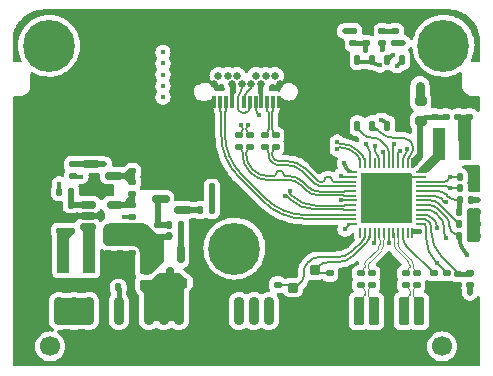
<source format=gbr>
%TF.GenerationSoftware,KiCad,Pcbnew,(6.0.4)*%
%TF.CreationDate,2022-07-06T17:36:52+08:00*%
%TF.ProjectId,JMS580_EVB,4a4d5335-3830-45f4-9556-422e6b696361,rev?*%
%TF.SameCoordinates,Original*%
%TF.FileFunction,Copper,L1,Top*%
%TF.FilePolarity,Positive*%
%FSLAX46Y46*%
G04 Gerber Fmt 4.6, Leading zero omitted, Abs format (unit mm)*
G04 Created by KiCad (PCBNEW (6.0.4)) date 2022-07-06 17:36:52*
%MOMM*%
%LPD*%
G01*
G04 APERTURE LIST*
G04 Aperture macros list*
%AMRoundRect*
0 Rectangle with rounded corners*
0 $1 Rounding radius*
0 $2 $3 $4 $5 $6 $7 $8 $9 X,Y pos of 4 corners*
0 Add a 4 corners polygon primitive as box body*
4,1,4,$2,$3,$4,$5,$6,$7,$8,$9,$2,$3,0*
0 Add four circle primitives for the rounded corners*
1,1,$1+$1,$2,$3*
1,1,$1+$1,$4,$5*
1,1,$1+$1,$6,$7*
1,1,$1+$1,$8,$9*
0 Add four rect primitives between the rounded corners*
20,1,$1+$1,$2,$3,$4,$5,0*
20,1,$1+$1,$4,$5,$6,$7,0*
20,1,$1+$1,$6,$7,$8,$9,0*
20,1,$1+$1,$8,$9,$2,$3,0*%
G04 Aperture macros list end*
%TA.AperFunction,SMDPad,CuDef*%
%ADD10RoundRect,0.140000X0.170000X-0.140000X0.170000X0.140000X-0.170000X0.140000X-0.170000X-0.140000X0*%
%TD*%
%TA.AperFunction,SMDPad,CuDef*%
%ADD11R,1.000000X2.700000*%
%TD*%
%TA.AperFunction,SMDPad,CuDef*%
%ADD12RoundRect,0.200000X-0.250000X0.200000X-0.250000X-0.200000X0.250000X-0.200000X0.250000X0.200000X0*%
%TD*%
%TA.AperFunction,SMDPad,CuDef*%
%ADD13RoundRect,0.135000X-0.185000X0.135000X-0.185000X-0.135000X0.185000X-0.135000X0.185000X0.135000X0*%
%TD*%
%TA.AperFunction,SMDPad,CuDef*%
%ADD14RoundRect,0.125000X0.125000X-0.325000X0.125000X0.325000X-0.125000X0.325000X-0.125000X-0.325000X0*%
%TD*%
%TA.AperFunction,SMDPad,CuDef*%
%ADD15R,4.300000X3.400000*%
%TD*%
%TA.AperFunction,SMDPad,CuDef*%
%ADD16RoundRect,0.135000X0.135000X0.185000X-0.135000X0.185000X-0.135000X-0.185000X0.135000X-0.185000X0*%
%TD*%
%TA.AperFunction,SMDPad,CuDef*%
%ADD17RoundRect,0.140000X-0.140000X-0.170000X0.140000X-0.170000X0.140000X0.170000X-0.140000X0.170000X0*%
%TD*%
%TA.AperFunction,SMDPad,CuDef*%
%ADD18RoundRect,0.200000X0.275000X-0.200000X0.275000X0.200000X-0.275000X0.200000X-0.275000X-0.200000X0*%
%TD*%
%TA.AperFunction,SMDPad,CuDef*%
%ADD19R,0.300000X1.025880*%
%TD*%
%TA.AperFunction,ComponentPad*%
%ADD20C,0.650000*%
%TD*%
%TA.AperFunction,ComponentPad*%
%ADD21O,0.800000X1.400000*%
%TD*%
%TA.AperFunction,SMDPad,CuDef*%
%ADD22RoundRect,0.140000X-0.170000X0.140000X-0.170000X-0.140000X0.170000X-0.140000X0.170000X0.140000X0*%
%TD*%
%TA.AperFunction,SMDPad,CuDef*%
%ADD23RoundRect,0.135000X-0.135000X-0.185000X0.135000X-0.185000X0.135000X0.185000X-0.135000X0.185000X0*%
%TD*%
%TA.AperFunction,SMDPad,CuDef*%
%ADD24RoundRect,0.135000X0.185000X-0.135000X0.185000X0.135000X-0.185000X0.135000X-0.185000X-0.135000X0*%
%TD*%
%TA.AperFunction,SMDPad,CuDef*%
%ADD25RoundRect,0.150000X0.587500X0.150000X-0.587500X0.150000X-0.587500X-0.150000X0.587500X-0.150000X0*%
%TD*%
%TA.AperFunction,SMDPad,CuDef*%
%ADD26RoundRect,0.150000X-0.587500X-0.150000X0.587500X-0.150000X0.587500X0.150000X-0.587500X0.150000X0*%
%TD*%
%TA.AperFunction,ComponentPad*%
%ADD27C,0.700000*%
%TD*%
%TA.AperFunction,ComponentPad*%
%ADD28C,4.400000*%
%TD*%
%TA.AperFunction,SMDPad,CuDef*%
%ADD29RoundRect,0.150000X-0.512500X-0.150000X0.512500X-0.150000X0.512500X0.150000X-0.512500X0.150000X0*%
%TD*%
%TA.AperFunction,SMDPad,CuDef*%
%ADD30RoundRect,0.140000X0.140000X0.170000X-0.140000X0.170000X-0.140000X-0.170000X0.140000X-0.170000X0*%
%TD*%
%TA.AperFunction,SMDPad,CuDef*%
%ADD31RoundRect,0.050000X-0.050000X0.350000X-0.050000X-0.350000X0.050000X-0.350000X0.050000X0.350000X0*%
%TD*%
%TA.AperFunction,SMDPad,CuDef*%
%ADD32RoundRect,0.050000X-0.350000X0.050000X-0.350000X-0.050000X0.350000X-0.050000X0.350000X0.050000X0*%
%TD*%
%TA.AperFunction,SMDPad,CuDef*%
%ADD33R,0.800000X0.200000*%
%TD*%
%TA.AperFunction,SMDPad,CuDef*%
%ADD34R,4.300000X4.300000*%
%TD*%
%TA.AperFunction,SMDPad,CuDef*%
%ADD35RoundRect,0.147500X-0.172500X0.147500X-0.172500X-0.147500X0.172500X-0.147500X0.172500X0.147500X0*%
%TD*%
%TA.AperFunction,SMDPad,CuDef*%
%ADD36RoundRect,0.150000X-0.150000X0.587500X-0.150000X-0.587500X0.150000X-0.587500X0.150000X0.587500X0*%
%TD*%
%TA.AperFunction,WasherPad*%
%ADD37C,1.700000*%
%TD*%
%TA.AperFunction,ComponentPad*%
%ADD38O,1.400000X2.400000*%
%TD*%
%TA.AperFunction,SMDPad,CuDef*%
%ADD39O,0.900000X2.400000*%
%TD*%
%TA.AperFunction,SMDPad,CuDef*%
%ADD40RoundRect,0.225000X-0.225000X-0.975000X0.225000X-0.975000X0.225000X0.975000X-0.225000X0.975000X0*%
%TD*%
%TA.AperFunction,ViaPad*%
%ADD41C,0.450000*%
%TD*%
%TA.AperFunction,Conductor*%
%ADD42C,0.200000*%
%TD*%
%TA.AperFunction,Conductor*%
%ADD43C,0.300000*%
%TD*%
%TA.AperFunction,Conductor*%
%ADD44C,0.500000*%
%TD*%
%TA.AperFunction,Conductor*%
%ADD45C,0.800000*%
%TD*%
%TA.AperFunction,Conductor*%
%ADD46C,0.150000*%
%TD*%
%TA.AperFunction,Conductor*%
%ADD47C,0.400000*%
%TD*%
%TA.AperFunction,Conductor*%
%ADD48C,0.125000*%
%TD*%
G04 APERTURE END LIST*
D10*
%TO.P,C14,1*%
%TO.N,SS_TX2+*%
X132684999Y-74700000D03*
%TO.P,C14,2*%
%TO.N,/SS_TX2X+*%
X132684999Y-73740000D03*
%TD*%
D11*
%TO.P,L1,1,1*%
%TO.N,1V0*%
X151784999Y-74510000D03*
%TO.P,L1,2,2*%
%TO.N,LXO*%
X149584999Y-74510000D03*
%TD*%
D12*
%TO.P,Y1,1,1*%
%TO.N,Net-(C31-Pad1)*%
X139089999Y-85175000D03*
%TO.P,Y1,2,2*%
%TO.N,GND*%
X137239999Y-85175000D03*
%TO.P,Y1,3,3*%
%TO.N,Net-(C32-Pad1)*%
X137239999Y-86625000D03*
%TO.P,Y1,4,4*%
%TO.N,GND*%
X139089999Y-86625000D03*
%TD*%
D13*
%TO.P,R10,1*%
%TO.N,VBUS*%
X124620000Y-85200000D03*
%TO.P,R10,2*%
%TO.N,HDD5V*%
X124620000Y-86220000D03*
%TD*%
D14*
%TO.P,U1,1,~{CS}*%
%TO.N,GPIO3*%
X142715000Y-72920000D03*
%TO.P,U1,2,SO*%
%TO.N,GPIO0*%
X143985000Y-72920000D03*
%TO.P,U1,3,~{WP}*%
%TO.N,LDO_33*%
X145255000Y-72920000D03*
%TO.P,U1,4,GND*%
%TO.N,GND*%
X146525000Y-72920000D03*
%TO.P,U1,5,SI*%
%TO.N,GPIO2*%
X146525000Y-67320000D03*
%TO.P,U1,6,SCK*%
%TO.N,GPIO1*%
X145255000Y-67320000D03*
%TO.P,U1,7,HOLD*%
%TO.N,LDO_33*%
X143985000Y-67320000D03*
%TO.P,U1,8,VCC*%
X142715000Y-67320000D03*
D15*
%TO.P,U1,9,EP*%
%TO.N,GND*%
X144620000Y-70120000D03*
%TD*%
D10*
%TO.P,C34,1*%
%TO.N,GND*%
X122600000Y-83720000D03*
%TO.P,C34,2*%
%TO.N,VBUS*%
X122600000Y-82760000D03*
%TD*%
D16*
%TO.P,R2,1*%
%TO.N,DAS*%
X122480000Y-86620000D03*
%TO.P,R2,2*%
%TO.N,GND*%
X121460000Y-86620000D03*
%TD*%
D11*
%TO.P,L2,1,1*%
%TO.N,1V0*%
X117810000Y-84070000D03*
%TO.P,L2,2,2*%
%TO.N,Net-(L2-Pad2)*%
X120010000Y-84070000D03*
%TD*%
D13*
%TO.P,R17,1*%
%TO.N,GPIO11*%
X118620000Y-76200000D03*
%TO.P,R17,2*%
%TO.N,LDO_33*%
X118620000Y-77220000D03*
%TD*%
D17*
%TO.P,C24,1*%
%TO.N,VBUS*%
X126800000Y-82280000D03*
%TO.P,C24,2*%
%TO.N,Net-(C24-Pad2)*%
X127760000Y-82280000D03*
%TD*%
D13*
%TO.P,R19,1*%
%TO.N,Net-(Q3-Pad3)*%
X123660000Y-77680000D03*
%TO.P,R19,2*%
%TO.N,Net-(R18-Pad1)*%
X123660000Y-78700000D03*
%TD*%
%TO.P,R3,1*%
%TO.N,REXT*%
X149184999Y-85410000D03*
%TO.P,R3,2*%
%TO.N,GND*%
X149184999Y-86430000D03*
%TD*%
D18*
%TO.P,R1,1*%
%TO.N,VREG*%
X148060000Y-72495000D03*
%TO.P,R1,2*%
%TO.N,VBUS*%
X148060000Y-70845000D03*
%TD*%
D19*
%TO.P,J2,A1,GND*%
%TO.N,GND*%
X136084999Y-70885000D03*
%TO.P,J2,A2,TX1+*%
%TO.N,/SS_TX1X+*%
X135584999Y-70885000D03*
%TO.P,J2,A3,TX1-*%
%TO.N,/SS_TX1X-*%
X135084999Y-70885000D03*
%TO.P,J2,A4,VBUS*%
%TO.N,VBUS*%
X134584999Y-70885000D03*
%TO.P,J2,A5,CC1*%
%TO.N,CC1*%
X134084999Y-70885000D03*
%TO.P,J2,A6,D+*%
%TO.N,D+*%
X133584999Y-70885000D03*
%TO.P,J2,A7,D-*%
%TO.N,D-*%
X133084999Y-70885000D03*
%TO.P,J2,A9,VBUS*%
%TO.N,VBUS*%
X132084999Y-70885000D03*
%TO.P,J2,A10,RX2-*%
%TO.N,SS_RX2-*%
X131584999Y-70885000D03*
%TO.P,J2,A11,RX2+*%
%TO.N,SS_RX2+*%
X131084999Y-70885000D03*
%TO.P,J2,A12,GND*%
%TO.N,GND*%
X130584999Y-70885000D03*
D20*
%TO.P,J2,B1,GND*%
X130534999Y-69395000D03*
%TO.P,J2,B2,TX2+*%
%TO.N,/SS_TX2X+*%
X130934999Y-68695000D03*
%TO.P,J2,B3,TX2-*%
%TO.N,/SS_TX2X-*%
X131734999Y-68695000D03*
%TO.P,J2,B4,VBUS*%
%TO.N,VBUS*%
X132134999Y-69395000D03*
%TO.P,J2,B5,CC2*%
%TO.N,CC2*%
X132534999Y-68695000D03*
%TO.P,J2,B6,D+*%
%TO.N,D+*%
X132934999Y-69395000D03*
%TO.P,J2,B7,D-*%
%TO.N,D-*%
X133734999Y-69395000D03*
%TO.P,J2,B8,SBU2*%
%TO.N,unconnected-(J2-PadB8)*%
X134134999Y-68695000D03*
%TO.P,J2,B9,VBUS*%
%TO.N,VBUS*%
X134534999Y-69395000D03*
%TO.P,J2,B10,RX1-*%
%TO.N,SS_RX1-*%
X134934999Y-68695000D03*
%TO.P,J2,B11,RX1+*%
%TO.N,SS_RX1+*%
X135734999Y-68695000D03*
%TO.P,J2,B12,GND*%
%TO.N,GND*%
X136134999Y-69395000D03*
D21*
%TO.P,J2,S1,SHIELD*%
X128844999Y-64405000D03*
X129204999Y-68795000D03*
X137824999Y-64405000D03*
X137464999Y-68795000D03*
%TD*%
D10*
%TO.P,C11,1*%
%TO.N,SS_TX1-*%
X134874999Y-74700000D03*
%TO.P,C11,2*%
%TO.N,/SS_TX1X-*%
X134874999Y-73740000D03*
%TD*%
D22*
%TO.P,C6,1*%
%TO.N,SA_TX+*%
X147734999Y-85420000D03*
%TO.P,C6,2*%
%TO.N,/SA_TXX+*%
X147734999Y-86380000D03*
%TD*%
D10*
%TO.P,C33,1*%
%TO.N,GND*%
X121590003Y-83720000D03*
%TO.P,C33,2*%
%TO.N,VBUS*%
X121590003Y-82760000D03*
%TD*%
D23*
%TO.P,R4,1*%
%TO.N,GND*%
X129360000Y-78150000D03*
%TO.P,R4,2*%
%TO.N,GPIO7*%
X130380000Y-78150000D03*
%TD*%
D24*
%TO.P,R7,1*%
%TO.N,LDO_33*%
X152234999Y-86430000D03*
%TO.P,R7,2*%
%TO.N,RST#*%
X152234999Y-85410000D03*
%TD*%
D25*
%TO.P,Q1,1,B*%
%TO.N,Net-(Q1-Pad1)*%
X127927500Y-80060000D03*
%TO.P,Q1,2,E*%
%TO.N,GND*%
X127927500Y-78160000D03*
%TO.P,Q1,3,C*%
%TO.N,Net-(Q1-Pad3)*%
X126052500Y-79110000D03*
%TD*%
D26*
%TO.P,Q3,1,G*%
%TO.N,GPIO11*%
X120192500Y-76200000D03*
%TO.P,Q3,2,S*%
%TO.N,GND*%
X120192500Y-78100000D03*
%TO.P,Q3,3,D*%
%TO.N,Net-(Q3-Pad3)*%
X122067500Y-77150000D03*
%TD*%
D27*
%TO.P,H2,1,Pin_1*%
%TO.N,unconnected-(H2-Pad1)*%
X116600000Y-64500000D03*
X116600000Y-67800000D03*
X118250000Y-66150000D03*
X115433274Y-64983274D03*
X117766726Y-67316726D03*
X117766726Y-64983274D03*
X115433274Y-67316726D03*
X114950000Y-66150000D03*
D28*
X116600000Y-66150000D03*
%TD*%
D17*
%TO.P,C18,1*%
%TO.N,TME*%
X151364999Y-79220000D03*
%TO.P,C18,2*%
%TO.N,LDO_33*%
X152324999Y-79220000D03*
%TD*%
D29*
%TO.P,U3,1,EN*%
%TO.N,Net-(C35-Pad1)*%
X119872500Y-79600000D03*
%TO.P,U3,2,GND*%
%TO.N,GND*%
X119872500Y-80550000D03*
%TO.P,U3,3,LX*%
%TO.N,Net-(L2-Pad2)*%
X119872500Y-81500000D03*
%TO.P,U3,4,VIN*%
%TO.N,VBUS*%
X122147500Y-81500000D03*
%TO.P,U3,5,FB*%
%TO.N,Net-(R18-Pad1)*%
X122147500Y-79600000D03*
%TD*%
D10*
%TO.P,C3,1*%
%TO.N,1V0*%
X151240000Y-72160000D03*
%TO.P,C3,2*%
%TO.N,GND*%
X151240000Y-71200000D03*
%TD*%
D13*
%TO.P,R8,1*%
%TO.N,Net-(Q1-Pad3)*%
X125860000Y-81330000D03*
%TO.P,R8,2*%
%TO.N,VBUS*%
X125860000Y-82350000D03*
%TD*%
D10*
%TO.P,C5,1*%
%TO.N,1V0*%
X152200000Y-72160000D03*
%TO.P,C5,2*%
%TO.N,GND*%
X152200000Y-71200000D03*
%TD*%
D22*
%TO.P,C9,1*%
%TO.N,SA_RX+*%
X143004999Y-85420000D03*
%TO.P,C9,2*%
%TO.N,/SA_RXX-*%
X143004999Y-86380000D03*
%TD*%
D24*
%TO.P,R12,1*%
%TO.N,GPIO4*%
X144830000Y-65950000D03*
%TO.P,R12,2*%
%TO.N,Net-(D1-Pad1)*%
X144830000Y-64930000D03*
%TD*%
D13*
%TO.P,R14,1*%
%TO.N,GPIO8*%
X150254998Y-85410000D03*
%TO.P,R14,2*%
%TO.N,GND*%
X150254998Y-86430000D03*
%TD*%
D27*
%TO.P,H3,1,Pin_1*%
%TO.N,unconnected-(H3-Pad1)*%
X131133274Y-82163274D03*
X133950000Y-83330000D03*
X133466726Y-84496726D03*
X132300000Y-81680000D03*
X130650000Y-83330000D03*
X131133274Y-84496726D03*
X132300000Y-84980000D03*
X133466726Y-82163274D03*
D28*
X132300000Y-83330000D03*
%TD*%
D22*
%TO.P,C15,1*%
%TO.N,GND*%
X149250000Y-71200000D03*
%TO.P,C15,2*%
%TO.N,VREG*%
X149250000Y-72160000D03*
%TD*%
D13*
%TO.P,R20,1*%
%TO.N,GND*%
X123660000Y-75760000D03*
%TO.P,R20,2*%
%TO.N,Net-(Q3-Pad3)*%
X123660000Y-76780000D03*
%TD*%
D22*
%TO.P,C31,1*%
%TO.N,Net-(C31-Pad1)*%
X140374999Y-85420000D03*
%TO.P,C31,2*%
%TO.N,GND*%
X140374999Y-86380000D03*
%TD*%
D10*
%TO.P,C12,1*%
%TO.N,SS_TX1+*%
X135794999Y-74700000D03*
%TO.P,C12,2*%
%TO.N,/SS_TX1X+*%
X135794999Y-73740000D03*
%TD*%
%TO.P,C32,1*%
%TO.N,Net-(C32-Pad1)*%
X135954999Y-86380000D03*
%TO.P,C32,2*%
%TO.N,GND*%
X135954999Y-85420000D03*
%TD*%
D16*
%TO.P,R16,1*%
%TO.N,Net-(C35-Pad1)*%
X118480000Y-78540000D03*
%TO.P,R16,2*%
%TO.N,VBUS*%
X117460000Y-78540000D03*
%TD*%
D13*
%TO.P,R11,1*%
%TO.N,VBUS*%
X142360000Y-64930000D03*
%TO.P,R11,2*%
%TO.N,Net-(C30-Pad2)*%
X142360000Y-65950000D03*
%TD*%
D22*
%TO.P,C8,1*%
%TO.N,SA_RX-*%
X143924999Y-85420000D03*
%TO.P,C8,2*%
%TO.N,/SA_RXX+*%
X143924999Y-86380000D03*
%TD*%
%TO.P,C4,1*%
%TO.N,GND*%
X150170000Y-71200000D03*
%TO.P,C4,2*%
%TO.N,VREG*%
X150170000Y-72160000D03*
%TD*%
D16*
%TO.P,R6,1*%
%TO.N,GPIO7*%
X130380000Y-80060000D03*
%TO.P,R6,2*%
%TO.N,Net-(Q1-Pad1)*%
X129360000Y-80060000D03*
%TD*%
D22*
%TO.P,C30,1*%
%TO.N,GND*%
X143400000Y-64960000D03*
%TO.P,C30,2*%
%TO.N,Net-(C30-Pad2)*%
X143400000Y-65920000D03*
%TD*%
%TO.P,C7,1*%
%TO.N,SA_TX-*%
X146814999Y-85420000D03*
%TO.P,C7,2*%
%TO.N,/SA_TXX-*%
X146814999Y-86380000D03*
%TD*%
D30*
%TO.P,C16,1*%
%TO.N,GND*%
X152324999Y-77270000D03*
%TO.P,C16,2*%
%TO.N,CC1*%
X151364999Y-77270000D03*
%TD*%
D31*
%TO.P,U2,1,VREG_IN*%
%TO.N,VREG*%
X147364999Y-76100000D03*
%TO.P,U2,2,GPIO0*%
%TO.N,GPIO0*%
X146964999Y-76100000D03*
%TO.P,U2,3,GPIO1*%
%TO.N,GPIO1*%
X146564999Y-76100000D03*
%TO.P,U2,4,VCCK*%
%TO.N,1V0*%
X146164999Y-76100000D03*
%TO.P,U2,5,GPIO2*%
%TO.N,GPIO2*%
X145764999Y-76100000D03*
%TO.P,U2,6,GPIO3*%
%TO.N,GPIO3*%
X145364999Y-76100000D03*
%TO.P,U2,7,VCCO*%
%TO.N,LDO_33*%
X144964999Y-76100000D03*
%TO.P,U2,8,GPIO4*%
%TO.N,GPIO4*%
X144564999Y-76100000D03*
%TO.P,U2,9,GPIO5*%
%TO.N,unconnected-(U2-Pad9)*%
X144164999Y-76100000D03*
%TO.P,U2,10,VBUS*%
%TO.N,Net-(C30-Pad2)*%
X143764999Y-76100000D03*
%TO.P,U2,11,D-*%
%TO.N,D-*%
X143364999Y-76100000D03*
%TO.P,U2,12,D+*%
%TO.N,D+*%
X142964999Y-76100000D03*
D32*
%TO.P,U2,13,AVDD33_O*%
%TO.N,LDO_33*%
X142214999Y-76850000D03*
%TO.P,U2,14,AVDDL*%
%TO.N,1V0*%
X142214999Y-77250000D03*
D33*
%TO.P,U2,15,SSTX1+*%
%TO.N,SS_TX1+*%
X142214999Y-77650000D03*
%TO.P,U2,16,SSTX1-*%
%TO.N,SS_TX1-*%
X142214999Y-78050000D03*
%TO.P,U2,17,SSTX2-*%
%TO.N,SS_TX2-*%
X142214999Y-78450000D03*
%TO.P,U2,18,SSTX2+*%
%TO.N,SS_TX2+*%
X142214999Y-78850000D03*
D32*
%TO.P,U2,19,AVDDL*%
%TO.N,1V0*%
X142214999Y-79250000D03*
D33*
%TO.P,U2,20,SSRX1+*%
%TO.N,SS_RX1+*%
X142214999Y-79650000D03*
%TO.P,U2,21,SSRX1-*%
%TO.N,SS_RX1-*%
X142214999Y-80050000D03*
%TO.P,U2,22,SSRX2-*%
%TO.N,SS_RX2-*%
X142214999Y-80450000D03*
X142214999Y-80450000D03*
%TO.P,U2,23,SSRX2+*%
%TO.N,SS_RX2+*%
X142214999Y-80850000D03*
D32*
%TO.P,U2,24,AVDDL*%
%TO.N,1V0*%
X142214999Y-81250000D03*
D31*
%TO.P,U2,25,NC*%
%TO.N,unconnected-(U2-Pad25)*%
X142964999Y-82000000D03*
%TO.P,U2,26,XOUT*%
%TO.N,Net-(C32-Pad1)*%
X143364999Y-82000000D03*
%TO.P,U2,27,XIN*%
%TO.N,Net-(C31-Pad1)*%
X143764999Y-82000000D03*
%TO.P,U2,28,AVDDL*%
%TO.N,1V0*%
X144164999Y-82000000D03*
%TO.P,U2,29,SARX+*%
%TO.N,SA_RX+*%
X144564999Y-82000000D03*
%TO.P,U2,30,SARX-*%
%TO.N,SA_RX-*%
X144964999Y-82000000D03*
%TO.P,U2,31,AVDDL*%
%TO.N,1V0*%
X145364999Y-82000000D03*
%TO.P,U2,32,SATX-*%
%TO.N,SA_TX-*%
X145764999Y-82000000D03*
%TO.P,U2,33,SATX+*%
%TO.N,SA_TX+*%
X146164999Y-82000000D03*
%TO.P,U2,34,R_EXT*%
%TO.N,REXT*%
X146564999Y-82000000D03*
%TO.P,U2,35,GPIO6*%
%TO.N,unconnected-(U2-Pad35)*%
X146964999Y-82000000D03*
%TO.P,U2,36,GPIO7*%
%TO.N,GPIO7*%
X147364999Y-82000000D03*
D32*
%TO.P,U2,37,GPIO8/UAO*%
%TO.N,GPIO8*%
X148114999Y-81250000D03*
%TO.P,U2,38,RST#*%
%TO.N,RST#*%
X148114999Y-80850000D03*
%TO.P,U2,39,VCCO*%
%TO.N,LDO_33*%
X148114999Y-80450000D03*
%TO.P,U2,40,VCCK*%
%TO.N,1V0*%
X148114999Y-80050000D03*
%TO.P,U2,41,GPIO9/UAI*%
%TO.N,GPIO9*%
X148114999Y-79650000D03*
%TO.P,U2,42,GPIO10*%
%TO.N,GPIO10*%
X148114999Y-79250000D03*
%TO.P,U2,43,GPIO11*%
%TO.N,GPIO11*%
X148114999Y-78850000D03*
%TO.P,U2,44,TME*%
%TO.N,TME*%
X148114999Y-78450000D03*
%TO.P,U2,45,CC2*%
%TO.N,CC2*%
X148114999Y-78050000D03*
%TO.P,U2,46,CC1*%
%TO.N,CC1*%
X148114999Y-77650000D03*
%TO.P,U2,47,GND*%
%TO.N,GND*%
X148114999Y-77250000D03*
%TO.P,U2,48,LXO*%
%TO.N,LXO*%
X148114999Y-76850000D03*
D34*
%TO.P,U2,49,EP*%
%TO.N,GND*%
X145164999Y-79050000D03*
%TD*%
D35*
%TO.P,D1,1,K*%
%TO.N,Net-(D1-Pad1)*%
X145900000Y-64944952D03*
%TO.P,D1,2,A*%
%TO.N,VBUS*%
X145900000Y-65914952D03*
%TD*%
D30*
%TO.P,C17,1*%
%TO.N,GND*%
X152324999Y-78220000D03*
%TO.P,C17,2*%
%TO.N,CC2*%
X151364999Y-78220000D03*
%TD*%
D10*
%TO.P,C1,1*%
%TO.N,GND*%
X123630000Y-83730000D03*
%TO.P,C1,2*%
%TO.N,VBUS*%
X123630000Y-82770000D03*
%TD*%
D22*
%TO.P,C36,1*%
%TO.N,GND*%
X118440000Y-80860000D03*
%TO.P,C36,2*%
%TO.N,1V0*%
X118440000Y-81820000D03*
%TD*%
%TO.P,C37,1*%
%TO.N,GND*%
X117510000Y-80859999D03*
%TO.P,C37,2*%
%TO.N,1V0*%
X117510000Y-81819999D03*
%TD*%
D30*
%TO.P,C35,1*%
%TO.N,Net-(C35-Pad1)*%
X118450000Y-79600000D03*
%TO.P,C35,2*%
%TO.N,GND*%
X117490000Y-79600000D03*
%TD*%
D10*
%TO.P,C13,1*%
%TO.N,SS_TX2-*%
X133604999Y-74700000D03*
%TO.P,C13,2*%
%TO.N,/SS_TX2X-*%
X133604999Y-73740000D03*
%TD*%
D23*
%TO.P,R15,1*%
%TO.N,GPIO9*%
X151324999Y-82240000D03*
%TO.P,R15,2*%
%TO.N,GND*%
X152344999Y-82240000D03*
%TD*%
D36*
%TO.P,Q2,1,G*%
%TO.N,Net-(C24-Pad2)*%
X127760000Y-83782500D03*
%TO.P,Q2,2,S*%
%TO.N,VBUS*%
X125860000Y-83782500D03*
%TO.P,Q2,3,D*%
%TO.N,HDD5V*%
X126810000Y-85657500D03*
%TD*%
D27*
%TO.P,H1,1,Pin_1*%
%TO.N,unconnected-(H1-Pad1)*%
X150000000Y-67800000D03*
X148833274Y-67316726D03*
X148350000Y-66150000D03*
X148833274Y-64983274D03*
X151650000Y-66150000D03*
X151166726Y-67316726D03*
X151166726Y-64983274D03*
D28*
X150000000Y-66150000D03*
D27*
X150000000Y-64500000D03*
%TD*%
D13*
%TO.P,R18,1*%
%TO.N,Net-(R18-Pad1)*%
X123660000Y-79600000D03*
%TO.P,R18,2*%
%TO.N,1V0*%
X123660000Y-80620000D03*
%TD*%
D23*
%TO.P,R13,1*%
%TO.N,GPIO10*%
X151334999Y-81240000D03*
%TO.P,R13,2*%
%TO.N,GND*%
X152354999Y-81240000D03*
%TD*%
%TO.P,R5,1*%
%TO.N,TME*%
X151334999Y-80210000D03*
%TO.P,R5,2*%
%TO.N,GND*%
X152354999Y-80210000D03*
%TD*%
D17*
%TO.P,C10,1*%
%TO.N,HDD5V*%
X128070000Y-86180000D03*
%TO.P,C10,2*%
%TO.N,GND*%
X129030000Y-86180000D03*
%TD*%
D16*
%TO.P,R9,1*%
%TO.N,Net-(C24-Pad2)*%
X127780000Y-81360000D03*
%TO.P,R9,2*%
%TO.N,Net-(Q1-Pad3)*%
X126760000Y-81360000D03*
%TD*%
D37*
%TO.P,J1,*%
%TO.N,*%
X116709200Y-91611400D03*
X149899200Y-91611400D03*
D38*
%TO.P,J1,Mt1,GND*%
%TO.N,GND*%
X152014200Y-90851400D03*
%TO.P,J1,Mt2,GND*%
X114594200Y-90851400D03*
D39*
%TO.P,J1,P1,3V3*%
%TO.N,unconnected-(J1-PadP1)*%
X135212536Y-88611400D03*
%TO.P,J1,P2,3V3*%
%TO.N,unconnected-(J1-PadP2)*%
X133942294Y-88611400D03*
%TO.P,J1,P3,3V3*%
%TO.N,unconnected-(J1-PadP3)*%
X132672056Y-88611400D03*
%TO.P,J1,P4,GND*%
%TO.N,GND*%
X131401818Y-89111400D03*
%TO.P,J1,P5,GND*%
X130131580Y-88611400D03*
%TO.P,J1,P6,GND*%
X128861342Y-88611400D03*
%TO.P,J1,P7,5V*%
%TO.N,HDD5V*%
X127591104Y-88611400D03*
%TO.P,J1,P8,5V*%
X126320866Y-88611400D03*
%TO.P,J1,P9,5V*%
X125050628Y-88611400D03*
%TO.P,J1,P10,GND*%
%TO.N,GND*%
X123780390Y-88611400D03*
%TO.P,J1,P11,Reserve*%
%TO.N,DAS*%
X122510152Y-88611400D03*
%TO.P,J1,P12,GND*%
%TO.N,GND*%
X121239914Y-89111400D03*
%TO.P,J1,P13,12V*%
%TO.N,Net-(J1-PadP13)*%
X119969676Y-88611400D03*
%TO.P,J1,P14,12V*%
X118699438Y-88611400D03*
%TO.P,J1,P15,12V*%
X117429200Y-88611400D03*
%TO.P,J1,S1,GND*%
%TO.N,GND*%
X149179200Y-88611400D03*
D40*
%TO.P,J1,S2,SA_TX+*%
%TO.N,/SA_TXX+*%
X147909200Y-88611400D03*
%TO.P,J1,S3,SA_TX-*%
%TO.N,/SA_TXX-*%
X146639200Y-88611400D03*
D39*
%TO.P,J1,S4,GND*%
%TO.N,GND*%
X145369200Y-88611400D03*
D40*
%TO.P,J1,S5,SA_RX-*%
%TO.N,/SA_RXX+*%
X144099200Y-88611400D03*
%TO.P,J1,S6,SA_RX+*%
%TO.N,/SA_RXX-*%
X142829200Y-88611400D03*
D39*
%TO.P,J1,S7,GND*%
%TO.N,GND*%
X141559200Y-88611400D03*
%TD*%
D10*
%TO.P,C19,1*%
%TO.N,GND*%
X151254998Y-86400000D03*
%TO.P,C19,2*%
%TO.N,RST#*%
X151254998Y-85440000D03*
%TD*%
D41*
%TO.N,GND*%
X139700000Y-75850000D03*
X114000000Y-85000000D03*
X135000000Y-63500000D03*
X145000000Y-63500000D03*
X123000000Y-63500000D03*
X146164999Y-78050000D03*
X114000000Y-88000000D03*
X148340000Y-93000000D03*
X114000000Y-80000000D03*
X151280000Y-69210000D03*
X136340000Y-93000000D03*
X150254998Y-87050000D03*
X137340000Y-93000000D03*
X133000000Y-63500000D03*
X143340000Y-93000000D03*
X143999999Y-63500000D03*
X139340000Y-93000000D03*
X135340000Y-93000000D03*
X145164999Y-80050000D03*
X152950000Y-77270000D03*
X146000000Y-63500000D03*
X146340000Y-93000000D03*
X145370000Y-86380000D03*
X152340000Y-93000000D03*
X151340000Y-93000000D03*
X143000000Y-63500000D03*
X144340000Y-93000000D03*
X120890000Y-80550000D03*
X144164999Y-79050000D03*
X149910000Y-69210000D03*
X146164999Y-79050000D03*
X129340000Y-93000000D03*
X132340000Y-93000000D03*
X150340000Y-93000000D03*
X119000000Y-63500000D03*
X114000000Y-77000000D03*
X145370000Y-85460000D03*
X149184999Y-87050000D03*
X131340000Y-93000000D03*
X115340000Y-93000000D03*
X152980000Y-80210000D03*
X114340000Y-93000000D03*
X125340000Y-93000000D03*
X121000000Y-63500000D03*
X121290000Y-78100000D03*
X148000001Y-63500000D03*
X128340000Y-93000000D03*
X127000000Y-63500000D03*
X147000000Y-63500000D03*
X123340000Y-93000000D03*
X119340000Y-93000000D03*
X114000000Y-87000000D03*
X142000000Y-63500000D03*
X126000000Y-63500000D03*
X114000000Y-78000000D03*
X130340000Y-93000000D03*
X125000000Y-63500000D03*
X141560000Y-85460000D03*
X114000000Y-74000000D03*
X146164999Y-80050000D03*
X133340000Y-93000000D03*
X122000000Y-63500000D03*
X114000000Y-82000000D03*
X118340000Y-93000000D03*
X138340000Y-93000000D03*
X144164999Y-80050000D03*
X114000000Y-89000000D03*
X122340000Y-93000000D03*
X141340000Y-93000000D03*
X115420000Y-68990000D03*
X131000000Y-63500000D03*
X114000000Y-73000000D03*
X127340000Y-93000000D03*
X114000000Y-84000000D03*
X145164999Y-78050000D03*
X135999999Y-63500000D03*
X136930000Y-81930000D03*
X139000000Y-63500000D03*
X116850000Y-79610000D03*
X147340000Y-93000000D03*
X150595000Y-69210000D03*
X134000000Y-63500000D03*
X132000001Y-63500000D03*
X115420000Y-70000000D03*
X152950000Y-78220000D03*
X144164999Y-78050000D03*
X149340000Y-93000000D03*
X139700000Y-73290000D03*
X114000000Y-71000000D03*
X134340000Y-93000000D03*
X126340000Y-93000000D03*
X152970000Y-82240000D03*
X151254998Y-87050000D03*
X141000000Y-63500000D03*
X152980000Y-81240000D03*
X114000000Y-72000000D03*
X114000000Y-83000000D03*
X117340000Y-93000000D03*
X138740000Y-81930000D03*
X119999999Y-63500000D03*
X145340000Y-93000000D03*
X114000000Y-75000000D03*
X121340000Y-93000000D03*
X124340000Y-93000000D03*
X145164999Y-79050000D03*
X114000000Y-79000000D03*
X142340000Y-93000000D03*
X137940000Y-74570000D03*
X114000000Y-86000000D03*
X140340000Y-93000000D03*
X114000000Y-81000000D03*
X140000001Y-63500000D03*
X116340000Y-93000000D03*
X114000000Y-76000000D03*
X141560000Y-86380000D03*
X124000001Y-63500000D03*
X127999999Y-63500000D03*
X120340000Y-93000000D03*
X116830000Y-80850000D03*
%TO.N,VBUS*%
X126250000Y-69545000D03*
X123635000Y-82130000D03*
X148010000Y-70060000D03*
X124290000Y-82790000D03*
X126250000Y-67655000D03*
X122980000Y-82130000D03*
X146580000Y-65920000D03*
X126250000Y-70490000D03*
X124920000Y-82790000D03*
X141630000Y-64930000D03*
X148010000Y-69550000D03*
X126250000Y-66710000D03*
X126250000Y-68600000D03*
X117460000Y-77850000D03*
X124290000Y-82130000D03*
%TO.N,LDO_33*%
X141600000Y-76070000D03*
X152240000Y-87060000D03*
X119300000Y-77225000D03*
X144600000Y-67790000D03*
X144750000Y-72400000D03*
X152950000Y-79220000D03*
X149490000Y-81550000D03*
X144860000Y-75170000D03*
%TO.N,1V0*%
X151784999Y-75460000D03*
X141660000Y-81680000D03*
X151784999Y-73570000D03*
X151784999Y-74200000D03*
X144100000Y-82820000D03*
X141300000Y-77160000D03*
X117809999Y-83120000D03*
X117809999Y-85010000D03*
X151784999Y-74830000D03*
X122975000Y-80625000D03*
X150250000Y-82400000D03*
X146280000Y-75080000D03*
X117809999Y-83750000D03*
X141304999Y-79250000D03*
X117809999Y-84380000D03*
X145360000Y-82840000D03*
%TO.N,CC1*%
X134350000Y-72050000D03*
X150574999Y-77280000D03*
%TO.N,CC2*%
X150574999Y-78230000D03*
%TO.N,Net-(C30-Pad2)*%
X143370000Y-66480000D03*
X143420000Y-74500000D03*
%TO.N,D+*%
X141003210Y-74902698D03*
%TO.N,D-*%
X141003210Y-74302698D03*
%TO.N,SS_RX1-*%
X136557867Y-78902133D03*
%TO.N,SS_RX1+*%
X136982133Y-78477867D03*
%TO.N,GPIO11*%
X121292500Y-76200000D03*
X150170000Y-79360000D03*
%TO.N,GPIO7*%
X147910000Y-81860000D03*
X130400000Y-79080000D03*
%TO.N,GPIO4*%
X144830000Y-66490000D03*
X144200000Y-74600000D03*
%TO.N,GPIO2*%
X145770000Y-74500000D03*
X146070000Y-67850000D03*
%TO.N,GPIO1*%
X145690000Y-66900000D03*
X146930000Y-74870000D03*
%TO.N,GPIO8*%
X149445000Y-84585000D03*
%TO.N,GPIO9*%
X152030000Y-83870000D03*
%TO.N,/SS_TX2X-*%
X133444999Y-72830570D03*
%TO.N,/SS_TX2X+*%
X132844999Y-72830570D03*
%TD*%
D42*
%TO.N,GND*%
X148114999Y-77250000D02*
X146964999Y-77250000D01*
D43*
%TO.N,VBUS*%
X132084999Y-70885000D02*
X132084999Y-69445000D01*
D44*
X125860000Y-82350000D02*
X126770000Y-82350000D01*
X126770000Y-82350000D02*
X126840000Y-82280000D01*
D42*
X134625001Y-70375001D02*
X134370000Y-70120000D01*
D44*
X146574952Y-65914952D02*
X146580000Y-65920000D01*
D43*
X134584999Y-69445000D02*
X134534999Y-69395000D01*
D45*
X148010000Y-70795000D02*
X148010000Y-69550000D01*
D44*
X141630000Y-64930000D02*
X142360000Y-64930000D01*
D45*
X148060000Y-70845000D02*
X148010000Y-70795000D01*
D43*
X117460000Y-78540000D02*
X117460000Y-77850000D01*
D42*
X132064999Y-70335001D02*
X132320000Y-70080000D01*
D44*
X145900000Y-65914952D02*
X146574952Y-65914952D01*
D43*
X132084999Y-69445000D02*
X132134999Y-69395000D01*
X134584999Y-70885000D02*
X134584999Y-69445000D01*
D42*
X134370000Y-70115773D02*
X134370000Y-69530000D01*
X132320000Y-70075773D02*
X132320000Y-69490000D01*
%TO.N,LDO_33*%
X149482942Y-81542942D02*
X149490000Y-81550000D01*
D43*
X118625000Y-77225000D02*
X118620000Y-77220000D01*
X143985000Y-67425000D02*
X144232843Y-67672843D01*
X142705000Y-67530000D02*
X143975000Y-67530000D01*
X145255000Y-72820000D02*
X145022157Y-72587157D01*
X144893377Y-72498060D02*
X144848060Y-72498060D01*
D44*
X152240000Y-87060000D02*
X152240000Y-86435001D01*
D42*
X144964999Y-75274999D02*
X144860000Y-75170000D01*
D43*
X144848060Y-72498060D02*
X144750000Y-72400000D01*
D42*
X141844999Y-76470000D02*
X142215552Y-76840553D01*
D43*
X144515685Y-67790000D02*
X144600000Y-67790000D01*
X143985000Y-67420000D02*
X143985000Y-67425000D01*
D44*
X152240000Y-86435001D02*
X152234999Y-86430000D01*
D46*
X148114999Y-80450000D02*
X148305786Y-80450000D01*
D42*
X149482942Y-81488833D02*
X149482942Y-81542942D01*
X141654446Y-76479447D02*
X142024999Y-76850000D01*
X144964999Y-76100000D02*
X144964999Y-75274999D01*
D43*
X119300000Y-77225000D02*
X118625000Y-77225000D01*
D42*
X149012893Y-80742893D02*
X149284975Y-81014975D01*
X142024999Y-76850000D02*
X142214999Y-76850000D01*
D44*
X152950000Y-79220000D02*
X152324999Y-79220000D01*
D46*
X149490000Y-81509949D02*
X149490000Y-81550000D01*
D42*
X141845033Y-76469966D02*
G75*
G02*
X141698552Y-76116446I353467J353566D01*
G01*
D43*
X144893379Y-72498056D02*
G75*
G02*
X145022157Y-72587157I-205379J-434444D01*
G01*
D42*
X149012900Y-80742886D02*
G75*
G03*
X148305786Y-80450000I-707100J-707114D01*
G01*
X141654442Y-76479451D02*
G75*
G02*
X141507999Y-76125893I353558J353551D01*
G01*
X149490035Y-81509949D02*
G75*
G03*
X149284974Y-81014976I-700035J-51D01*
G01*
D43*
X144232850Y-67672836D02*
G75*
G03*
X144515685Y-67790000I282850J282836D01*
G01*
%TO.N,1V0*%
X151110000Y-72160000D02*
X151430000Y-72480000D01*
D44*
X117840000Y-83910000D02*
X117840000Y-81959999D01*
D46*
X144100000Y-82820000D02*
X144162942Y-82757058D01*
D44*
X117839375Y-82577192D02*
X118496985Y-81919584D01*
D43*
X122975000Y-80625000D02*
X123655000Y-80625000D01*
D42*
X142214999Y-81250000D02*
X142090000Y-81250000D01*
X146164999Y-75195001D02*
X146280000Y-75080000D01*
D43*
X151600000Y-72250000D02*
X151600000Y-74184999D01*
D44*
X117560000Y-83870000D02*
X117560000Y-81919999D01*
D42*
X142214999Y-77250000D02*
X141652106Y-77250000D01*
D43*
X123655000Y-80625000D02*
X123660000Y-80620000D01*
D46*
X144162942Y-82757058D02*
X144162942Y-82664075D01*
X144164999Y-82565786D02*
X144164999Y-82000000D01*
D43*
X151870000Y-72240000D02*
X151870000Y-74174999D01*
D42*
X145364999Y-82835001D02*
X145360000Y-82840000D01*
X142090000Y-81250000D02*
X141660000Y-81680000D01*
D44*
X118060000Y-83920000D02*
X118060000Y-81969999D01*
D43*
X151430000Y-74155001D02*
X151784999Y-74510000D01*
D42*
X146164999Y-76100000D02*
X146164999Y-75195001D01*
X141405139Y-77160000D02*
X141300000Y-77160000D01*
D43*
X152130000Y-72230000D02*
X152130000Y-74164999D01*
D42*
X141459685Y-77214546D02*
X141405139Y-77160000D01*
X145364999Y-82000000D02*
X145364999Y-82835001D01*
X150030000Y-81434214D02*
X150030000Y-81972893D01*
D44*
X117510000Y-81819999D02*
X118440000Y-81820000D01*
D43*
X152060000Y-72160000D02*
X152130000Y-72230000D01*
D42*
X150176447Y-82326447D02*
X150250000Y-82400000D01*
X142214999Y-79250000D02*
X141304999Y-79250000D01*
D43*
X152130000Y-74164999D02*
X151784999Y-74510000D01*
X151110000Y-72160000D02*
X152060000Y-72160000D01*
D42*
X149352893Y-80342893D02*
X149737107Y-80727107D01*
X148114999Y-80050000D02*
X148645786Y-80050000D01*
D43*
X151430000Y-72480000D02*
X151430000Y-74155001D01*
D42*
X149737114Y-80727100D02*
G75*
G02*
X150030000Y-81434214I-707114J-707100D01*
G01*
X150176444Y-82326450D02*
G75*
G02*
X150030000Y-81972893I353556J353550D01*
G01*
X149352900Y-80342886D02*
G75*
G03*
X148645786Y-80050000I-707100J-707114D01*
G01*
D46*
X144164999Y-82565786D02*
G75*
G03*
X144162942Y-82664075I6782201J-191114D01*
G01*
D42*
X141459680Y-77214560D02*
G75*
G03*
X141652106Y-77250000I200820J550260D01*
G01*
D44*
%TO.N,VREG*%
X148005000Y-75445000D02*
X147515000Y-75935000D01*
D47*
X149220001Y-72160000D02*
X148425000Y-72160000D01*
D44*
X148010000Y-75610000D02*
X147520000Y-76100000D01*
X148010000Y-72495000D02*
X148010000Y-75610000D01*
D46*
X147448934Y-76421066D02*
X147731066Y-76138934D01*
D47*
X148425000Y-72160000D02*
X148090000Y-72495000D01*
X150170000Y-72160000D02*
X149220001Y-72160000D01*
D48*
%TO.N,SA_TX+*%
X146170000Y-82520000D02*
X146115000Y-82575000D01*
X146115000Y-82575000D02*
X146115000Y-82895759D01*
X147425000Y-84619973D02*
X147425000Y-84902894D01*
X146170000Y-82005001D02*
X146170000Y-82520000D01*
X146164999Y-82000000D02*
X146170000Y-82005001D01*
X147571447Y-85256448D02*
X147734999Y-85420000D01*
X146261447Y-83249313D02*
X147278554Y-84266420D01*
X147425005Y-84902894D02*
G75*
G03*
X147571448Y-85256447I499995J-6D01*
G01*
X146115029Y-82895759D02*
G75*
G03*
X146261447Y-83249313I499971J-41D01*
G01*
X147425019Y-84619973D02*
G75*
G03*
X147278554Y-84266420I-500019J-27D01*
G01*
%TO.N,SA_TX-*%
X145961445Y-83373579D02*
X146978552Y-84390686D01*
X145770000Y-82530004D02*
X145814998Y-82575002D01*
X146978551Y-85256448D02*
X146814999Y-85420000D01*
X145814998Y-82575002D02*
X145814998Y-83020025D01*
X145764999Y-82000000D02*
X145770000Y-82005001D01*
X145770000Y-82005001D02*
X145770000Y-82530004D01*
X147124998Y-84744239D02*
X147124998Y-84902894D01*
X147124971Y-84744239D02*
G75*
G03*
X146978552Y-84390686I-499971J39D01*
G01*
X145814981Y-83020025D02*
G75*
G03*
X145961445Y-83373579I500019J25D01*
G01*
X147124994Y-84902894D02*
G75*
G02*
X146978551Y-85256448I-499994J-6D01*
G01*
%TO.N,SA_RX-*%
X143615000Y-84804241D02*
X143615000Y-84902894D01*
X144915000Y-82575000D02*
X144915000Y-83090027D01*
X144964999Y-82000000D02*
X144970000Y-82005001D01*
X143761447Y-85256448D02*
X143924999Y-85420000D01*
X144970000Y-82520000D02*
X144915000Y-82575000D01*
X144768553Y-83443581D02*
X143761446Y-84450688D01*
X144970000Y-82005001D02*
X144970000Y-82520000D01*
X143761444Y-85256451D02*
G75*
G02*
X143615000Y-84902894I353556J353551D01*
G01*
X143761426Y-84450668D02*
G75*
G03*
X143615000Y-84804241I353574J-353532D01*
G01*
X144915019Y-83090027D02*
G75*
G02*
X144768553Y-83443581I-500019J27D01*
G01*
%TO.N,SA_RX+*%
X144614998Y-82574998D02*
X144614998Y-82965761D01*
X144564999Y-82000000D02*
X144560000Y-82004999D01*
X144560000Y-82004999D02*
X144560000Y-82520000D01*
X144560000Y-82520000D02*
X144614998Y-82574998D01*
X144468551Y-83319315D02*
X143461444Y-84326422D01*
X143314998Y-84679975D02*
X143314998Y-84902894D01*
X143168551Y-85256448D02*
X143004999Y-85420000D01*
X143314981Y-84679975D02*
G75*
G02*
X143461444Y-84326422I500019J-25D01*
G01*
X143314994Y-84902894D02*
G75*
G02*
X143168551Y-85256448I-499994J-6D01*
G01*
X144614971Y-82965761D02*
G75*
G02*
X144468551Y-83319315I-499971J-39D01*
G01*
D46*
%TO.N,SS_TX1-*%
X135924973Y-76240000D02*
X135925453Y-76239520D01*
X135331444Y-75853578D02*
X135571419Y-76093553D01*
X135925453Y-76239520D02*
X136698959Y-76239520D01*
X141564998Y-78000000D02*
X141614998Y-78050000D01*
X135184998Y-75217106D02*
X135184998Y-75500025D01*
X139494973Y-78000000D02*
X141564998Y-78000000D01*
X141614998Y-78050000D02*
X142214999Y-78050000D01*
X134874999Y-74700000D02*
X135038551Y-74863552D01*
X138113173Y-76825307D02*
X139141419Y-77853553D01*
X135924973Y-76240019D02*
G75*
G02*
X135571419Y-76093553I27J500019D01*
G01*
X135331456Y-75853566D02*
G75*
G02*
X135184998Y-75500025I353544J353566D01*
G01*
X135184994Y-75217106D02*
G75*
G03*
X135038551Y-74863552I-499994J6D01*
G01*
X138113189Y-76825291D02*
G75*
G03*
X136698959Y-76239520I-1414189J-1414209D01*
G01*
X139494973Y-78000019D02*
G75*
G02*
X139141419Y-77853553I27J500019D01*
G01*
%TO.N,SS_TX1+*%
X140760000Y-77700000D02*
X141564998Y-77700000D01*
X139619241Y-77700000D02*
X139710000Y-77700000D01*
X141614998Y-77650000D02*
X142214999Y-77650000D01*
X140160000Y-77250000D02*
X140310000Y-77250000D01*
X136049241Y-75940000D02*
X136823707Y-75940000D01*
X135485000Y-75217106D02*
X135485000Y-75375759D01*
X138237921Y-76525787D02*
X139265688Y-77553554D01*
X141564998Y-77700000D02*
X141614998Y-77650000D01*
X135631447Y-75729313D02*
X135695688Y-75793554D01*
X135794999Y-74700000D02*
X135631446Y-74863553D01*
X135631427Y-75729333D02*
G75*
G02*
X135485000Y-75375759I353573J353533D01*
G01*
X139935000Y-77475000D02*
G75*
G02*
X139710000Y-77700000I-225000J0D01*
G01*
X140760000Y-77700000D02*
G75*
G02*
X140535000Y-77475000I0J225000D01*
G01*
X140160000Y-77250000D02*
G75*
G03*
X139935000Y-77475000I0J-225000D01*
G01*
X136823707Y-75939996D02*
G75*
G02*
X138237920Y-76525788I-7J-2000004D01*
G01*
X136049241Y-75939971D02*
G75*
G02*
X135695688Y-75793554I-41J499971D01*
G01*
X139619241Y-77699971D02*
G75*
G02*
X139265688Y-77553554I-41J499971D01*
G01*
X135485005Y-75217106D02*
G75*
G02*
X135631447Y-74863554I499995J6D01*
G01*
X140535000Y-77475000D02*
G75*
G03*
X140310000Y-77250000I-225000J0D01*
G01*
%TO.N,SS_TX2-*%
X135610000Y-77200000D02*
X135460000Y-77200000D01*
X136210000Y-76750000D02*
X136060000Y-76750000D01*
X136970814Y-77200000D02*
X136660000Y-77200000D01*
X142214999Y-78450000D02*
X141614998Y-78450000D01*
X138452794Y-78060660D02*
X138031474Y-77639340D01*
X133295000Y-75327282D02*
X133295000Y-75217106D01*
X133441447Y-74863552D02*
X133604999Y-74700000D01*
X141564998Y-78500000D02*
X139513454Y-78500000D01*
X133894926Y-76672792D02*
X133822208Y-76600074D01*
X135460000Y-77200000D02*
X135167718Y-77200000D01*
X141614998Y-78450000D02*
X141564998Y-78500000D01*
X135167718Y-77199986D02*
G75*
G02*
X133894927Y-76672791I-18J1799986D01*
G01*
X135835000Y-76975000D02*
G75*
G02*
X136060000Y-76750000I225000J0D01*
G01*
X133295014Y-75327282D02*
G75*
G03*
X133822209Y-76600073I1799986J-18D01*
G01*
X133295005Y-75217106D02*
G75*
G02*
X133441448Y-74863553I499995J6D01*
G01*
X136210000Y-76750000D02*
G75*
G02*
X136435000Y-76975000I0J-225000D01*
G01*
X138452817Y-78060637D02*
G75*
G03*
X139513454Y-78500000I1060683J1060637D01*
G01*
X136970814Y-77199991D02*
G75*
G02*
X138031474Y-77639340I-14J-1500009D01*
G01*
X136435000Y-76975000D02*
G75*
G03*
X136660000Y-77200000I225000J0D01*
G01*
X135610000Y-77200000D02*
G75*
G03*
X135835000Y-76975000I0J225000D01*
G01*
%TO.N,SS_TX2+*%
X132848551Y-74863552D02*
X132684999Y-74700000D01*
X138328526Y-78360660D02*
X137907206Y-77939340D01*
X136846546Y-77500000D02*
X135043450Y-77500000D01*
X132994998Y-75451548D02*
X132994998Y-75217106D01*
X142214999Y-78850000D02*
X141614998Y-78850000D01*
X133770658Y-76972792D02*
X133522206Y-76724340D01*
X141564998Y-78800000D02*
X139389186Y-78800000D01*
X141614998Y-78850000D02*
X141564998Y-78800000D01*
X133770683Y-76972767D02*
G75*
G03*
X135043450Y-77500000I1272817J1272767D01*
G01*
X136846546Y-77499968D02*
G75*
G02*
X137907206Y-77939340I-46J-1500032D01*
G01*
X138328533Y-78360653D02*
G75*
G03*
X139389186Y-78800000I1060667J1060653D01*
G01*
X133522229Y-76724317D02*
G75*
G02*
X132994998Y-75451548I1272771J1272817D01*
G01*
X132994994Y-75217106D02*
G75*
G03*
X132848551Y-74863552I-499994J6D01*
G01*
%TO.N,CC1*%
X151364999Y-77270000D02*
X150584999Y-77270000D01*
D42*
X134084999Y-71495050D02*
X134084999Y-70885000D01*
D46*
X150584999Y-77270000D02*
X150574999Y-77280000D01*
X150292867Y-77562132D02*
X150574999Y-77280000D01*
D42*
X134350000Y-72050000D02*
X134290024Y-71990024D01*
D46*
X148114999Y-77650000D02*
X150080735Y-77650000D01*
D42*
X134289999Y-71990049D02*
G75*
G02*
X134084999Y-71495050I495001J494949D01*
G01*
D46*
X150292850Y-77562115D02*
G75*
G02*
X150080735Y-77650000I-212150J212115D01*
G01*
%TO.N,CC2*%
X150482867Y-78137868D02*
X150574999Y-78230000D01*
X148114999Y-78050000D02*
X150270735Y-78050000D01*
X151344999Y-78230000D02*
X150574999Y-78230000D01*
X150482850Y-78137885D02*
G75*
G03*
X150270735Y-78050000I-212150J-212115D01*
G01*
%TO.N,TME*%
X148114999Y-78450000D02*
X149510449Y-78450000D01*
X151108877Y-79220000D02*
X151364999Y-79220000D01*
X150217556Y-78742893D02*
X150401770Y-78927107D01*
D47*
X151334999Y-80210000D02*
X151334999Y-79250000D01*
D46*
X150217531Y-78742918D02*
G75*
G03*
X149510449Y-78450000I-707131J-707082D01*
G01*
X150401782Y-78927095D02*
G75*
G03*
X151108877Y-79220000I707118J707095D01*
G01*
%TO.N,RST#*%
X149828680Y-83983681D02*
X151231493Y-85386494D01*
X148716447Y-80996447D02*
X148803554Y-81083554D01*
D47*
X151254998Y-85440000D02*
X152204999Y-85440000D01*
D46*
X148950000Y-81437107D02*
X148950000Y-81862360D01*
X148114999Y-80850000D02*
X148362893Y-80850000D01*
X151231493Y-85386494D02*
X151272933Y-85386494D01*
D47*
X152204999Y-85440000D02*
X152234999Y-85410000D01*
D46*
X148716450Y-80996444D02*
G75*
G03*
X148362893Y-80850000I-353550J-353556D01*
G01*
X148949995Y-81437107D02*
G75*
G03*
X148803554Y-81083554I-499995J7D01*
G01*
X148950029Y-81862360D02*
G75*
G03*
X149828681Y-83983680I2999971J-40D01*
G01*
D44*
%TO.N,Net-(C24-Pad2)*%
X127760000Y-83782500D02*
X127760000Y-81380000D01*
X127760000Y-81380000D02*
X127780000Y-81360000D01*
D46*
%TO.N,Net-(C30-Pad2)*%
X143764999Y-76100000D02*
X143764999Y-75134948D01*
X143559973Y-74639973D02*
X143420000Y-74500000D01*
D47*
X142350000Y-65939952D02*
X143370000Y-65939952D01*
X143370000Y-66480000D02*
X143370000Y-65860000D01*
D46*
X143764965Y-75134948D02*
G75*
G03*
X143559973Y-74639973I-699965J48D01*
G01*
%TO.N,Net-(C31-Pad1)*%
X139482106Y-84782893D02*
X139089999Y-85175000D01*
X139334999Y-85420000D02*
X139089999Y-85175000D01*
X143764999Y-82000000D02*
X143764999Y-82130787D01*
X140991573Y-84490000D02*
X140189213Y-84490000D01*
X140374999Y-85420000D02*
X139334999Y-85420000D01*
X143472106Y-82837894D02*
X142405786Y-83904214D01*
X139482100Y-84782887D02*
G75*
G02*
X140189213Y-84490000I707100J-707113D01*
G01*
X143764990Y-82130787D02*
G75*
G02*
X143472106Y-82837894I-999990J-13D01*
G01*
X140991573Y-84489980D02*
G75*
G03*
X142405785Y-83904213I27J1999980D01*
G01*
%TO.N,Net-(C32-Pad1)*%
X143072106Y-82767894D02*
X142355786Y-83484214D01*
X137882106Y-86262893D02*
X137519999Y-86625000D01*
X135954999Y-86380000D02*
X136994999Y-86380000D01*
X136994999Y-86380000D02*
X137239999Y-86625000D01*
X137519999Y-86625000D02*
X137239999Y-86625000D01*
X138174999Y-85264214D02*
X138174999Y-85555786D01*
X140941573Y-84070000D02*
X139369213Y-84070000D01*
X143364999Y-82000000D02*
X143364999Y-82060787D01*
X138662106Y-84362893D02*
X138467892Y-84557107D01*
X143072112Y-82767900D02*
G75*
G03*
X143364999Y-82060787I-707112J707100D01*
G01*
X138662100Y-84362887D02*
G75*
G02*
X139369213Y-84070000I707100J-707113D01*
G01*
X138175009Y-85264214D02*
G75*
G02*
X138467892Y-84557107I999991J14D01*
G01*
X137882113Y-86262900D02*
G75*
G03*
X138174999Y-85555786I-707113J707100D01*
G01*
X142355800Y-83484228D02*
G75*
G02*
X140941573Y-84070000I-1414200J1414228D01*
G01*
D44*
%TO.N,Net-(C35-Pad1)*%
X118450000Y-79600000D02*
X119872500Y-79600000D01*
X118480000Y-79570000D02*
X118450000Y-79600000D01*
X118480000Y-78540000D02*
X118480000Y-79570000D01*
D47*
%TO.N,Net-(D1-Pad1)*%
X144860000Y-64919952D02*
X145880000Y-64919952D01*
%TO.N,DAS*%
X122510152Y-88611400D02*
X122510152Y-86749848D01*
D44*
%TO.N,Net-(J1-PadP13)*%
X119999676Y-89501400D02*
X117459200Y-89501400D01*
X119949676Y-89041400D02*
X117409200Y-89041400D01*
X119969676Y-88611400D02*
X117429200Y-88611400D01*
X119999676Y-87751400D02*
X117459200Y-87751400D01*
X119989676Y-88191400D02*
X117449200Y-88191400D01*
D46*
%TO.N,D+*%
X132755736Y-70155216D02*
X132764264Y-70146688D01*
X133184315Y-71820000D02*
X132985685Y-71820000D01*
X142970000Y-76094999D02*
X142970000Y-76013505D01*
X133467841Y-71702159D02*
X133467157Y-71702843D01*
X142964999Y-76100000D02*
X142970000Y-76094999D01*
X142735685Y-75447819D02*
X142626351Y-75338485D01*
X132580000Y-71414315D02*
X132580000Y-70579480D01*
X141153209Y-74752699D02*
X141003210Y-74902698D01*
X132702842Y-71702842D02*
X132697157Y-71697157D01*
X132940000Y-69722424D02*
X132940000Y-69400001D01*
X132940000Y-69400001D02*
X132934999Y-69395000D01*
X141212138Y-74752699D02*
X141153209Y-74752699D01*
X133584999Y-70885000D02*
X133584999Y-71419316D01*
X142969996Y-76013505D02*
G75*
G03*
X142735685Y-75447819I-799996J5D01*
G01*
X133467833Y-71702151D02*
G75*
G03*
X133584999Y-71419316I-282833J282851D01*
G01*
X132579990Y-71414315D02*
G75*
G03*
X132697157Y-71697157I400010J15D01*
G01*
X132985685Y-71820010D02*
G75*
G02*
X132702842Y-71702842I15J400010D01*
G01*
X141212138Y-74752673D02*
G75*
G02*
X142626351Y-75338485I-38J-2000027D01*
G01*
X133467150Y-71702836D02*
G75*
G02*
X133184315Y-71820000I-282850J282836D01*
G01*
X132755746Y-70155226D02*
G75*
G03*
X132580000Y-70579480I424254J-424274D01*
G01*
X132764252Y-70146676D02*
G75*
G03*
X132940000Y-69722424I-424252J424276D01*
G01*
%TO.N,D-*%
X143364999Y-76100000D02*
X143370000Y-76094999D01*
X143135685Y-75423551D02*
X142750617Y-75038483D01*
X133084999Y-70885000D02*
X133080000Y-70880001D01*
X141336404Y-74452697D02*
X141236052Y-74452697D01*
X133734999Y-69695001D02*
X133734999Y-69395000D01*
X133372893Y-70057107D02*
X133734999Y-69695001D01*
X133080000Y-70880001D02*
X133080000Y-70764214D01*
X143370000Y-76094999D02*
X143370000Y-75989237D01*
X141094630Y-74394118D02*
X141003210Y-74302698D01*
X133372886Y-70057100D02*
G75*
G03*
X133080000Y-70764214I707114J-707100D01*
G01*
X141236052Y-74452732D02*
G75*
G02*
X141094630Y-74394118I48J200032D01*
G01*
X143135703Y-75423533D02*
G75*
G02*
X143370000Y-75989237I-565703J-565667D01*
G01*
X141336404Y-74452696D02*
G75*
G02*
X142750616Y-75038484I-4J-2000004D01*
G01*
%TO.N,SS_RX2-*%
X131584999Y-71654411D02*
X131584999Y-70885000D01*
X134877668Y-79035534D02*
X132949465Y-77107331D01*
X131484999Y-73571797D02*
X131484999Y-71754411D01*
X142214999Y-80450000D02*
X141614998Y-80450000D01*
X131484999Y-71754411D02*
X131584999Y-71654411D01*
X141564998Y-80500000D02*
X138413202Y-80500000D01*
X141614998Y-80450000D02*
X141564998Y-80500000D01*
X132949463Y-77107333D02*
G75*
G02*
X131484999Y-73571797I3535537J3535533D01*
G01*
X134877667Y-79035535D02*
G75*
G03*
X138413202Y-80500000I3535533J3535535D01*
G01*
%TO.N,SS_RX2+*%
X141564998Y-80800000D02*
X138288934Y-80800000D01*
X142214999Y-80850000D02*
X141614998Y-80850000D01*
X131184999Y-71754411D02*
X131084999Y-71654411D01*
X141614998Y-80850000D02*
X141564998Y-80800000D01*
X131184999Y-73696065D02*
X131184999Y-71754411D01*
X134753400Y-79335534D02*
X132649465Y-77231599D01*
X131084999Y-71654411D02*
X131084999Y-70885000D01*
X134753383Y-79335551D02*
G75*
G03*
X138288934Y-80800000I3535517J3535551D01*
G01*
X132649447Y-77231617D02*
G75*
G02*
X131184999Y-73696065I3535553J3535517D01*
G01*
%TO.N,SS_RX1-*%
X136557867Y-78902133D02*
X136770000Y-78902133D01*
X141564998Y-80000000D02*
X141614998Y-80050000D01*
X136770000Y-78902133D02*
X136989188Y-79121321D01*
X139110508Y-80000000D02*
X141564998Y-80000000D01*
X141614998Y-80050000D02*
X142214999Y-80050000D01*
X139110508Y-79999994D02*
G75*
G02*
X136989188Y-79121321I-8J2999994D01*
G01*
%TO.N,SS_RX1+*%
X141614998Y-79650000D02*
X142214999Y-79650000D01*
X141564998Y-79700000D02*
X141614998Y-79650000D01*
X136982133Y-78477867D02*
X136982133Y-78690000D01*
X139234774Y-79700000D02*
X141564998Y-79700000D01*
X136982133Y-78690000D02*
X137113454Y-78821321D01*
X137113467Y-78821308D02*
G75*
G03*
X139234774Y-79700000I2121333J2121308D01*
G01*
D44*
%TO.N,LXO*%
X148165000Y-76695000D02*
X149435000Y-75425000D01*
D42*
X147835043Y-76814957D02*
X148124957Y-76525043D01*
D44*
X148489999Y-76695000D02*
X149759999Y-75425000D01*
D42*
X148114999Y-76850000D02*
X148524999Y-76850000D01*
D44*
%TO.N,Net-(L2-Pad2)*%
X120022500Y-81640000D02*
X120022500Y-84072500D01*
X120262500Y-81540000D02*
X120262500Y-83972500D01*
X119872500Y-83932500D02*
X120010000Y-84070000D01*
X119762500Y-81530000D02*
X119762500Y-83962500D01*
%TO.N,Net-(Q1-Pad1)*%
X127927500Y-80060000D02*
X129360000Y-80060000D01*
%TO.N,Net-(Q1-Pad3)*%
X125860000Y-79120000D02*
X125860000Y-81330000D01*
X125860000Y-81330000D02*
X126770000Y-81330000D01*
D46*
%TO.N,GPIO11*%
X148114999Y-78850000D02*
X149160785Y-78850000D01*
D44*
X118620000Y-76200000D02*
X120192500Y-76200000D01*
D46*
X150082091Y-79360000D02*
X150170000Y-79360000D01*
X149796937Y-79074846D02*
X150082091Y-79360000D01*
D44*
X121292500Y-76200000D02*
X120192500Y-76200000D01*
D46*
X149796938Y-79074845D02*
G75*
G03*
X149160785Y-78850001I-640338J-799355D01*
G01*
D44*
%TO.N,Net-(Q3-Pad3)*%
X123150000Y-77150000D02*
X123520000Y-76780000D01*
X123130000Y-77150000D02*
X123660000Y-77680000D01*
X123660000Y-77680000D02*
X123660000Y-76780000D01*
X122067500Y-77150000D02*
X123290000Y-77150000D01*
X122067500Y-77150000D02*
X123130000Y-77150000D01*
D46*
%TO.N,REXT*%
X149184999Y-85400000D02*
X149184999Y-85410000D01*
X146564999Y-82000000D02*
X146564999Y-82365786D01*
X146857892Y-83072893D02*
X149184999Y-85400000D01*
X146857885Y-83072900D02*
G75*
G02*
X146564999Y-82365786I707115J707100D01*
G01*
D44*
%TO.N,GPIO7*%
X130400000Y-80060000D02*
X130400000Y-79080000D01*
D47*
X147464999Y-81860000D02*
X147910000Y-81860000D01*
D44*
X130400000Y-78150000D02*
X130400000Y-79080000D01*
D46*
%TO.N,GPIO4*%
X144200000Y-74600000D02*
X144200000Y-75042893D01*
X144564999Y-75822106D02*
X144564999Y-76100000D01*
D47*
X144830000Y-66460000D02*
X144830000Y-66090000D01*
D46*
X144346447Y-75396447D02*
X144418553Y-75468553D01*
X144564995Y-75822106D02*
G75*
G03*
X144418553Y-75468553I-499995J6D01*
G01*
X144346444Y-75396450D02*
G75*
G02*
X144200000Y-75042893I353556J353550D01*
G01*
%TO.N,GPIO10*%
X149637892Y-79542893D02*
X151334999Y-81240000D01*
X148114999Y-79250000D02*
X148930785Y-79250000D01*
X148930785Y-79250011D02*
G75*
G02*
X149637892Y-79542893I15J-999989D01*
G01*
D47*
%TO.N,Net-(R18-Pad1)*%
X122147500Y-79600000D02*
X122940000Y-79600000D01*
D44*
X123660000Y-78700000D02*
X123660000Y-79600000D01*
D47*
X122940000Y-79600000D02*
X123660000Y-78880000D01*
X123660000Y-78880000D02*
X123660000Y-78700000D01*
D44*
X122147500Y-79600000D02*
X123660000Y-79600000D01*
D46*
%TO.N,GPIO3*%
X145370000Y-75108528D02*
X145370000Y-76094999D01*
X145370000Y-76094999D02*
X145364999Y-76100000D01*
X143924214Y-73940000D02*
X144035786Y-73940000D01*
X142715000Y-73145000D02*
X143217107Y-73647107D01*
X144742893Y-74232893D02*
X145194264Y-74684264D01*
X142715000Y-72920000D02*
X142715000Y-73145000D01*
X144035786Y-73940010D02*
G75*
G02*
X144742893Y-74232893I14J-999990D01*
G01*
X145369980Y-75108528D02*
G75*
G03*
X145194264Y-74684264I-599980J28D01*
G01*
X143924214Y-73939990D02*
G75*
G02*
X143217107Y-73647107I-14J999990D01*
G01*
%TO.N,GPIO0*%
X147440000Y-74758528D02*
X147440000Y-74911472D01*
X144050000Y-72920000D02*
X144514214Y-73384214D01*
X143985000Y-72920000D02*
X144050000Y-72920000D01*
X146964999Y-75883529D02*
X146964999Y-76100000D01*
X143990589Y-73280000D02*
X144410000Y-73280000D01*
X147264264Y-75335736D02*
X147140735Y-75459265D01*
X144410000Y-73280000D02*
X144420000Y-73290000D01*
X147075736Y-74145736D02*
X147264264Y-74334264D01*
X145928427Y-73970000D02*
X146651472Y-73970000D01*
X145928427Y-73969980D02*
G75*
G02*
X144514215Y-73384213I-27J1999980D01*
G01*
X147439980Y-74758528D02*
G75*
G03*
X147264264Y-74334264I-599980J28D01*
G01*
X147264278Y-75335750D02*
G75*
G03*
X147440000Y-74911472I-424278J424250D01*
G01*
X147075750Y-74145722D02*
G75*
G03*
X146651472Y-73970000I-424250J-424278D01*
G01*
X146965020Y-75883529D02*
G75*
G02*
X147140735Y-75459265I599980J29D01*
G01*
D43*
%TO.N,GPIO2*%
X146500000Y-67420000D02*
X146070000Y-67850000D01*
D46*
X145764999Y-74505001D02*
X145770000Y-74500000D01*
D43*
X146525000Y-67420000D02*
X146500000Y-67420000D01*
D46*
X145764999Y-76100000D02*
X145764999Y-74505001D01*
%TO.N,GPIO1*%
X146711446Y-75388554D02*
X146783554Y-75316446D01*
X146930000Y-74962893D02*
X146930000Y-74870000D01*
D43*
X145255000Y-67335000D02*
X145690000Y-66900000D01*
D46*
X146564999Y-76100000D02*
X146564999Y-75742108D01*
X146711442Y-75388550D02*
G75*
G03*
X146564999Y-75742108I353558J-353550D01*
G01*
X146783557Y-75316449D02*
G75*
G03*
X146930000Y-74962893I-353557J353549D01*
G01*
%TO.N,GPIO8*%
X149398680Y-84538680D02*
X149445000Y-84585000D01*
X148114999Y-81250000D02*
X148287157Y-81250000D01*
X148520000Y-81482843D02*
X148520000Y-82417359D01*
X149445000Y-84585000D02*
X150270000Y-85410000D01*
X148428579Y-81308579D02*
X148461422Y-81341422D01*
X148428600Y-81308558D02*
G75*
G03*
X148287157Y-81250000I-141400J-141442D01*
G01*
X148520029Y-82417359D02*
G75*
G03*
X149398680Y-84538680I2999971J-41D01*
G01*
X148461443Y-81341401D02*
G75*
G02*
X148520000Y-81482843I-141443J-141399D01*
G01*
D43*
%TO.N,GPIO9*%
X152020000Y-83870000D02*
X151910785Y-83760785D01*
D46*
X150651446Y-81796447D02*
X150948553Y-82093554D01*
D43*
X152030000Y-83870000D02*
X152020000Y-83870000D01*
D46*
X148114999Y-79650000D02*
X148800785Y-79650000D01*
X149507892Y-79942893D02*
X150212106Y-80647107D01*
D43*
X151324999Y-82346572D02*
X151324999Y-82240000D01*
D46*
X150504999Y-81354214D02*
X150504999Y-81442893D01*
X150651442Y-81796451D02*
G75*
G02*
X150504999Y-81442893I353558J353551D01*
G01*
X151302106Y-82239995D02*
G75*
G02*
X150948554Y-82093553I-6J499995D01*
G01*
D43*
X151325020Y-82346572D02*
G75*
G03*
X151910786Y-83760784I1999980J-28D01*
G01*
D46*
X148800785Y-79650011D02*
G75*
G02*
X149507892Y-79942893I15J-999989D01*
G01*
X150504989Y-81354214D02*
G75*
G03*
X150212106Y-80647107I-999989J14D01*
G01*
D48*
%TO.N,/SA_TXX+*%
X147571447Y-87576448D02*
X147768553Y-87773554D01*
X147425000Y-86897106D02*
X147425000Y-87222894D01*
X147734999Y-86380000D02*
X147571446Y-86543553D01*
X147914999Y-88127107D02*
X147914999Y-88640000D01*
X147571444Y-87576451D02*
G75*
G02*
X147425000Y-87222894I353556J353551D01*
G01*
X147914994Y-88127107D02*
G75*
G03*
X147768553Y-87773554I-499994J7D01*
G01*
X147571443Y-86543550D02*
G75*
G03*
X147425000Y-86897106I353557J-353550D01*
G01*
%TO.N,/SA_TXX-*%
X146978551Y-87586448D02*
X146801445Y-87763554D01*
X147124998Y-86897106D02*
X147124998Y-87232894D01*
X146814999Y-86380000D02*
X146978552Y-86543553D01*
X146654999Y-88117107D02*
X146654999Y-88630000D01*
X146978554Y-86543551D02*
G75*
G02*
X147124998Y-86897106I-353554J-353549D01*
G01*
X146978553Y-87586450D02*
G75*
G03*
X147124998Y-87232894I-353553J353550D01*
G01*
X146655005Y-88117107D02*
G75*
G02*
X146801446Y-87763555I499995J7D01*
G01*
%TO.N,/SA_RXX+*%
X143615000Y-86897106D02*
X143615000Y-87232894D01*
X143761447Y-87586448D02*
X143948553Y-87773554D01*
X143924999Y-86380000D02*
X143761446Y-86543553D01*
X144094999Y-88127107D02*
X144094999Y-88640000D01*
X144094994Y-88127107D02*
G75*
G03*
X143948553Y-87773554I-499994J7D01*
G01*
X143615005Y-87232894D02*
G75*
G03*
X143761448Y-87586447I499995J-6D01*
G01*
X143615005Y-86897106D02*
G75*
G02*
X143761447Y-86543554I499995J6D01*
G01*
%TO.N,/SA_RXX-*%
X143314998Y-86897106D02*
X143314998Y-87232894D01*
X143168551Y-87586448D02*
X142971445Y-87783554D01*
X143004999Y-86380000D02*
X143168552Y-86543553D01*
X142824999Y-88137107D02*
X142824999Y-88640000D01*
X143314994Y-86897106D02*
G75*
G03*
X143168552Y-86543553I-499994J6D01*
G01*
X142971441Y-87783550D02*
G75*
G03*
X142824999Y-88137107I353559J-353550D01*
G01*
X143168553Y-87586450D02*
G75*
G03*
X143314998Y-87232894I-353553J353550D01*
G01*
D46*
%TO.N,/SS_TX1X-*%
X135084999Y-71654411D02*
X135184999Y-71754411D01*
X135038551Y-73576448D02*
X134874999Y-73740000D01*
X135184999Y-71754411D02*
X135184998Y-73222894D01*
X135084999Y-70885000D02*
X135084999Y-71654411D01*
X135038553Y-73576450D02*
G75*
G03*
X135184998Y-73222894I-353553J353550D01*
G01*
%TO.N,/SS_TX1X+*%
X135584999Y-71654411D02*
X135484999Y-71754411D01*
X135631447Y-73576448D02*
X135794999Y-73740000D01*
X135584999Y-70885000D02*
X135584999Y-71654411D01*
X135484999Y-71754411D02*
X135485000Y-73222894D01*
X135485005Y-73222894D02*
G75*
G03*
X135631448Y-73576447I499995J-6D01*
G01*
%TO.N,/SS_TX2X-*%
X133295000Y-73222894D02*
X133295000Y-73187676D01*
X133604999Y-73740000D02*
X133441446Y-73576447D01*
X133441447Y-72834122D02*
X133444999Y-72830570D01*
X133295005Y-73222894D02*
G75*
G03*
X133441447Y-73576446I499995J-6D01*
G01*
X133294983Y-73187676D02*
G75*
G02*
X133441447Y-72834122I500017J-24D01*
G01*
%TO.N,/SS_TX2X+*%
X132848551Y-72834122D02*
X132844999Y-72830570D01*
X132684999Y-73740000D02*
X132848552Y-73576447D01*
X132994998Y-73222894D02*
X132994998Y-73187676D01*
X132995015Y-73187676D02*
G75*
G03*
X132848550Y-72834123I-500015J-24D01*
G01*
X132994994Y-73222894D02*
G75*
G02*
X132848552Y-73576447I-499994J-6D01*
G01*
%TD*%
%TA.AperFunction,Conductor*%
%TO.N,VBUS*%
G36*
X124589467Y-81201094D02*
G01*
X124693360Y-81214872D01*
X124694981Y-81215087D01*
X124726967Y-81223723D01*
X124817445Y-81261504D01*
X124846073Y-81278178D01*
X124930209Y-81343377D01*
X124942632Y-81354387D01*
X125037159Y-81450000D01*
X125660000Y-82080000D01*
X125985082Y-82080000D01*
X126004792Y-82081551D01*
X126042515Y-82087526D01*
X126078811Y-82093274D01*
X126116301Y-82105455D01*
X126174129Y-82134920D01*
X126206021Y-82158092D01*
X126251908Y-82203979D01*
X126275080Y-82235871D01*
X126304544Y-82293697D01*
X126316726Y-82331190D01*
X126328449Y-82405208D01*
X126330000Y-82424918D01*
X126330000Y-84184635D01*
X126328922Y-84201081D01*
X126315128Y-84305856D01*
X126306615Y-84337628D01*
X126269360Y-84427569D01*
X126252916Y-84456052D01*
X126188572Y-84539906D01*
X126177712Y-84552288D01*
X125352288Y-85377712D01*
X125339906Y-85388572D01*
X125256052Y-85452916D01*
X125227569Y-85469360D01*
X125137628Y-85506615D01*
X125105856Y-85515128D01*
X125001081Y-85528922D01*
X124984635Y-85530000D01*
X124754917Y-85530000D01*
X124735208Y-85528449D01*
X124624107Y-85510853D01*
X124586616Y-85498671D01*
X124495337Y-85452162D01*
X124463445Y-85428990D01*
X124391010Y-85356555D01*
X124367838Y-85324663D01*
X124321329Y-85233384D01*
X124309147Y-85195892D01*
X124291551Y-85084794D01*
X124290000Y-85065083D01*
X124290000Y-83640000D01*
X124240500Y-83582800D01*
X124240500Y-83537362D01*
X124237585Y-83506526D01*
X124193696Y-83381548D01*
X124114999Y-83275001D01*
X124008452Y-83196304D01*
X123999565Y-83193183D01*
X123999563Y-83193182D01*
X123890721Y-83154960D01*
X123883474Y-83152415D01*
X123875828Y-83151692D01*
X123875827Y-83151692D01*
X123866677Y-83150827D01*
X123840000Y-83120000D01*
X121698258Y-83120000D01*
X121681812Y-83118922D01*
X121577037Y-83105128D01*
X121545265Y-83096615D01*
X121455326Y-83059361D01*
X121426840Y-83042914D01*
X121349607Y-82983651D01*
X121326349Y-82960393D01*
X121267086Y-82883160D01*
X121250639Y-82854674D01*
X121213385Y-82764735D01*
X121204872Y-82732963D01*
X121191078Y-82628188D01*
X121190000Y-82611742D01*
X121190000Y-81708258D01*
X121191078Y-81691812D01*
X121204872Y-81587037D01*
X121213385Y-81555265D01*
X121250639Y-81465326D01*
X121267086Y-81436840D01*
X121326349Y-81359607D01*
X121349607Y-81336349D01*
X121426840Y-81277086D01*
X121455326Y-81260639D01*
X121545265Y-81223385D01*
X121577037Y-81214872D01*
X121681812Y-81201078D01*
X121698258Y-81200000D01*
X124572902Y-81200000D01*
X124589467Y-81201094D01*
G37*
%TD.AperFunction*%
%TD*%
%TA.AperFunction,Conductor*%
%TO.N,HDD5V*%
G36*
X127431081Y-85361078D02*
G01*
X127535856Y-85374872D01*
X127567628Y-85383385D01*
X127657569Y-85420640D01*
X127686052Y-85437084D01*
X127769906Y-85501428D01*
X127782288Y-85512288D01*
X128167712Y-85897712D01*
X128178572Y-85910094D01*
X128242916Y-85993948D01*
X128259360Y-86022431D01*
X128296615Y-86112372D01*
X128305128Y-86144144D01*
X128318922Y-86248919D01*
X128320000Y-86265365D01*
X128320000Y-86276680D01*
X128318922Y-86293127D01*
X128305296Y-86396624D01*
X128296783Y-86428394D01*
X128260023Y-86517142D01*
X128243576Y-86545629D01*
X128174997Y-86635003D01*
X128030000Y-86780000D01*
X128030000Y-88921742D01*
X128028922Y-88938188D01*
X128015128Y-89042963D01*
X128006615Y-89074735D01*
X127969361Y-89164674D01*
X127952914Y-89193160D01*
X127893651Y-89270393D01*
X127870393Y-89293651D01*
X127793160Y-89352914D01*
X127764674Y-89369361D01*
X127674735Y-89406615D01*
X127642963Y-89415128D01*
X127538188Y-89428922D01*
X127521742Y-89430000D01*
X125118258Y-89430000D01*
X125101812Y-89428922D01*
X124997037Y-89415128D01*
X124965265Y-89406615D01*
X124875326Y-89369361D01*
X124846840Y-89352914D01*
X124769607Y-89293651D01*
X124746349Y-89270393D01*
X124687086Y-89193160D01*
X124670639Y-89164674D01*
X124633385Y-89074735D01*
X124624872Y-89042963D01*
X124611078Y-88938188D01*
X124610000Y-88921742D01*
X124610000Y-87080000D01*
X124423805Y-86857766D01*
X124411241Y-86839798D01*
X124341176Y-86718287D01*
X124326240Y-86677203D01*
X124301910Y-86539069D01*
X124300000Y-86517213D01*
X124300000Y-86359919D01*
X124301551Y-86340208D01*
X124314498Y-86258463D01*
X124326679Y-86220975D01*
X124359696Y-86156174D01*
X124382866Y-86124285D01*
X124434285Y-86072866D01*
X124466174Y-86049696D01*
X124530975Y-86016679D01*
X124568461Y-86004499D01*
X124650207Y-85991551D01*
X124669919Y-85990000D01*
X125270000Y-85990000D01*
X125747712Y-85512288D01*
X125760094Y-85501428D01*
X125843948Y-85437084D01*
X125872431Y-85420640D01*
X125962372Y-85383385D01*
X125994144Y-85374872D01*
X126098919Y-85361078D01*
X126115365Y-85360000D01*
X127414635Y-85360000D01*
X127431081Y-85361078D01*
G37*
%TD.AperFunction*%
%TD*%
%TA.AperFunction,Conductor*%
%TO.N,GND*%
G36*
X150386167Y-63071931D02*
G01*
X150388920Y-63072367D01*
X150407686Y-63075339D01*
X150419266Y-63073505D01*
X150425481Y-63073505D01*
X150448032Y-63072367D01*
X150595770Y-63080676D01*
X150698967Y-63086481D01*
X150715589Y-63088356D01*
X150994932Y-63135899D01*
X151011242Y-63139627D01*
X151283498Y-63218199D01*
X151299286Y-63223734D01*
X151382416Y-63258231D01*
X151561006Y-63332342D01*
X151576080Y-63339615D01*
X151823967Y-63476889D01*
X151838115Y-63485797D01*
X151966159Y-63576847D01*
X152069053Y-63650013D01*
X152082126Y-63660463D01*
X152293170Y-63849524D01*
X152304990Y-63861374D01*
X152493514Y-64072928D01*
X152503928Y-64086028D01*
X152646831Y-64288110D01*
X152667529Y-64317379D01*
X152676410Y-64331566D01*
X152813031Y-64579805D01*
X152820265Y-64594897D01*
X152928192Y-64856909D01*
X152933683Y-64872709D01*
X153011539Y-65145153D01*
X153015227Y-65161476D01*
X153025369Y-65222026D01*
X153062039Y-65440949D01*
X153063872Y-65457585D01*
X153066212Y-65501216D01*
X153075867Y-65681249D01*
X153077332Y-65708576D01*
X153076140Y-65731029D01*
X153076124Y-65737309D01*
X153074259Y-65748885D01*
X153076063Y-65760470D01*
X153077726Y-65771153D01*
X153079500Y-65794076D01*
X153079500Y-67421376D01*
X153059538Y-67495876D01*
X153005000Y-67550414D01*
X152930500Y-67570376D01*
X152520686Y-67570376D01*
X152497386Y-67568543D01*
X152495469Y-67568240D01*
X152475854Y-67565134D01*
X152464270Y-67566969D01*
X152463915Y-67566969D01*
X152389414Y-67547011D01*
X152334873Y-67492476D01*
X152314907Y-67417977D01*
X152329254Y-67354175D01*
X152405213Y-67193844D01*
X152435839Y-67129201D01*
X152535835Y-66829475D01*
X152599099Y-66519907D01*
X152607949Y-66411097D01*
X152624501Y-66207600D01*
X152624501Y-66207597D01*
X152624714Y-66204980D01*
X152624955Y-66182031D01*
X152625061Y-66171852D01*
X152625290Y-66150000D01*
X152606276Y-65834606D01*
X152549509Y-65523780D01*
X152455812Y-65222026D01*
X152445730Y-65199539D01*
X152328378Y-64937811D01*
X152326541Y-64933714D01*
X152314367Y-64913492D01*
X152165885Y-64666864D01*
X152165884Y-64666862D01*
X152163570Y-64663019D01*
X151969259Y-64413865D01*
X151957823Y-64402369D01*
X151749586Y-64193037D01*
X151749581Y-64193032D01*
X151746423Y-64189858D01*
X151742906Y-64187085D01*
X151742901Y-64187081D01*
X151619199Y-64089563D01*
X151498289Y-63994245D01*
X151477226Y-63981413D01*
X151232279Y-63832191D01*
X151228451Y-63829859D01*
X151096006Y-63769640D01*
X150944910Y-63700940D01*
X150944901Y-63700937D01*
X150940820Y-63699081D01*
X150785669Y-63650013D01*
X150643835Y-63605157D01*
X150639560Y-63603805D01*
X150329036Y-63545411D01*
X150324558Y-63545117D01*
X150324554Y-63545117D01*
X150018224Y-63525039D01*
X150018216Y-63525039D01*
X150013746Y-63524746D01*
X149846171Y-63533968D01*
X149702738Y-63541861D01*
X149702731Y-63541862D01*
X149698257Y-63542108D01*
X149387138Y-63597247D01*
X149382843Y-63598556D01*
X149382839Y-63598557D01*
X149282725Y-63629070D01*
X149084897Y-63689363D01*
X149080785Y-63691181D01*
X149080782Y-63691182D01*
X149065978Y-63697727D01*
X148795912Y-63817122D01*
X148792047Y-63819421D01*
X148792042Y-63819424D01*
X148721711Y-63861267D01*
X148524368Y-63978674D01*
X148274199Y-64171678D01*
X148049029Y-64393338D01*
X148041833Y-64402369D01*
X147854914Y-64636937D01*
X147854910Y-64636943D01*
X147852120Y-64640444D01*
X147849768Y-64644259D01*
X147849767Y-64644261D01*
X147708818Y-64872924D01*
X147686323Y-64909417D01*
X147612062Y-65070501D01*
X147564616Y-65173420D01*
X147554040Y-65196360D01*
X147552666Y-65200628D01*
X147552664Y-65200632D01*
X147458565Y-65492839D01*
X147458563Y-65492849D01*
X147457188Y-65497117D01*
X147446804Y-65550788D01*
X147413056Y-65620136D01*
X147349152Y-65663322D01*
X147272217Y-65668771D01*
X147202865Y-65635021D01*
X147170750Y-65591425D01*
X147169547Y-65592136D01*
X147164979Y-65584412D01*
X147161366Y-65576181D01*
X147149037Y-65560114D01*
X147142978Y-65550566D01*
X147142752Y-65550720D01*
X147137703Y-65543291D01*
X147133583Y-65535307D01*
X147127678Y-65528538D01*
X147127674Y-65528532D01*
X147106917Y-65504737D01*
X147100992Y-65497499D01*
X147088333Y-65481002D01*
X147085369Y-65477139D01*
X147069139Y-65460909D01*
X147062217Y-65453498D01*
X147032807Y-65419784D01*
X147032805Y-65419783D01*
X147026900Y-65413013D01*
X147016588Y-65405765D01*
X146978065Y-65378691D01*
X146971804Y-65374041D01*
X146931909Y-65342760D01*
X146931905Y-65342757D01*
X146924840Y-65337218D01*
X146916656Y-65333523D01*
X146909169Y-65328989D01*
X146901473Y-65324863D01*
X146894125Y-65319698D01*
X146838516Y-65298017D01*
X146831332Y-65294997D01*
X146785115Y-65274129D01*
X146785113Y-65274128D01*
X146776931Y-65270434D01*
X146768105Y-65268798D01*
X146759767Y-65266185D01*
X146752454Y-65264308D01*
X146750701Y-65263321D01*
X146746329Y-65262075D01*
X146742906Y-65260740D01*
X146743485Y-65259255D01*
X146685257Y-65226450D01*
X146645991Y-65160065D01*
X146640500Y-65119987D01*
X146640499Y-64765097D01*
X146640499Y-64760226D01*
X146638809Y-64747389D01*
X146627155Y-64658856D01*
X146627154Y-64658853D01*
X146625880Y-64649174D01*
X146568647Y-64511001D01*
X146477602Y-64392350D01*
X146398218Y-64331436D01*
X146366695Y-64307248D01*
X146358950Y-64301305D01*
X146220778Y-64244072D01*
X146211097Y-64242797D01*
X146211095Y-64242797D01*
X146114569Y-64230089D01*
X146114562Y-64230089D01*
X146109727Y-64229452D01*
X146104846Y-64229452D01*
X145899785Y-64229453D01*
X145690274Y-64229453D01*
X145685452Y-64230088D01*
X145685449Y-64230088D01*
X145588904Y-64242797D01*
X145588901Y-64242798D01*
X145579222Y-64244072D01*
X145509401Y-64272993D01*
X145472905Y-64288110D01*
X145415885Y-64299452D01*
X145300908Y-64299452D01*
X145246058Y-64288989D01*
X145243838Y-64288110D01*
X145148751Y-64250463D01*
X145058160Y-64239500D01*
X144601840Y-64239500D01*
X144511249Y-64250463D01*
X144369739Y-64306490D01*
X144248509Y-64398509D01*
X144156490Y-64519739D01*
X144100463Y-64661249D01*
X144089500Y-64751840D01*
X144089500Y-65108160D01*
X144095471Y-65157497D01*
X144084604Y-65233856D01*
X144037014Y-65294551D01*
X143965452Y-65323320D01*
X143889093Y-65312453D01*
X143869128Y-65300786D01*
X143868871Y-65301231D01*
X143860417Y-65296350D01*
X143852668Y-65290404D01*
X143761038Y-65252449D01*
X143725345Y-65237664D01*
X143725343Y-65237663D01*
X143716320Y-65233926D01*
X143658439Y-65226306D01*
X143611583Y-65220137D01*
X143611576Y-65220137D01*
X143606741Y-65219500D01*
X143573721Y-65219500D01*
X143249499Y-65219501D01*
X143175000Y-65199539D01*
X143120462Y-65145001D01*
X143100500Y-65070501D01*
X143100500Y-64751840D01*
X143089537Y-64661249D01*
X143033510Y-64519739D01*
X142941491Y-64398509D01*
X142820261Y-64306490D01*
X142678751Y-64250463D01*
X142588160Y-64239500D01*
X142131840Y-64239500D01*
X142041249Y-64250463D01*
X142032352Y-64253985D01*
X142028692Y-64254915D01*
X141992014Y-64259500D01*
X141589303Y-64259500D01*
X141523288Y-64267489D01*
X141477803Y-64272993D01*
X141477801Y-64272994D01*
X141468889Y-64274072D01*
X141317078Y-64331436D01*
X141309675Y-64336524D01*
X141309673Y-64336525D01*
X141190737Y-64418267D01*
X141190735Y-64418269D01*
X141183333Y-64423356D01*
X141177358Y-64430062D01*
X141177356Y-64430064D01*
X141081351Y-64537818D01*
X141081349Y-64537821D01*
X141075375Y-64544526D01*
X140999436Y-64687949D01*
X140997248Y-64696661D01*
X140997247Y-64696663D01*
X140981282Y-64760226D01*
X140959901Y-64845347D01*
X140959051Y-65007631D01*
X140961147Y-65016360D01*
X140961147Y-65016363D01*
X140974145Y-65070501D01*
X140996936Y-65165434D01*
X141071369Y-65309645D01*
X141077278Y-65316419D01*
X141077279Y-65316420D01*
X141167449Y-65419784D01*
X141178052Y-65431939D01*
X141185401Y-65437104D01*
X141303480Y-65520091D01*
X141303483Y-65520093D01*
X141310827Y-65525254D01*
X141462029Y-65584205D01*
X141470937Y-65585378D01*
X141470938Y-65585378D01*
X141493194Y-65588308D01*
X141564451Y-65617823D01*
X141611404Y-65679013D01*
X141621667Y-65753934D01*
X141619500Y-65771840D01*
X141619500Y-66128160D01*
X141630463Y-66218751D01*
X141686490Y-66360261D01*
X141778509Y-66481491D01*
X141899739Y-66573510D01*
X141909181Y-66577248D01*
X141909184Y-66577250D01*
X141994961Y-66611211D01*
X142056881Y-66657197D01*
X142087513Y-66727982D01*
X142078648Y-66804598D01*
X142055265Y-66863657D01*
X142044500Y-66952616D01*
X142044500Y-67687384D01*
X142055265Y-67776343D01*
X142110284Y-67915306D01*
X142116425Y-67923397D01*
X142116426Y-67923398D01*
X142147980Y-67964968D01*
X142200647Y-68034353D01*
X142208740Y-68040496D01*
X142310674Y-68117869D01*
X142319694Y-68124716D01*
X142458657Y-68179735D01*
X142547616Y-68190500D01*
X142882384Y-68190500D01*
X142971343Y-68179735D01*
X143110306Y-68124716D01*
X143117197Y-68119485D01*
X143189563Y-68100500D01*
X143510437Y-68100500D01*
X143582803Y-68119485D01*
X143589694Y-68124716D01*
X143728657Y-68179735D01*
X143817616Y-68190500D01*
X143922553Y-68190500D01*
X144000409Y-68212459D01*
X144068717Y-68254321D01*
X144068721Y-68254323D01*
X144073714Y-68257383D01*
X144079125Y-68259625D01*
X144079126Y-68259625D01*
X144210907Y-68314215D01*
X144224980Y-68320927D01*
X144352737Y-68390294D01*
X144352741Y-68390295D01*
X144360630Y-68394579D01*
X144422869Y-68410907D01*
X144503068Y-68431947D01*
X144503070Y-68431947D01*
X144511752Y-68434225D01*
X144667969Y-68436679D01*
X144707313Y-68427668D01*
X144811504Y-68403805D01*
X144811507Y-68403804D01*
X144820261Y-68401799D01*
X144828281Y-68397766D01*
X144828285Y-68397764D01*
X144935677Y-68343751D01*
X144959838Y-68331600D01*
X145078641Y-68230133D01*
X145080090Y-68231830D01*
X145134459Y-68197321D01*
X145179026Y-68190500D01*
X145422384Y-68190500D01*
X145426837Y-68189961D01*
X145431319Y-68189691D01*
X145431436Y-68191636D01*
X145499314Y-68201273D01*
X145560025Y-68248843D01*
X145564573Y-68255241D01*
X145567519Y-68259625D01*
X145577771Y-68274881D01*
X145622790Y-68315845D01*
X145686686Y-68373987D01*
X145686690Y-68373990D01*
X145693328Y-68380030D01*
X145701218Y-68384314D01*
X145822737Y-68450294D01*
X145822741Y-68450295D01*
X145830630Y-68454579D01*
X145865798Y-68463805D01*
X145973068Y-68491947D01*
X145973070Y-68491947D01*
X145981752Y-68494225D01*
X146137969Y-68496679D01*
X146171654Y-68488964D01*
X146281504Y-68463805D01*
X146281507Y-68463804D01*
X146290261Y-68461799D01*
X146298281Y-68457766D01*
X146298285Y-68457764D01*
X146419383Y-68396858D01*
X146429838Y-68391600D01*
X146548641Y-68290133D01*
X146575838Y-68252284D01*
X146635523Y-68203432D01*
X146687879Y-68190501D01*
X146687896Y-68190500D01*
X146692384Y-68190500D01*
X146696826Y-68189962D01*
X146696834Y-68189962D01*
X146771840Y-68180885D01*
X146781343Y-68179735D01*
X146920306Y-68124716D01*
X146929327Y-68117869D01*
X147031260Y-68040496D01*
X147039353Y-68034353D01*
X147092020Y-67964968D01*
X147123574Y-67923398D01*
X147123575Y-67923397D01*
X147129716Y-67915306D01*
X147184735Y-67776343D01*
X147195500Y-67687384D01*
X147195500Y-66952616D01*
X147194961Y-66948163D01*
X147194691Y-66943681D01*
X147196006Y-66943602D01*
X147206006Y-66873308D01*
X147224180Y-66850128D01*
X147173044Y-66813988D01*
X147149064Y-66773562D01*
X147139532Y-66749487D01*
X147129716Y-66724694D01*
X147118563Y-66710000D01*
X147045496Y-66613740D01*
X147039353Y-66605647D01*
X147040329Y-66604906D01*
X147006773Y-66546786D01*
X147006773Y-66469658D01*
X147045890Y-66402314D01*
X147088386Y-66360261D01*
X147102944Y-66345855D01*
X147102946Y-66345853D01*
X147109326Y-66339539D01*
X147114017Y-66331884D01*
X147119599Y-66324841D01*
X147120998Y-66325950D01*
X147168952Y-66280442D01*
X147243949Y-66262436D01*
X147317901Y-66284341D01*
X147370993Y-66340287D01*
X147388866Y-66403976D01*
X147389221Y-66411097D01*
X147390564Y-66438084D01*
X147391323Y-66442499D01*
X147391323Y-66442502D01*
X147434449Y-66693479D01*
X147427392Y-66770283D01*
X147407061Y-66799051D01*
X147462211Y-66842290D01*
X147485816Y-66889067D01*
X147534605Y-67052206D01*
X147536399Y-67056322D01*
X147628026Y-67266548D01*
X147660849Y-67341857D01*
X147663120Y-67345720D01*
X147663123Y-67345726D01*
X147787194Y-67556777D01*
X147820977Y-67614243D01*
X147823694Y-67617803D01*
X147971837Y-67811917D01*
X148012668Y-67865419D01*
X148233147Y-68091746D01*
X148323975Y-68164904D01*
X148475727Y-68287135D01*
X148475734Y-68287140D01*
X148479219Y-68289947D01*
X148483019Y-68292317D01*
X148483022Y-68292319D01*
X148554121Y-68336660D01*
X148747320Y-68457150D01*
X148751385Y-68459050D01*
X148751389Y-68459052D01*
X148884592Y-68521307D01*
X149033566Y-68590933D01*
X149061225Y-68600000D01*
X149329543Y-68687959D01*
X149329550Y-68687961D01*
X149333812Y-68689358D01*
X149338212Y-68690233D01*
X149338215Y-68690234D01*
X149639306Y-68750125D01*
X149639313Y-68750126D01*
X149643707Y-68751000D01*
X149958764Y-68774966D01*
X149963255Y-68774766D01*
X149963256Y-68774766D01*
X150269934Y-68761108D01*
X150269939Y-68761107D01*
X150274418Y-68760908D01*
X150278838Y-68760172D01*
X150278841Y-68760172D01*
X150581674Y-68709767D01*
X150586096Y-68709031D01*
X150590398Y-68707769D01*
X150590402Y-68707768D01*
X150884975Y-68621350D01*
X150884984Y-68621347D01*
X150889285Y-68620085D01*
X150893403Y-68618316D01*
X150893408Y-68618314D01*
X151143737Y-68510764D01*
X151179593Y-68495359D01*
X151183458Y-68493114D01*
X151183466Y-68493110D01*
X151356492Y-68392608D01*
X151430940Y-68372451D01*
X151505492Y-68392218D01*
X151560172Y-68446612D01*
X151580330Y-68521574D01*
X151579539Y-69469185D01*
X151579538Y-69470059D01*
X151577704Y-69493240D01*
X151574258Y-69515000D01*
X151576092Y-69526579D01*
X151576092Y-69526759D01*
X151577092Y-69534547D01*
X151580034Y-69564417D01*
X151592457Y-69690549D01*
X151643663Y-69859351D01*
X151726816Y-70014920D01*
X151838722Y-70151278D01*
X151975080Y-70263184D01*
X152130649Y-70346337D01*
X152226224Y-70375330D01*
X152292445Y-70395418D01*
X152292448Y-70395419D01*
X152299451Y-70397543D01*
X152391533Y-70406612D01*
X152455453Y-70412908D01*
X152463241Y-70413908D01*
X152463421Y-70413908D01*
X152475000Y-70415742D01*
X152496518Y-70412334D01*
X152519826Y-70410500D01*
X152930500Y-70410500D01*
X153005000Y-70430462D01*
X153059538Y-70485000D01*
X153079500Y-70559500D01*
X153079500Y-71584975D01*
X153059538Y-71659475D01*
X153005000Y-71714013D01*
X152930500Y-71733975D01*
X152856000Y-71714013D01*
X152812290Y-71675680D01*
X152775700Y-71627995D01*
X152769754Y-71620246D01*
X152652668Y-71530404D01*
X152618730Y-71516346D01*
X152525345Y-71477664D01*
X152525343Y-71477663D01*
X152516320Y-71473926D01*
X152460616Y-71466593D01*
X152411583Y-71460137D01*
X152411576Y-71460137D01*
X152406741Y-71459500D01*
X152401860Y-71459500D01*
X152199810Y-71459501D01*
X151993260Y-71459501D01*
X151988439Y-71460136D01*
X151988433Y-71460136D01*
X151939482Y-71466580D01*
X151883680Y-71473926D01*
X151874660Y-71477662D01*
X151874657Y-71477663D01*
X151777020Y-71518106D01*
X151700552Y-71528173D01*
X151662980Y-71518106D01*
X151565348Y-71477665D01*
X151565344Y-71477664D01*
X151556320Y-71473926D01*
X151500616Y-71466593D01*
X151451583Y-71460137D01*
X151451576Y-71460137D01*
X151446741Y-71459500D01*
X151441860Y-71459500D01*
X151239810Y-71459501D01*
X151033260Y-71459501D01*
X151028439Y-71460136D01*
X151028433Y-71460136D01*
X150979482Y-71466580D01*
X150923680Y-71473926D01*
X150914660Y-71477662D01*
X150914657Y-71477663D01*
X150812716Y-71519889D01*
X150787331Y-71530404D01*
X150779586Y-71536347D01*
X150779496Y-71536399D01*
X150704995Y-71556359D01*
X150630498Y-71536396D01*
X150630413Y-71536347D01*
X150622668Y-71530404D01*
X150613653Y-71526670D01*
X150613650Y-71526668D01*
X150495345Y-71477664D01*
X150495343Y-71477663D01*
X150486320Y-71473926D01*
X150430616Y-71466593D01*
X150381583Y-71460137D01*
X150381576Y-71460137D01*
X150376741Y-71459500D01*
X150371860Y-71459500D01*
X150169810Y-71459501D01*
X149963260Y-71459501D01*
X149958439Y-71460136D01*
X149958433Y-71460136D01*
X149909482Y-71466580D01*
X149853680Y-71473926D01*
X149844660Y-71477662D01*
X149844657Y-71477663D01*
X149767020Y-71509822D01*
X149690552Y-71519889D01*
X149652979Y-71509822D01*
X149575345Y-71477664D01*
X149575343Y-71477663D01*
X149566320Y-71473926D01*
X149510616Y-71466593D01*
X149461583Y-71460137D01*
X149461576Y-71460137D01*
X149456741Y-71459500D01*
X149359731Y-71459500D01*
X149059183Y-71459501D01*
X148984683Y-71439539D01*
X148930145Y-71385001D01*
X148910183Y-71310501D01*
X148916099Y-71268931D01*
X148950608Y-71150151D01*
X148950609Y-71150148D01*
X148952732Y-71142839D01*
X148955500Y-71107668D01*
X148955500Y-70582332D01*
X148952732Y-70547161D01*
X148938735Y-70498983D01*
X148911607Y-70405607D01*
X148911606Y-70405604D01*
X148908993Y-70396611D01*
X148851249Y-70298971D01*
X148830500Y-70223124D01*
X148830500Y-69503712D01*
X148815173Y-69367069D01*
X148754636Y-69193230D01*
X148748230Y-69182977D01*
X148661506Y-69044192D01*
X148657089Y-69037123D01*
X148527382Y-68906507D01*
X148439884Y-68850979D01*
X148378993Y-68812336D01*
X148378991Y-68812335D01*
X148371960Y-68807873D01*
X148364115Y-68805080D01*
X148364114Y-68805079D01*
X148206389Y-68748916D01*
X148206386Y-68748915D01*
X148198547Y-68746124D01*
X148190284Y-68745139D01*
X148190281Y-68745138D01*
X148081813Y-68732204D01*
X148015764Y-68724328D01*
X148007487Y-68725198D01*
X148007485Y-68725198D01*
X147840977Y-68742699D01*
X147840973Y-68742700D01*
X147832695Y-68743570D01*
X147658437Y-68802892D01*
X147643086Y-68812336D01*
X147517887Y-68889359D01*
X147501653Y-68899346D01*
X147370135Y-69028138D01*
X147270418Y-69182868D01*
X147267569Y-69190697D01*
X147267568Y-69190698D01*
X147253126Y-69230378D01*
X147207460Y-69355845D01*
X147189500Y-69498008D01*
X147189500Y-70449431D01*
X147183584Y-70491001D01*
X147181271Y-70498964D01*
X147167268Y-70547161D01*
X147164500Y-70582332D01*
X147164500Y-71107668D01*
X147167268Y-71142839D01*
X147211007Y-71293389D01*
X147290812Y-71428332D01*
X147401668Y-71539188D01*
X147409738Y-71543961D01*
X147417145Y-71549706D01*
X147415663Y-71551617D01*
X147459965Y-71596861D01*
X147479143Y-71671567D01*
X147458398Y-71745853D01*
X147415752Y-71788499D01*
X147417145Y-71790294D01*
X147409738Y-71796039D01*
X147401668Y-71800812D01*
X147290812Y-71911668D01*
X147286041Y-71919736D01*
X147286039Y-71919738D01*
X147223999Y-72024643D01*
X147211007Y-72046611D01*
X147208394Y-72055604D01*
X147208393Y-72055607D01*
X147190766Y-72116280D01*
X147167268Y-72197161D01*
X147164500Y-72232332D01*
X147164500Y-72757668D01*
X147167268Y-72792839D01*
X147169392Y-72800150D01*
X147177011Y-72826373D01*
X147211007Y-72943389D01*
X147215776Y-72951453D01*
X147272308Y-73047043D01*
X147290812Y-73078332D01*
X147297442Y-73084962D01*
X147303186Y-73092367D01*
X147301709Y-73093512D01*
X147334423Y-73150174D01*
X147339500Y-73188738D01*
X147339500Y-73446221D01*
X147319538Y-73520721D01*
X147265000Y-73575259D01*
X147190500Y-73595221D01*
X147133488Y-73583882D01*
X146991032Y-73524881D01*
X146951141Y-73515306D01*
X146829048Y-73486000D01*
X146829045Y-73486000D01*
X146823356Y-73484634D01*
X146698382Y-73474804D01*
X146685358Y-73473199D01*
X146663680Y-73469553D01*
X146657930Y-73469483D01*
X146657925Y-73469483D01*
X146657590Y-73469479D01*
X146651449Y-73469405D01*
X146643750Y-73470508D01*
X146626395Y-73472994D01*
X146605266Y-73474500D01*
X146070975Y-73474500D01*
X145996475Y-73454538D01*
X145941937Y-73400000D01*
X145921975Y-73325500D01*
X145923054Y-73307603D01*
X145924961Y-73291844D01*
X145924962Y-73291832D01*
X145925500Y-73287384D01*
X145925500Y-72552616D01*
X145914735Y-72463657D01*
X145859716Y-72324694D01*
X145835483Y-72292768D01*
X145775496Y-72213740D01*
X145769353Y-72205647D01*
X145735359Y-72179844D01*
X145658398Y-72121426D01*
X145658397Y-72121425D01*
X145650306Y-72115284D01*
X145511343Y-72060265D01*
X145422384Y-72049500D01*
X145370793Y-72049500D01*
X145296293Y-72029538D01*
X145248000Y-71984897D01*
X145242842Y-71977393D01*
X145237753Y-71969988D01*
X145225420Y-71958999D01*
X145127808Y-71872031D01*
X145121101Y-71866055D01*
X145085156Y-71847023D01*
X144990961Y-71797149D01*
X144990958Y-71797148D01*
X144983026Y-71792948D01*
X144831497Y-71754886D01*
X144715388Y-71754278D01*
X144684241Y-71754115D01*
X144675263Y-71754068D01*
X144523344Y-71790541D01*
X144515355Y-71794664D01*
X144515356Y-71794664D01*
X144403112Y-71852597D01*
X144384510Y-71862198D01*
X144266777Y-71964904D01*
X144261615Y-71972248D01*
X144261611Y-71972253D01*
X144251826Y-71986176D01*
X144192656Y-72035650D01*
X144129922Y-72049500D01*
X143817616Y-72049500D01*
X143728657Y-72060265D01*
X143589694Y-72115284D01*
X143581603Y-72121425D01*
X143581602Y-72121426D01*
X143504641Y-72179844D01*
X143470647Y-72205647D01*
X143464504Y-72213740D01*
X143457324Y-72220920D01*
X143455142Y-72218738D01*
X143407745Y-72255505D01*
X143331331Y-72265976D01*
X143259919Y-72236836D01*
X143243340Y-72220257D01*
X143242676Y-72220920D01*
X143235496Y-72213740D01*
X143229353Y-72205647D01*
X143195359Y-72179844D01*
X143118398Y-72121426D01*
X143118397Y-72121425D01*
X143110306Y-72115284D01*
X142971343Y-72060265D01*
X142882384Y-72049500D01*
X142547616Y-72049500D01*
X142458657Y-72060265D01*
X142319694Y-72115284D01*
X142311603Y-72121425D01*
X142311602Y-72121426D01*
X142234641Y-72179844D01*
X142200647Y-72205647D01*
X142194504Y-72213740D01*
X142134518Y-72292768D01*
X142110284Y-72324694D01*
X142055265Y-72463657D01*
X142044500Y-72552616D01*
X142044500Y-73287384D01*
X142055265Y-73376343D01*
X142110284Y-73515306D01*
X142116425Y-73523397D01*
X142116426Y-73523398D01*
X142170944Y-73595221D01*
X142200647Y-73634353D01*
X142208740Y-73640496D01*
X142309438Y-73716931D01*
X142319694Y-73724716D01*
X142458657Y-73779735D01*
X142547616Y-73790500D01*
X142598040Y-73790500D01*
X142672540Y-73810462D01*
X142703398Y-73834140D01*
X142828506Y-73959249D01*
X142844515Y-73978177D01*
X142854593Y-73992331D01*
X142854635Y-73992374D01*
X142886367Y-74060801D01*
X142879482Y-74137621D01*
X142861482Y-74172037D01*
X142846940Y-74192728D01*
X142830677Y-74234440D01*
X142785019Y-74296599D01*
X142714396Y-74327601D01*
X142637734Y-74319139D01*
X142619782Y-74310724D01*
X142424526Y-74202809D01*
X142424522Y-74202807D01*
X142420867Y-74200787D01*
X142417007Y-74199188D01*
X142165768Y-74095121D01*
X142165762Y-74095119D01*
X142161914Y-74093525D01*
X142157918Y-74092374D01*
X142157910Y-74092371D01*
X141896584Y-74017084D01*
X141896575Y-74017082D01*
X141892580Y-74015931D01*
X141616252Y-73968980D01*
X141616379Y-73968230D01*
X141548157Y-73941459D01*
X141513834Y-73905963D01*
X141496051Y-73880089D01*
X141490963Y-73872686D01*
X141374311Y-73768753D01*
X141359241Y-73760774D01*
X141244171Y-73699847D01*
X141244168Y-73699846D01*
X141236236Y-73695646D01*
X141084707Y-73657584D01*
X140968599Y-73656976D01*
X140937451Y-73656813D01*
X140928473Y-73656766D01*
X140776554Y-73693239D01*
X140637720Y-73764896D01*
X140519987Y-73867602D01*
X140514822Y-73874951D01*
X140514821Y-73874952D01*
X140449397Y-73968041D01*
X140430150Y-73995426D01*
X140426887Y-74003794D01*
X140426887Y-74003795D01*
X140378631Y-74127567D01*
X140373398Y-74140990D01*
X140372225Y-74149896D01*
X140372225Y-74149898D01*
X140365485Y-74201094D01*
X140353005Y-74295889D01*
X140353991Y-74304820D01*
X140353991Y-74304821D01*
X140367078Y-74423361D01*
X140370149Y-74451181D01*
X140407080Y-74552100D01*
X140413936Y-74628921D01*
X140405977Y-74657428D01*
X140373398Y-74740990D01*
X140353005Y-74895889D01*
X140370149Y-75051181D01*
X140423841Y-75197901D01*
X140428852Y-75205358D01*
X140492076Y-75299445D01*
X140510981Y-75327579D01*
X140527743Y-75342831D01*
X140619896Y-75426685D01*
X140619900Y-75426688D01*
X140626538Y-75432728D01*
X140634428Y-75437012D01*
X140755947Y-75502992D01*
X140755951Y-75502993D01*
X140763840Y-75507277D01*
X140814102Y-75520463D01*
X140906277Y-75544645D01*
X140906281Y-75544646D01*
X140914962Y-75546923D01*
X140918632Y-75546981D01*
X140987463Y-75575915D01*
X141034093Y-75637350D01*
X141043759Y-75713870D01*
X141028696Y-75760230D01*
X141026940Y-75762728D01*
X140970188Y-75908292D01*
X140969015Y-75917198D01*
X140969015Y-75917200D01*
X140965915Y-75940745D01*
X140949795Y-76063191D01*
X140950781Y-76072122D01*
X140950781Y-76072123D01*
X140965279Y-76203444D01*
X140966939Y-76218483D01*
X141000395Y-76309906D01*
X141004076Y-76319965D01*
X141009035Y-76336389D01*
X141034440Y-76442215D01*
X141032044Y-76442790D01*
X141035514Y-76508546D01*
X141000524Y-76577280D01*
X140958097Y-76610024D01*
X140945837Y-76616352D01*
X140934510Y-76622198D01*
X140881499Y-76668443D01*
X140833862Y-76710000D01*
X140816777Y-76724904D01*
X140788650Y-76764925D01*
X140788384Y-76765303D01*
X140729214Y-76814777D01*
X140653234Y-76828037D01*
X140600324Y-76812252D01*
X140600273Y-76812375D01*
X140599083Y-76811882D01*
X140596247Y-76811036D01*
X140593513Y-76809575D01*
X140587057Y-76806124D01*
X140451243Y-76764925D01*
X140443971Y-76764209D01*
X140443967Y-76764208D01*
X140403472Y-76760220D01*
X140365496Y-76756480D01*
X140355410Y-76755136D01*
X140322231Y-76749554D01*
X140316223Y-76749481D01*
X140315755Y-76749475D01*
X140315754Y-76749475D01*
X140310000Y-76749405D01*
X140304303Y-76750221D01*
X140304301Y-76750221D01*
X140284932Y-76752995D01*
X140263809Y-76754500D01*
X140214076Y-76754500D01*
X140189355Y-76752435D01*
X140177915Y-76750510D01*
X140177911Y-76750510D01*
X140172231Y-76749554D01*
X140165981Y-76749478D01*
X140165754Y-76749475D01*
X140165753Y-76749475D01*
X140160000Y-76749405D01*
X140154305Y-76750221D01*
X140154300Y-76750221D01*
X140127277Y-76754091D01*
X140120758Y-76754879D01*
X140078683Y-76759023D01*
X140018757Y-76764925D01*
X140011755Y-76767049D01*
X140011750Y-76767050D01*
X139936648Y-76789833D01*
X139882943Y-76806124D01*
X139757775Y-76873028D01*
X139648065Y-76963065D01*
X139633267Y-76981097D01*
X139629697Y-76985447D01*
X139567004Y-77030373D01*
X139490248Y-77037933D01*
X139419994Y-77006102D01*
X139409159Y-76996282D01*
X138626530Y-76213653D01*
X138610511Y-76194713D01*
X138603783Y-76185263D01*
X138603775Y-76185253D01*
X138600439Y-76180568D01*
X138591896Y-76171814D01*
X138586942Y-76168102D01*
X138586223Y-76167562D01*
X138576293Y-76159429D01*
X138573004Y-76156490D01*
X138382079Y-75985867D01*
X138153487Y-75823671D01*
X137908172Y-75688089D01*
X137779772Y-75634904D01*
X137653073Y-75582423D01*
X137653067Y-75582421D01*
X137649219Y-75580827D01*
X137645217Y-75579674D01*
X137645214Y-75579673D01*
X137383888Y-75504385D01*
X137383884Y-75504384D01*
X137379885Y-75503232D01*
X137375777Y-75502534D01*
X137107672Y-75456980D01*
X137107666Y-75456979D01*
X137103556Y-75456281D01*
X137011218Y-75451095D01*
X136859307Y-75442563D01*
X136842955Y-75440734D01*
X136835940Y-75439554D01*
X136829899Y-75439480D01*
X136829464Y-75439475D01*
X136829463Y-75439475D01*
X136823709Y-75439405D01*
X136818012Y-75440221D01*
X136818010Y-75440221D01*
X136798641Y-75442995D01*
X136777518Y-75444500D01*
X136509788Y-75444500D01*
X136435288Y-75424538D01*
X136380750Y-75370000D01*
X136360788Y-75295500D01*
X136380750Y-75221000D01*
X136391577Y-75204796D01*
X136448650Y-75130416D01*
X136448651Y-75130415D01*
X136454595Y-75122668D01*
X136484206Y-75051181D01*
X136507335Y-74995345D01*
X136507336Y-74995343D01*
X136511073Y-74986320D01*
X136518406Y-74930616D01*
X136524862Y-74881583D01*
X136524862Y-74881576D01*
X136525499Y-74876741D01*
X136525498Y-74523260D01*
X136511073Y-74413680D01*
X136454595Y-74277331D01*
X136458070Y-74275891D01*
X136443073Y-74220159D01*
X136458090Y-74164116D01*
X136454595Y-74162668D01*
X136507335Y-74035345D01*
X136507336Y-74035343D01*
X136511073Y-74026320D01*
X136525499Y-73916741D01*
X136525498Y-73563260D01*
X136511073Y-73453680D01*
X136482726Y-73385243D01*
X136458333Y-73326355D01*
X136458333Y-73326354D01*
X136454595Y-73317331D01*
X136364753Y-73200246D01*
X136247667Y-73110404D01*
X136206887Y-73093512D01*
X136120344Y-73057664D01*
X136120342Y-73057663D01*
X136111319Y-73053926D01*
X136101632Y-73052651D01*
X136092205Y-73050125D01*
X136093111Y-73046745D01*
X136038777Y-73024230D01*
X135991833Y-72963033D01*
X135980500Y-72906034D01*
X135980499Y-72005932D01*
X136000021Y-71933075D01*
X136003400Y-71929249D01*
X136007911Y-71919641D01*
X136013148Y-71911668D01*
X136017727Y-71903305D01*
X136024094Y-71894809D01*
X136027820Y-71884870D01*
X136027823Y-71884864D01*
X136039918Y-71852597D01*
X136044557Y-71841587D01*
X136063720Y-71800771D01*
X136065354Y-71790280D01*
X136068142Y-71781159D01*
X136070189Y-71771847D01*
X136073916Y-71761906D01*
X136077256Y-71716961D01*
X136078620Y-71705078D01*
X136079613Y-71698700D01*
X136080499Y-71693011D01*
X136080499Y-71681862D01*
X136096739Y-71614219D01*
X136139904Y-71529502D01*
X136155499Y-71431037D01*
X136155498Y-70683108D01*
X136175460Y-70608609D01*
X136229998Y-70554071D01*
X136304498Y-70534109D01*
X136378998Y-70554071D01*
X136400968Y-70569555D01*
X136511948Y-70663838D01*
X136518547Y-70669444D01*
X136597945Y-70709986D01*
X136665663Y-70744565D01*
X136665666Y-70744566D01*
X136673370Y-70748500D01*
X136681770Y-70750556D01*
X136681774Y-70750557D01*
X136823359Y-70785203D01*
X136842227Y-70789820D01*
X136849815Y-70790291D01*
X136850896Y-70790358D01*
X136850904Y-70790358D01*
X136853189Y-70790500D01*
X136978529Y-70790500D01*
X136982806Y-70790001D01*
X136982812Y-70790001D01*
X137035427Y-70783866D01*
X137107669Y-70775444D01*
X137211130Y-70737889D01*
X137262944Y-70719082D01*
X137262946Y-70719081D01*
X137271076Y-70716130D01*
X137389507Y-70638483D01*
X137409212Y-70625564D01*
X137409213Y-70625563D01*
X137416455Y-70620815D01*
X137536008Y-70494612D01*
X137552712Y-70465855D01*
X137618974Y-70351775D01*
X137623321Y-70344291D01*
X137628711Y-70326495D01*
X137671204Y-70186197D01*
X137671205Y-70186194D01*
X137673712Y-70177915D01*
X137675268Y-70152842D01*
X137683940Y-70013050D01*
X137684476Y-70004410D01*
X137655036Y-69833082D01*
X137621382Y-69753989D01*
X137590362Y-69681087D01*
X137590360Y-69681084D01*
X137586972Y-69673121D01*
X137529767Y-69595388D01*
X137489064Y-69540078D01*
X137489062Y-69540076D01*
X137483935Y-69533109D01*
X137351451Y-69420556D01*
X137254240Y-69370918D01*
X137204335Y-69345435D01*
X137204332Y-69345434D01*
X137196628Y-69341500D01*
X137188228Y-69339444D01*
X137188224Y-69339443D01*
X137034220Y-69301758D01*
X137034219Y-69301758D01*
X137027771Y-69300180D01*
X137020183Y-69299709D01*
X137019102Y-69299642D01*
X137019094Y-69299642D01*
X137016809Y-69299500D01*
X136891469Y-69299500D01*
X136887192Y-69299999D01*
X136887186Y-69299999D01*
X136834571Y-69306134D01*
X136762329Y-69314556D01*
X136693767Y-69339443D01*
X136607054Y-69370918D01*
X136607052Y-69370919D01*
X136598922Y-69373870D01*
X136571869Y-69391607D01*
X136513472Y-69429894D01*
X136453543Y-69469185D01*
X136447588Y-69475472D01*
X136447586Y-69475473D01*
X136421110Y-69503422D01*
X136333990Y-69595388D01*
X136329642Y-69602874D01*
X136329641Y-69602875D01*
X136285880Y-69678215D01*
X136246677Y-69745709D01*
X136244170Y-69753987D01*
X136244169Y-69753989D01*
X136214100Y-69853270D01*
X136196286Y-69912085D01*
X136195807Y-69919812D01*
X136163143Y-69989227D01*
X136099810Y-70033246D01*
X136022953Y-70039702D01*
X135981692Y-70025816D01*
X135877010Y-69972479D01*
X135866561Y-69967155D01*
X135854983Y-69965321D01*
X135854982Y-69965321D01*
X135834998Y-69962156D01*
X135768096Y-69951560D01*
X135585031Y-69951560D01*
X135401903Y-69951561D01*
X135358307Y-69958465D01*
X135311669Y-69958461D01*
X135307992Y-69957878D01*
X135237537Y-69926495D01*
X135192213Y-69864090D01*
X135184163Y-69787383D01*
X135198473Y-69743613D01*
X135202254Y-69737923D01*
X135215932Y-69701917D01*
X135229518Y-69666150D01*
X135261647Y-69581571D01*
X135263344Y-69569500D01*
X135270789Y-69516519D01*
X135271540Y-69511178D01*
X135301676Y-69440181D01*
X135363273Y-69393764D01*
X135439826Y-69384364D01*
X135471027Y-69392259D01*
X135499883Y-69402990D01*
X135553505Y-69422932D01*
X135561760Y-69424033D01*
X135561762Y-69424034D01*
X135711033Y-69443951D01*
X135711037Y-69443951D01*
X135719288Y-69445052D01*
X135825407Y-69435395D01*
X135877557Y-69430649D01*
X135877559Y-69430649D01*
X135885851Y-69429894D01*
X135926704Y-69416620D01*
X136036990Y-69380786D01*
X136036993Y-69380785D01*
X136044917Y-69378210D01*
X136188580Y-69292570D01*
X136209076Y-69273052D01*
X136303665Y-69182977D01*
X136303669Y-69182973D01*
X136309699Y-69177230D01*
X136402254Y-69037923D01*
X136407209Y-69024881D01*
X136425172Y-68977590D01*
X136461647Y-68881571D01*
X136484924Y-68715947D01*
X136485216Y-68695000D01*
X136466573Y-68528791D01*
X136411569Y-68370842D01*
X136405686Y-68361427D01*
X136327356Y-68236072D01*
X136327354Y-68236069D01*
X136322939Y-68229004D01*
X136223090Y-68128455D01*
X136210957Y-68116237D01*
X136210956Y-68116236D01*
X136205088Y-68110327D01*
X136175809Y-68091746D01*
X136070905Y-68025172D01*
X136070903Y-68025171D01*
X136063872Y-68020709D01*
X136056027Y-68017916D01*
X136056026Y-68017915D01*
X135914154Y-67967397D01*
X135914151Y-67967396D01*
X135906312Y-67964605D01*
X135898049Y-67963620D01*
X135898046Y-67963619D01*
X135785537Y-67950203D01*
X135740236Y-67944801D01*
X135731959Y-67945671D01*
X135731957Y-67945671D01*
X135582183Y-67961413D01*
X135582179Y-67961414D01*
X135573901Y-67962284D01*
X135415572Y-68016183D01*
X135408474Y-68020550D01*
X135400940Y-68024095D01*
X135399784Y-68021639D01*
X135339283Y-68039667D01*
X135270204Y-68024727D01*
X135263872Y-68020709D01*
X135256027Y-68017916D01*
X135256026Y-68017915D01*
X135114154Y-67967397D01*
X135114151Y-67967396D01*
X135106312Y-67964605D01*
X135098049Y-67963620D01*
X135098046Y-67963619D01*
X134985537Y-67950203D01*
X134940236Y-67944801D01*
X134931959Y-67945671D01*
X134931957Y-67945671D01*
X134782183Y-67961413D01*
X134782179Y-67961414D01*
X134773901Y-67962284D01*
X134615572Y-68016183D01*
X134608474Y-68020550D01*
X134600940Y-68024095D01*
X134599784Y-68021639D01*
X134539283Y-68039667D01*
X134470204Y-68024727D01*
X134463872Y-68020709D01*
X134456027Y-68017916D01*
X134456026Y-68017915D01*
X134314154Y-67967397D01*
X134314151Y-67967396D01*
X134306312Y-67964605D01*
X134298049Y-67963620D01*
X134298046Y-67963619D01*
X134185537Y-67950203D01*
X134140236Y-67944801D01*
X134131959Y-67945671D01*
X134131957Y-67945671D01*
X133982183Y-67961413D01*
X133982179Y-67961414D01*
X133973901Y-67962284D01*
X133815572Y-68016183D01*
X133739461Y-68063007D01*
X133688181Y-68094555D01*
X133673119Y-68103821D01*
X133658774Y-68117869D01*
X133560934Y-68213681D01*
X133553622Y-68220841D01*
X133463021Y-68361427D01*
X133461625Y-68360527D01*
X133417210Y-68410907D01*
X133344111Y-68435509D01*
X133268504Y-68420265D01*
X133208394Y-68365761D01*
X133127356Y-68236072D01*
X133127354Y-68236069D01*
X133122939Y-68229004D01*
X133023090Y-68128455D01*
X133010957Y-68116237D01*
X133010956Y-68116236D01*
X133005088Y-68110327D01*
X132975809Y-68091746D01*
X132870905Y-68025172D01*
X132870903Y-68025171D01*
X132863872Y-68020709D01*
X132856027Y-68017916D01*
X132856026Y-68017915D01*
X132714154Y-67967397D01*
X132714151Y-67967396D01*
X132706312Y-67964605D01*
X132698049Y-67963620D01*
X132698046Y-67963619D01*
X132585537Y-67950203D01*
X132540236Y-67944801D01*
X132531959Y-67945671D01*
X132531957Y-67945671D01*
X132382183Y-67961413D01*
X132382179Y-67961414D01*
X132373901Y-67962284D01*
X132215572Y-68016183D01*
X132208474Y-68020550D01*
X132200940Y-68024095D01*
X132199784Y-68021639D01*
X132139283Y-68039667D01*
X132070204Y-68024727D01*
X132063872Y-68020709D01*
X132056027Y-68017916D01*
X132056026Y-68017915D01*
X131914154Y-67967397D01*
X131914151Y-67967396D01*
X131906312Y-67964605D01*
X131898049Y-67963620D01*
X131898046Y-67963619D01*
X131785537Y-67950203D01*
X131740236Y-67944801D01*
X131731959Y-67945671D01*
X131731957Y-67945671D01*
X131582183Y-67961413D01*
X131582179Y-67961414D01*
X131573901Y-67962284D01*
X131415572Y-68016183D01*
X131408474Y-68020550D01*
X131400940Y-68024095D01*
X131399784Y-68021639D01*
X131339283Y-68039667D01*
X131270204Y-68024727D01*
X131263872Y-68020709D01*
X131256027Y-68017916D01*
X131256026Y-68017915D01*
X131114154Y-67967397D01*
X131114151Y-67967396D01*
X131106312Y-67964605D01*
X131098049Y-67963620D01*
X131098046Y-67963619D01*
X130985537Y-67950203D01*
X130940236Y-67944801D01*
X130931959Y-67945671D01*
X130931957Y-67945671D01*
X130782183Y-67961413D01*
X130782179Y-67961414D01*
X130773901Y-67962284D01*
X130615572Y-68016183D01*
X130539461Y-68063007D01*
X130488181Y-68094555D01*
X130473119Y-68103821D01*
X130458774Y-68117869D01*
X130360934Y-68213681D01*
X130353622Y-68220841D01*
X130332046Y-68254321D01*
X130295958Y-68310319D01*
X130263021Y-68361427D01*
X130260171Y-68369256D01*
X130260171Y-68369257D01*
X130214523Y-68494674D01*
X130205817Y-68518592D01*
X130184855Y-68684525D01*
X130185667Y-68692807D01*
X130185667Y-68692811D01*
X130191287Y-68750125D01*
X130201176Y-68850979D01*
X130253969Y-69009680D01*
X130298884Y-69083844D01*
X130323738Y-69124882D01*
X130345256Y-69198947D01*
X130326859Y-69273849D01*
X130273475Y-69329517D01*
X130199410Y-69351035D01*
X130148407Y-69342408D01*
X130146628Y-69341500D01*
X129977771Y-69300180D01*
X129970183Y-69299709D01*
X129969102Y-69299642D01*
X129969094Y-69299642D01*
X129966809Y-69299500D01*
X129541469Y-69299500D01*
X129537192Y-69299999D01*
X129537186Y-69299999D01*
X129484571Y-69306134D01*
X129412329Y-69314556D01*
X129343767Y-69339443D01*
X129257054Y-69370918D01*
X129257052Y-69370919D01*
X129248922Y-69373870D01*
X129221869Y-69391607D01*
X129163472Y-69429894D01*
X129103543Y-69469185D01*
X129097588Y-69475472D01*
X129097586Y-69475473D01*
X129071110Y-69503422D01*
X128983990Y-69595388D01*
X128979642Y-69602874D01*
X128979641Y-69602875D01*
X128935880Y-69678215D01*
X128896677Y-69745709D01*
X128894170Y-69753987D01*
X128894169Y-69753989D01*
X128857797Y-69874080D01*
X128846286Y-69912085D01*
X128845750Y-69920722D01*
X128845750Y-69920723D01*
X128840950Y-69998092D01*
X128835522Y-70085590D01*
X128864962Y-70256918D01*
X128868353Y-70264887D01*
X128929243Y-70407988D01*
X128933026Y-70416879D01*
X128938156Y-70423850D01*
X129030624Y-70549500D01*
X129036063Y-70556891D01*
X129168547Y-70669444D01*
X129247945Y-70709986D01*
X129315663Y-70744565D01*
X129315666Y-70744566D01*
X129323370Y-70748500D01*
X129331770Y-70750556D01*
X129331774Y-70750557D01*
X129473359Y-70785203D01*
X129492227Y-70789820D01*
X129499815Y-70790291D01*
X129500896Y-70790358D01*
X129500904Y-70790358D01*
X129503189Y-70790500D01*
X129928529Y-70790500D01*
X129932806Y-70790001D01*
X129932812Y-70790001D01*
X129985427Y-70783866D01*
X130057669Y-70775444D01*
X130161130Y-70737889D01*
X130212944Y-70719082D01*
X130212946Y-70719081D01*
X130221076Y-70716130D01*
X130283804Y-70675004D01*
X130357051Y-70650850D01*
X130432563Y-70666556D01*
X130490105Y-70717914D01*
X130514259Y-70791162D01*
X130514499Y-70799610D01*
X130514500Y-71131947D01*
X130514500Y-71431036D01*
X130530094Y-71529502D01*
X130558359Y-71584975D01*
X130573259Y-71614219D01*
X130588911Y-71679414D01*
X130589122Y-71679399D01*
X130589213Y-71680670D01*
X130589499Y-71681862D01*
X130589499Y-71689988D01*
X130590250Y-71695229D01*
X130590250Y-71695234D01*
X130590794Y-71699030D01*
X130592013Y-71710928D01*
X130594805Y-71755925D01*
X130598411Y-71765913D01*
X130600345Y-71775253D01*
X130603020Y-71784401D01*
X130604525Y-71794911D01*
X130608918Y-71804573D01*
X130623183Y-71835947D01*
X130627692Y-71847023D01*
X130638024Y-71875643D01*
X130643000Y-71889426D01*
X130649261Y-71897996D01*
X130653739Y-71906418D01*
X130658879Y-71914455D01*
X130663272Y-71924117D01*
X130666769Y-71928176D01*
X130689499Y-72005904D01*
X130689499Y-73641985D01*
X130687434Y-73666706D01*
X130684553Y-73683830D01*
X130684404Y-73696061D01*
X130685219Y-73701750D01*
X130685593Y-73707501D01*
X130685477Y-73707509D01*
X130685883Y-73711953D01*
X130702210Y-74127567D01*
X130702556Y-74130490D01*
X130702556Y-74130491D01*
X130709053Y-74185384D01*
X130752964Y-74556413D01*
X130837209Y-74979955D01*
X130954425Y-75395581D01*
X131103889Y-75800729D01*
X131105103Y-75803363D01*
X131105107Y-75803372D01*
X131271225Y-76163714D01*
X131284680Y-76192901D01*
X131495684Y-76569680D01*
X131735598Y-76928742D01*
X131737405Y-76931034D01*
X131737407Y-76931037D01*
X131796108Y-77005500D01*
X132002945Y-77267874D01*
X132118882Y-77393295D01*
X132275590Y-77562823D01*
X132280521Y-77568434D01*
X132283610Y-77572132D01*
X132286946Y-77576817D01*
X132290962Y-77580932D01*
X132290966Y-77580937D01*
X132291473Y-77581456D01*
X132295489Y-77585571D01*
X132300090Y-77589019D01*
X132315754Y-77600759D01*
X132331753Y-77614630D01*
X134364791Y-79647668D01*
X134380811Y-79666608D01*
X134390884Y-79680756D01*
X134399428Y-79689510D01*
X134404031Y-79692960D01*
X134408358Y-79696758D01*
X134408274Y-79696853D01*
X134411527Y-79699564D01*
X134714991Y-79980080D01*
X134714999Y-79980087D01*
X134717126Y-79982053D01*
X134719408Y-79983852D01*
X134955226Y-80169754D01*
X135056257Y-80249400D01*
X135415319Y-80489315D01*
X135417881Y-80490750D01*
X135417883Y-80490751D01*
X135743864Y-80673306D01*
X135792098Y-80700318D01*
X135794740Y-80701536D01*
X135794744Y-80701538D01*
X136181627Y-80879891D01*
X136181636Y-80879895D01*
X136184270Y-80881109D01*
X136186999Y-80882116D01*
X136187002Y-80882117D01*
X136251898Y-80906058D01*
X136589418Y-81030574D01*
X136904729Y-81119499D01*
X136993992Y-81144673D01*
X137005044Y-81147790D01*
X137007925Y-81148363D01*
X137007929Y-81148364D01*
X137195893Y-81185751D01*
X137428586Y-81232035D01*
X137857432Y-81282789D01*
X138258284Y-81298536D01*
X138265732Y-81299016D01*
X138271031Y-81299491D01*
X138276706Y-81300446D01*
X138282747Y-81300520D01*
X138283182Y-81300525D01*
X138283183Y-81300525D01*
X138288937Y-81300595D01*
X138294635Y-81299779D01*
X138314004Y-81297005D01*
X138335128Y-81295500D01*
X140899034Y-81295500D01*
X140973534Y-81315462D01*
X141028072Y-81370000D01*
X141048034Y-81444500D01*
X141037857Y-81498620D01*
X141030188Y-81518292D01*
X141029015Y-81527198D01*
X141029015Y-81527200D01*
X141019773Y-81597399D01*
X141009795Y-81673191D01*
X141010781Y-81682122D01*
X141010781Y-81682123D01*
X141021558Y-81779739D01*
X141026939Y-81828483D01*
X141080631Y-81975203D01*
X141085642Y-81982660D01*
X141162232Y-82096638D01*
X141167771Y-82104881D01*
X141181981Y-82117811D01*
X141276686Y-82203987D01*
X141276690Y-82203990D01*
X141283328Y-82210030D01*
X141291218Y-82214314D01*
X141412737Y-82280294D01*
X141412741Y-82280295D01*
X141420630Y-82284579D01*
X141455089Y-82293619D01*
X141563068Y-82321947D01*
X141563070Y-82321947D01*
X141571752Y-82324225D01*
X141727969Y-82326679D01*
X141750171Y-82321594D01*
X141871504Y-82293805D01*
X141871507Y-82293804D01*
X141880261Y-82291799D01*
X141888281Y-82287766D01*
X141888285Y-82287764D01*
X142011817Y-82225634D01*
X142011816Y-82225634D01*
X142019838Y-82221600D01*
X142138641Y-82120133D01*
X142146017Y-82109868D01*
X142174500Y-82070231D01*
X142234185Y-82021380D01*
X142310300Y-82008916D01*
X142382448Y-82036179D01*
X142431299Y-82095864D01*
X142444500Y-82157177D01*
X142444500Y-82394532D01*
X142450750Y-82452072D01*
X142481543Y-82534214D01*
X142489002Y-82610979D01*
X142457079Y-82681190D01*
X142447383Y-82691874D01*
X142040862Y-83098395D01*
X142023402Y-83113347D01*
X142006166Y-83125938D01*
X141999698Y-83134352D01*
X141999697Y-83134353D01*
X141997915Y-83136672D01*
X141978026Y-83157887D01*
X141876190Y-83247193D01*
X141864815Y-83257168D01*
X141849355Y-83269032D01*
X141758108Y-83330000D01*
X141701954Y-83367520D01*
X141685073Y-83377265D01*
X141526088Y-83455664D01*
X141508083Y-83463122D01*
X141340222Y-83520101D01*
X141321395Y-83525145D01*
X141147536Y-83559725D01*
X141128214Y-83562269D01*
X140985160Y-83571644D01*
X140968805Y-83570916D01*
X140968801Y-83571206D01*
X140958190Y-83571076D01*
X140947696Y-83569442D01*
X140927590Y-83572071D01*
X140918634Y-83573242D01*
X140899316Y-83574500D01*
X139423296Y-83574500D01*
X139398574Y-83572435D01*
X139397433Y-83572243D01*
X139381451Y-83569554D01*
X139375080Y-83569476D01*
X139374969Y-83569475D01*
X139369220Y-83569405D01*
X139363529Y-83570220D01*
X139363527Y-83570220D01*
X139350601Y-83572071D01*
X139339232Y-83573256D01*
X139228486Y-83580513D01*
X139178463Y-83583791D01*
X139178460Y-83583791D01*
X139173598Y-83584110D01*
X139168820Y-83585060D01*
X139168815Y-83585061D01*
X138986108Y-83621402D01*
X138986104Y-83621403D01*
X138981323Y-83622354D01*
X138976710Y-83623920D01*
X138976702Y-83623922D01*
X138800302Y-83683799D01*
X138800296Y-83683802D01*
X138795684Y-83685367D01*
X138791321Y-83687518D01*
X138791315Y-83687521D01*
X138691387Y-83736799D01*
X138619859Y-83772072D01*
X138615804Y-83774782D01*
X138615803Y-83774782D01*
X138577612Y-83800300D01*
X138456855Y-83880985D01*
X138453187Y-83884202D01*
X138453184Y-83884204D01*
X138342918Y-83980903D01*
X138331096Y-83990257D01*
X138321574Y-83997036D01*
X138321571Y-83997039D01*
X138316889Y-84000372D01*
X138308135Y-84008916D01*
X138304684Y-84013520D01*
X138304680Y-84013525D01*
X138292946Y-84029182D01*
X138279075Y-84045181D01*
X138155756Y-84168500D01*
X138136817Y-84184519D01*
X138130295Y-84189163D01*
X138122668Y-84194593D01*
X138113914Y-84203137D01*
X138102625Y-84218200D01*
X138095437Y-84227061D01*
X137985991Y-84351863D01*
X137983287Y-84355910D01*
X137880833Y-84509247D01*
X137877079Y-84514865D01*
X137874926Y-84519232D01*
X137874922Y-84519238D01*
X137842490Y-84585007D01*
X137790375Y-84690689D01*
X137727362Y-84876327D01*
X137726409Y-84881117D01*
X137726409Y-84881118D01*
X137690108Y-85063629D01*
X137689119Y-85068600D01*
X137679817Y-85210567D01*
X137679222Y-85219640D01*
X137677478Y-85234604D01*
X137674553Y-85251990D01*
X137674404Y-85264221D01*
X137675220Y-85269917D01*
X137677994Y-85289287D01*
X137679499Y-85310412D01*
X137679499Y-85505662D01*
X137677725Y-85528584D01*
X137674441Y-85549677D01*
X137675818Y-85560202D01*
X137675688Y-85570820D01*
X137675669Y-85570820D01*
X137675996Y-85591358D01*
X137671244Y-85639613D01*
X137665546Y-85668260D01*
X137656298Y-85698749D01*
X137615571Y-85764247D01*
X137547551Y-85800607D01*
X137513713Y-85804500D01*
X136927331Y-85804500D01*
X136892160Y-85807268D01*
X136884849Y-85809392D01*
X136750606Y-85848393D01*
X136750603Y-85848394D01*
X136741610Y-85851007D01*
X136733546Y-85855776D01*
X136720061Y-85863751D01*
X136644214Y-85884500D01*
X136628922Y-85884500D01*
X136554422Y-85864538D01*
X136527601Y-85843957D01*
X136524753Y-85840246D01*
X136407667Y-85750404D01*
X136351965Y-85727331D01*
X136280344Y-85697664D01*
X136280342Y-85697663D01*
X136271319Y-85693926D01*
X136215615Y-85686593D01*
X136166582Y-85680137D01*
X136166575Y-85680137D01*
X136161740Y-85679500D01*
X136156859Y-85679500D01*
X135954809Y-85679501D01*
X135748259Y-85679501D01*
X135743438Y-85680136D01*
X135743432Y-85680136D01*
X135694481Y-85686580D01*
X135638679Y-85693926D01*
X135629659Y-85697662D01*
X135629656Y-85697663D01*
X135536247Y-85736355D01*
X135502330Y-85750404D01*
X135385245Y-85840246D01*
X135295403Y-85957332D01*
X135291666Y-85966354D01*
X135242663Y-86084655D01*
X135242662Y-86084657D01*
X135238925Y-86093680D01*
X135232845Y-86139863D01*
X135230030Y-86161249D01*
X135224499Y-86203259D01*
X135224500Y-86556740D01*
X135225135Y-86561561D01*
X135225135Y-86561567D01*
X135227050Y-86576112D01*
X135238925Y-86666320D01*
X135242661Y-86675340D01*
X135242662Y-86675343D01*
X135288783Y-86786688D01*
X135298850Y-86863156D01*
X135269335Y-86934414D01*
X135208145Y-86981366D01*
X135158925Y-86992503D01*
X135072539Y-86997031D01*
X134890194Y-87047257D01*
X134862723Y-87061741D01*
X134731304Y-87131030D01*
X134722888Y-87135467D01*
X134716728Y-87140673D01*
X134716726Y-87140674D01*
X134675528Y-87175489D01*
X134605740Y-87208328D01*
X134528883Y-87201874D01*
X134495605Y-87184918D01*
X134360054Y-87092798D01*
X134360052Y-87092797D01*
X134353379Y-87088262D01*
X134177769Y-87018023D01*
X133991173Y-86987132D01*
X133983116Y-86987554D01*
X133983112Y-86987554D01*
X133879705Y-86992974D01*
X133802297Y-86997031D01*
X133619952Y-87047257D01*
X133592481Y-87061741D01*
X133461062Y-87131030D01*
X133452646Y-87135467D01*
X133446486Y-87140673D01*
X133446484Y-87140674D01*
X133405289Y-87175487D01*
X133335501Y-87208327D01*
X133258644Y-87201873D01*
X133225364Y-87184917D01*
X133144164Y-87129733D01*
X133083141Y-87088262D01*
X132907531Y-87018023D01*
X132720935Y-86987132D01*
X132712878Y-86987554D01*
X132712874Y-86987554D01*
X132609467Y-86992974D01*
X132532059Y-86997031D01*
X132349714Y-87047257D01*
X132322243Y-87061741D01*
X132190824Y-87131030D01*
X132182408Y-87135467D01*
X132176248Y-87140673D01*
X132176246Y-87140674D01*
X132121952Y-87186556D01*
X132037947Y-87257546D01*
X131923071Y-87407798D01*
X131843139Y-87579214D01*
X131841380Y-87587083D01*
X131841379Y-87587086D01*
X131834328Y-87618631D01*
X131801880Y-87763794D01*
X131801556Y-87769589D01*
X131801556Y-89408649D01*
X131816850Y-89549429D01*
X131877176Y-89728686D01*
X131881329Y-89735598D01*
X131881331Y-89735602D01*
X131946942Y-89844796D01*
X131974588Y-89890807D01*
X132104541Y-90028228D01*
X132260971Y-90134538D01*
X132436581Y-90204777D01*
X132623177Y-90235668D01*
X132631234Y-90235246D01*
X132631238Y-90235246D01*
X132738632Y-90229617D01*
X132812053Y-90225769D01*
X132994398Y-90175543D01*
X133103584Y-90117976D01*
X133154567Y-90091096D01*
X133154568Y-90091096D01*
X133161704Y-90087333D01*
X133209062Y-90047313D01*
X133278849Y-90014473D01*
X133355706Y-90020927D01*
X133388984Y-90037882D01*
X133531209Y-90134538D01*
X133706819Y-90204777D01*
X133893415Y-90235668D01*
X133901472Y-90235246D01*
X133901476Y-90235246D01*
X134008870Y-90229617D01*
X134082291Y-90225769D01*
X134264636Y-90175543D01*
X134373822Y-90117976D01*
X134424805Y-90091096D01*
X134424806Y-90091096D01*
X134431942Y-90087333D01*
X134446160Y-90075318D01*
X134479302Y-90047311D01*
X134549090Y-90014472D01*
X134625947Y-90020926D01*
X134659225Y-90037882D01*
X134794776Y-90130002D01*
X134801451Y-90134538D01*
X134977061Y-90204777D01*
X135163657Y-90235668D01*
X135171714Y-90235246D01*
X135171718Y-90235246D01*
X135279112Y-90229617D01*
X135352533Y-90225769D01*
X135534878Y-90175543D01*
X135644064Y-90117976D01*
X135695047Y-90091096D01*
X135695048Y-90091096D01*
X135702184Y-90087333D01*
X135760702Y-90037882D01*
X135840482Y-89970462D01*
X135846645Y-89965254D01*
X135961521Y-89815002D01*
X136041453Y-89643586D01*
X136082712Y-89459006D01*
X136083036Y-89453211D01*
X136083036Y-87814151D01*
X136070109Y-87695162D01*
X136068614Y-87681396D01*
X136068614Y-87681394D01*
X136067742Y-87673371D01*
X136007416Y-87494114D01*
X136003263Y-87487202D01*
X136003261Y-87487198D01*
X135914160Y-87338910D01*
X135910004Y-87331993D01*
X135904457Y-87326127D01*
X135899582Y-87319705D01*
X135902178Y-87317734D01*
X135873118Y-87263648D01*
X135875475Y-87186556D01*
X135916061Y-87120970D01*
X135984003Y-87084465D01*
X136018149Y-87080499D01*
X136161739Y-87080499D01*
X136166560Y-87079864D01*
X136166566Y-87079864D01*
X136261635Y-87067349D01*
X136261637Y-87067349D01*
X136271319Y-87066074D01*
X136280342Y-87062337D01*
X136282565Y-87061741D01*
X136359693Y-87061743D01*
X136426487Y-87100308D01*
X136449378Y-87129818D01*
X136484563Y-87189312D01*
X136495811Y-87208332D01*
X136606667Y-87319188D01*
X136614735Y-87323959D01*
X136614737Y-87323961D01*
X136708096Y-87379173D01*
X136741610Y-87398993D01*
X136750603Y-87401606D01*
X136750606Y-87401607D01*
X136882911Y-87440045D01*
X136892160Y-87442732D01*
X136927331Y-87445500D01*
X137552667Y-87445500D01*
X137587838Y-87442732D01*
X137597087Y-87440045D01*
X137729392Y-87401607D01*
X137729395Y-87401606D01*
X137738388Y-87398993D01*
X137771902Y-87379173D01*
X137865261Y-87323961D01*
X137865263Y-87323959D01*
X137873331Y-87319188D01*
X137984187Y-87208332D01*
X137995436Y-87189312D01*
X138059223Y-87081453D01*
X138063992Y-87073389D01*
X138067376Y-87061743D01*
X138105607Y-86930150D01*
X138107731Y-86922839D01*
X138110499Y-86887668D01*
X138110499Y-86796960D01*
X138130461Y-86722460D01*
X138154140Y-86691601D01*
X138194241Y-86651500D01*
X138213180Y-86635481D01*
X138222639Y-86628746D01*
X138227329Y-86625407D01*
X138236083Y-86616864D01*
X138247302Y-86601894D01*
X138254490Y-86593034D01*
X138270747Y-86574497D01*
X138364014Y-86468144D01*
X138414998Y-86391840D01*
X138470217Y-86309196D01*
X138470217Y-86309195D01*
X138472927Y-86305140D01*
X138559632Y-86129315D01*
X138568790Y-86102337D01*
X138572854Y-86090363D01*
X138615703Y-86026233D01*
X138684876Y-85992119D01*
X138738596Y-85991697D01*
X138742160Y-85992732D01*
X138777331Y-85995500D01*
X139402667Y-85995500D01*
X139437838Y-85992732D01*
X139471728Y-85982886D01*
X139579392Y-85951607D01*
X139579395Y-85951606D01*
X139588388Y-85948993D01*
X139609937Y-85936249D01*
X139685784Y-85915500D01*
X139701076Y-85915500D01*
X139775576Y-85935462D01*
X139802397Y-85956043D01*
X139805245Y-85959754D01*
X139922331Y-86049596D01*
X139931354Y-86053333D01*
X139931353Y-86053333D01*
X140049654Y-86102336D01*
X140049656Y-86102337D01*
X140058679Y-86106074D01*
X140114383Y-86113407D01*
X140163416Y-86119863D01*
X140163423Y-86119863D01*
X140168258Y-86120500D01*
X140173139Y-86120500D01*
X140375189Y-86120499D01*
X140581739Y-86120499D01*
X140586560Y-86119864D01*
X140586566Y-86119864D01*
X140635517Y-86113420D01*
X140691319Y-86106074D01*
X140700339Y-86102338D01*
X140700342Y-86102337D01*
X140818644Y-86053334D01*
X140818646Y-86053333D01*
X140827668Y-86049596D01*
X140944753Y-85959754D01*
X140958767Y-85941491D01*
X141028649Y-85850417D01*
X141034595Y-85842668D01*
X141051710Y-85801350D01*
X141087335Y-85715345D01*
X141087336Y-85715343D01*
X141091073Y-85706320D01*
X141101489Y-85627201D01*
X141104862Y-85601583D01*
X141104862Y-85601576D01*
X141105499Y-85596741D01*
X141105498Y-85243260D01*
X141104863Y-85238433D01*
X141104862Y-85238420D01*
X141092450Y-85144136D01*
X141102518Y-85067668D01*
X141149471Y-85006478D01*
X141220728Y-84976964D01*
X141231822Y-84975923D01*
X141256930Y-84974513D01*
X141271413Y-84973700D01*
X141547741Y-84926753D01*
X141817075Y-84849163D01*
X142050084Y-84752651D01*
X142072163Y-84743506D01*
X142072165Y-84743505D01*
X142076028Y-84741905D01*
X142214348Y-84665460D01*
X142268638Y-84635456D01*
X142343499Y-84616891D01*
X142393176Y-84631204D01*
X142391080Y-84615282D01*
X142420595Y-84544025D01*
X142452584Y-84513211D01*
X142546528Y-84446555D01*
X142546534Y-84446550D01*
X142549938Y-84444135D01*
X142593051Y-84405608D01*
X142661904Y-84370851D01*
X142738910Y-84375176D01*
X142803437Y-84417426D01*
X142838194Y-84486279D01*
X142840875Y-84528407D01*
X142838588Y-84557453D01*
X142835587Y-84595553D01*
X142809837Y-84668256D01*
X142751186Y-84718344D01*
X142706493Y-84731581D01*
X142688679Y-84733926D01*
X142679661Y-84737662D01*
X142679659Y-84737662D01*
X142675222Y-84739500D01*
X142595823Y-84772388D01*
X142519357Y-84782455D01*
X142489296Y-84770004D01*
X142468332Y-84842766D01*
X142446070Y-84871224D01*
X142442994Y-84874300D01*
X142435245Y-84880246D01*
X142345403Y-84997332D01*
X142341615Y-85006478D01*
X142292663Y-85124655D01*
X142292662Y-85124657D01*
X142288925Y-85133680D01*
X142286789Y-85149906D01*
X142276617Y-85227174D01*
X142274499Y-85243259D01*
X142274500Y-85596740D01*
X142275135Y-85601561D01*
X142275135Y-85601567D01*
X142280070Y-85639052D01*
X142288925Y-85706320D01*
X142292661Y-85715340D01*
X142292662Y-85715343D01*
X142345403Y-85842669D01*
X142341928Y-85844109D01*
X142356925Y-85899841D01*
X142341908Y-85955884D01*
X142345403Y-85957332D01*
X142292663Y-86084655D01*
X142292662Y-86084657D01*
X142288925Y-86093680D01*
X142282845Y-86139863D01*
X142280030Y-86161249D01*
X142274499Y-86203259D01*
X142274500Y-86556740D01*
X142275135Y-86561561D01*
X142275135Y-86561567D01*
X142277050Y-86576112D01*
X142288925Y-86666320D01*
X142292661Y-86675340D01*
X142292662Y-86675343D01*
X142338783Y-86786688D01*
X142345403Y-86802669D01*
X142351347Y-86810416D01*
X142351348Y-86810417D01*
X142368071Y-86832211D01*
X142397586Y-86903469D01*
X142387517Y-86979937D01*
X142340564Y-87041126D01*
X142325707Y-87051166D01*
X142213494Y-87117528D01*
X142213492Y-87117530D01*
X142205424Y-87122301D01*
X142090101Y-87237624D01*
X142085330Y-87245692D01*
X142085328Y-87245694D01*
X142074528Y-87263956D01*
X142007081Y-87378004D01*
X142004468Y-87386997D01*
X142004467Y-87387000D01*
X141967964Y-87512644D01*
X141961580Y-87534619D01*
X141958700Y-87571214D01*
X141958700Y-89651586D01*
X141961580Y-89688181D01*
X142007081Y-89844796D01*
X142090101Y-89985176D01*
X142205424Y-90100499D01*
X142213492Y-90105270D01*
X142213494Y-90105272D01*
X142234976Y-90117976D01*
X142345804Y-90183519D01*
X142354797Y-90186132D01*
X142354800Y-90186133D01*
X142495108Y-90226896D01*
X142502419Y-90229020D01*
X142539014Y-90231900D01*
X143119386Y-90231900D01*
X143155981Y-90229020D01*
X143163292Y-90226896D01*
X143303600Y-90186133D01*
X143303603Y-90186132D01*
X143312596Y-90183519D01*
X143320662Y-90178749D01*
X143320664Y-90178748D01*
X143388354Y-90138717D01*
X143462641Y-90117976D01*
X143540046Y-90138717D01*
X143607736Y-90178748D01*
X143607738Y-90178749D01*
X143615804Y-90183519D01*
X143624797Y-90186132D01*
X143624800Y-90186133D01*
X143765108Y-90226896D01*
X143772419Y-90229020D01*
X143809014Y-90231900D01*
X144389386Y-90231900D01*
X144425981Y-90229020D01*
X144433292Y-90226896D01*
X144573600Y-90186133D01*
X144573603Y-90186132D01*
X144582596Y-90183519D01*
X144693424Y-90117976D01*
X144714906Y-90105272D01*
X144714908Y-90105270D01*
X144722976Y-90100499D01*
X144838299Y-89985176D01*
X144921319Y-89844796D01*
X144966820Y-89688181D01*
X144969700Y-89651586D01*
X144969700Y-87571214D01*
X144966820Y-87534619D01*
X144960436Y-87512644D01*
X144923933Y-87387000D01*
X144923932Y-87386997D01*
X144921319Y-87378004D01*
X144853872Y-87263956D01*
X144843072Y-87245694D01*
X144843070Y-87245692D01*
X144838299Y-87237624D01*
X144722976Y-87122301D01*
X144714908Y-87117530D01*
X144714906Y-87117528D01*
X144651890Y-87080261D01*
X144603790Y-87051815D01*
X144549828Y-86996710D01*
X144530646Y-86922005D01*
X144551387Y-86847718D01*
X144561428Y-86832860D01*
X144578649Y-86810417D01*
X144584595Y-86802668D01*
X144620062Y-86717044D01*
X144637335Y-86675345D01*
X144637336Y-86675343D01*
X144641073Y-86666320D01*
X144652949Y-86576112D01*
X144654862Y-86561583D01*
X144654862Y-86561576D01*
X144655499Y-86556741D01*
X144655498Y-86203260D01*
X144654863Y-86198430D01*
X144645337Y-86126074D01*
X144641073Y-86093680D01*
X144624495Y-86053656D01*
X144584595Y-85957331D01*
X144588070Y-85955891D01*
X144573073Y-85900159D01*
X144588090Y-85844116D01*
X144584595Y-85842668D01*
X144637335Y-85715345D01*
X144637336Y-85715343D01*
X144641073Y-85706320D01*
X144651489Y-85627201D01*
X144654862Y-85601583D01*
X144654862Y-85601576D01*
X144655499Y-85596741D01*
X144655498Y-85243260D01*
X144654861Y-85238417D01*
X144642347Y-85143361D01*
X144641073Y-85133680D01*
X144635253Y-85119628D01*
X144588333Y-85006355D01*
X144588333Y-85006354D01*
X144584595Y-84997331D01*
X144494753Y-84880246D01*
X144377667Y-84790404D01*
X144370997Y-84787641D01*
X144317366Y-84734007D01*
X144297406Y-84659506D01*
X144317371Y-84585007D01*
X144341047Y-84554152D01*
X145072585Y-83822614D01*
X145091531Y-83806590D01*
X145105050Y-83796966D01*
X145109167Y-83792949D01*
X145109467Y-83792657D01*
X145109472Y-83792651D01*
X145113584Y-83788639D01*
X145117030Y-83784041D01*
X145117039Y-83784031D01*
X145128835Y-83768292D01*
X145134767Y-83760881D01*
X145167902Y-83722089D01*
X145212714Y-83669625D01*
X145238477Y-83627589D01*
X145259410Y-83593432D01*
X145315359Y-83540343D01*
X145390357Y-83522341D01*
X145464308Y-83544250D01*
X145510302Y-83590244D01*
X145510783Y-83589894D01*
X145512992Y-83592934D01*
X145513490Y-83593432D01*
X145517283Y-83599621D01*
X145521081Y-83604068D01*
X145521085Y-83604073D01*
X145541172Y-83627589D01*
X145585966Y-83680032D01*
X145594034Y-83690369D01*
X145608085Y-83710102D01*
X145612100Y-83714216D01*
X145612103Y-83714220D01*
X145612388Y-83714512D01*
X145612392Y-83714515D01*
X145616412Y-83718635D01*
X145621021Y-83722089D01*
X145635946Y-83733274D01*
X145651950Y-83747149D01*
X146440027Y-84535226D01*
X146478591Y-84602021D01*
X146478591Y-84679149D01*
X146440027Y-84745944D01*
X146391690Y-84778242D01*
X146371356Y-84786665D01*
X146371354Y-84786666D01*
X146362330Y-84790404D01*
X146354581Y-84796350D01*
X146256379Y-84871703D01*
X146245245Y-84880246D01*
X146155403Y-84997332D01*
X146151615Y-85006478D01*
X146102663Y-85124655D01*
X146102662Y-85124657D01*
X146098925Y-85133680D01*
X146096789Y-85149906D01*
X146086617Y-85227174D01*
X146084499Y-85243259D01*
X146084500Y-85596740D01*
X146085135Y-85601561D01*
X146085135Y-85601567D01*
X146090070Y-85639052D01*
X146098925Y-85706320D01*
X146102661Y-85715340D01*
X146102662Y-85715343D01*
X146155403Y-85842669D01*
X146151928Y-85844109D01*
X146166925Y-85899841D01*
X146151908Y-85955884D01*
X146155403Y-85957332D01*
X146102663Y-86084655D01*
X146102662Y-86084657D01*
X146098925Y-86093680D01*
X146092845Y-86139863D01*
X146090030Y-86161249D01*
X146084499Y-86203259D01*
X146084500Y-86556740D01*
X146085135Y-86561561D01*
X146085135Y-86561567D01*
X146087050Y-86576112D01*
X146098925Y-86666320D01*
X146102661Y-86675340D01*
X146102662Y-86675343D01*
X146148783Y-86786688D01*
X146155403Y-86802669D01*
X146161347Y-86810416D01*
X146161348Y-86810417D01*
X146178071Y-86832211D01*
X146207586Y-86903469D01*
X146197517Y-86979937D01*
X146150564Y-87041126D01*
X146135707Y-87051166D01*
X146023494Y-87117528D01*
X146023492Y-87117530D01*
X146015424Y-87122301D01*
X145900101Y-87237624D01*
X145895330Y-87245692D01*
X145895328Y-87245694D01*
X145884528Y-87263956D01*
X145817081Y-87378004D01*
X145814468Y-87386997D01*
X145814467Y-87387000D01*
X145777964Y-87512644D01*
X145771580Y-87534619D01*
X145768700Y-87571214D01*
X145768700Y-89651586D01*
X145771580Y-89688181D01*
X145817081Y-89844796D01*
X145900101Y-89985176D01*
X146015424Y-90100499D01*
X146023492Y-90105270D01*
X146023494Y-90105272D01*
X146044976Y-90117976D01*
X146155804Y-90183519D01*
X146164797Y-90186132D01*
X146164800Y-90186133D01*
X146305108Y-90226896D01*
X146312419Y-90229020D01*
X146349014Y-90231900D01*
X146929386Y-90231900D01*
X146965981Y-90229020D01*
X146973292Y-90226896D01*
X147113600Y-90186133D01*
X147113603Y-90186132D01*
X147122596Y-90183519D01*
X147130662Y-90178749D01*
X147130664Y-90178748D01*
X147198354Y-90138717D01*
X147272641Y-90117976D01*
X147350046Y-90138717D01*
X147417736Y-90178748D01*
X147417738Y-90178749D01*
X147425804Y-90183519D01*
X147434797Y-90186132D01*
X147434800Y-90186133D01*
X147575108Y-90226896D01*
X147582419Y-90229020D01*
X147619014Y-90231900D01*
X148199386Y-90231900D01*
X148235981Y-90229020D01*
X148243292Y-90226896D01*
X148383600Y-90186133D01*
X148383603Y-90186132D01*
X148392596Y-90183519D01*
X148503424Y-90117976D01*
X148524906Y-90105272D01*
X148524908Y-90105270D01*
X148532976Y-90100499D01*
X148648299Y-89985176D01*
X148731319Y-89844796D01*
X148776820Y-89688181D01*
X148779700Y-89651586D01*
X148779700Y-87571214D01*
X148776820Y-87534619D01*
X148770436Y-87512644D01*
X148733933Y-87387000D01*
X148733932Y-87386997D01*
X148731319Y-87378004D01*
X148663872Y-87263956D01*
X148653072Y-87245694D01*
X148653070Y-87245692D01*
X148648299Y-87237624D01*
X148532976Y-87122301D01*
X148524908Y-87117530D01*
X148524906Y-87117528D01*
X148461890Y-87080261D01*
X148413790Y-87051815D01*
X148359828Y-86996710D01*
X148340646Y-86922005D01*
X148361387Y-86847718D01*
X148371428Y-86832860D01*
X148388649Y-86810417D01*
X148394595Y-86802668D01*
X148430062Y-86717044D01*
X148447335Y-86675345D01*
X148447336Y-86675343D01*
X148451073Y-86666320D01*
X148462949Y-86576112D01*
X148464862Y-86561583D01*
X148464862Y-86561576D01*
X148465499Y-86556741D01*
X148465498Y-86203260D01*
X148463348Y-86186929D01*
X148458495Y-86150057D01*
X148468564Y-86073589D01*
X148515518Y-86012400D01*
X148586776Y-85982886D01*
X148663244Y-85992955D01*
X148696308Y-86011930D01*
X148716647Y-86027369D01*
X148716649Y-86027370D01*
X148724738Y-86033510D01*
X148866248Y-86089537D01*
X148956839Y-86100500D01*
X149413159Y-86100500D01*
X149503750Y-86089537D01*
X149645260Y-86033510D01*
X149649385Y-86030379D01*
X149721559Y-86011848D01*
X149790557Y-86030337D01*
X149794737Y-86033510D01*
X149936247Y-86089537D01*
X150026838Y-86100500D01*
X150483158Y-86100500D01*
X150573749Y-86089537D01*
X150664376Y-86053656D01*
X150740990Y-86044791D01*
X150793727Y-86063157D01*
X150794581Y-86063650D01*
X150802330Y-86069596D01*
X150841971Y-86086016D01*
X150929653Y-86122336D01*
X150929655Y-86122337D01*
X150938678Y-86126074D01*
X150993460Y-86133286D01*
X151043415Y-86139863D01*
X151043422Y-86139863D01*
X151048257Y-86140500D01*
X151064920Y-86140500D01*
X151345499Y-86140499D01*
X151419999Y-86160461D01*
X151474537Y-86214999D01*
X151494499Y-86289499D01*
X151494499Y-86608160D01*
X151505462Y-86698751D01*
X151554490Y-86822583D01*
X151559037Y-86834068D01*
X151569500Y-86888918D01*
X151569500Y-87100697D01*
X151573708Y-87135467D01*
X151582526Y-87208332D01*
X151584072Y-87221111D01*
X151641436Y-87372922D01*
X151646524Y-87380325D01*
X151646525Y-87380327D01*
X151724729Y-87494114D01*
X151733356Y-87506667D01*
X151740062Y-87512642D01*
X151740064Y-87512644D01*
X151847818Y-87608649D01*
X151847821Y-87608651D01*
X151854526Y-87614625D01*
X151997949Y-87690564D01*
X152006661Y-87692752D01*
X152006663Y-87692753D01*
X152146635Y-87727911D01*
X152146637Y-87727911D01*
X152155347Y-87730099D01*
X152251631Y-87730603D01*
X152308652Y-87730902D01*
X152317631Y-87730949D01*
X152326360Y-87728853D01*
X152326363Y-87728853D01*
X152405236Y-87709917D01*
X152475434Y-87693064D01*
X152619645Y-87618631D01*
X152715951Y-87534619D01*
X152735168Y-87517855D01*
X152735169Y-87517853D01*
X152741939Y-87511948D01*
X152749099Y-87501761D01*
X152808595Y-87417105D01*
X152867765Y-87367631D01*
X152943744Y-87354370D01*
X153016175Y-87380875D01*
X153065649Y-87440045D01*
X153079500Y-87502780D01*
X153079500Y-93130500D01*
X153059538Y-93205000D01*
X153005000Y-93259538D01*
X152930500Y-93279500D01*
X113669500Y-93279500D01*
X113595000Y-93259538D01*
X113540462Y-93205000D01*
X113520500Y-93130500D01*
X113520500Y-91611400D01*
X115433847Y-91611400D01*
X115453222Y-91832863D01*
X115510760Y-92047596D01*
X115604712Y-92249076D01*
X115732223Y-92431181D01*
X115889419Y-92588377D01*
X116071523Y-92715888D01*
X116273004Y-92809840D01*
X116279285Y-92811523D01*
X116481459Y-92865696D01*
X116481461Y-92865696D01*
X116487737Y-92867378D01*
X116494208Y-92867944D01*
X116494213Y-92867945D01*
X116702719Y-92886186D01*
X116709200Y-92886753D01*
X116715681Y-92886186D01*
X116924187Y-92867945D01*
X116924192Y-92867944D01*
X116930663Y-92867378D01*
X116936939Y-92865696D01*
X116936941Y-92865696D01*
X117139115Y-92811523D01*
X117145396Y-92809840D01*
X117346877Y-92715888D01*
X117528981Y-92588377D01*
X117686177Y-92431181D01*
X117813688Y-92249076D01*
X117907640Y-92047596D01*
X117965178Y-91832863D01*
X117984553Y-91611400D01*
X148623847Y-91611400D01*
X148643222Y-91832863D01*
X148700760Y-92047596D01*
X148794712Y-92249076D01*
X148922223Y-92431181D01*
X149079419Y-92588377D01*
X149261523Y-92715888D01*
X149463004Y-92809840D01*
X149469285Y-92811523D01*
X149671459Y-92865696D01*
X149671461Y-92865696D01*
X149677737Y-92867378D01*
X149684208Y-92867944D01*
X149684213Y-92867945D01*
X149892719Y-92886186D01*
X149899200Y-92886753D01*
X149905681Y-92886186D01*
X150114187Y-92867945D01*
X150114192Y-92867944D01*
X150120663Y-92867378D01*
X150126939Y-92865696D01*
X150126941Y-92865696D01*
X150329115Y-92811523D01*
X150335396Y-92809840D01*
X150536877Y-92715888D01*
X150718981Y-92588377D01*
X150876177Y-92431181D01*
X151003688Y-92249076D01*
X151097640Y-92047596D01*
X151155178Y-91832863D01*
X151174553Y-91611400D01*
X151155178Y-91389937D01*
X151097640Y-91175204D01*
X151003688Y-90973724D01*
X150876177Y-90791619D01*
X150718981Y-90634423D01*
X150536877Y-90506912D01*
X150335396Y-90412960D01*
X150326592Y-90410601D01*
X150126941Y-90357104D01*
X150126939Y-90357104D01*
X150120663Y-90355422D01*
X150114192Y-90354856D01*
X150114187Y-90354855D01*
X149905681Y-90336614D01*
X149899200Y-90336047D01*
X149892719Y-90336614D01*
X149684213Y-90354855D01*
X149684208Y-90354856D01*
X149677737Y-90355422D01*
X149671461Y-90357104D01*
X149671459Y-90357104D01*
X149471808Y-90410601D01*
X149463004Y-90412960D01*
X149261524Y-90506912D01*
X149256196Y-90510643D01*
X149256192Y-90510645D01*
X149148763Y-90585868D01*
X149079419Y-90634423D01*
X148922223Y-90791619D01*
X148794712Y-90973724D01*
X148700760Y-91175204D01*
X148643222Y-91389937D01*
X148623847Y-91611400D01*
X117984553Y-91611400D01*
X117965178Y-91389937D01*
X117907640Y-91175204D01*
X117813688Y-90973724D01*
X117686177Y-90791619D01*
X117528981Y-90634423D01*
X117346877Y-90506912D01*
X117347766Y-90505642D01*
X117298997Y-90456874D01*
X117279034Y-90382374D01*
X117298995Y-90307874D01*
X117353532Y-90253335D01*
X117420236Y-90233576D01*
X117569197Y-90225769D01*
X117576976Y-90223626D01*
X117576978Y-90223626D01*
X117745345Y-90177250D01*
X117784913Y-90171900D01*
X118353073Y-90171900D01*
X118408407Y-90182556D01*
X118463963Y-90204777D01*
X118650559Y-90235668D01*
X118658616Y-90235246D01*
X118658620Y-90235246D01*
X118766014Y-90229617D01*
X118839435Y-90225769D01*
X118847214Y-90223626D01*
X118847216Y-90223626D01*
X119015583Y-90177250D01*
X119055151Y-90171900D01*
X119623311Y-90171900D01*
X119678645Y-90182556D01*
X119734201Y-90204777D01*
X119920797Y-90235668D01*
X119928854Y-90235246D01*
X119928858Y-90235246D01*
X120036252Y-90229617D01*
X120109673Y-90225769D01*
X120292018Y-90175543D01*
X120401204Y-90117976D01*
X120452187Y-90091096D01*
X120452188Y-90091096D01*
X120459324Y-90087333D01*
X120517842Y-90037882D01*
X120597622Y-89970462D01*
X120603785Y-89965254D01*
X120718661Y-89815002D01*
X120798593Y-89643586D01*
X120839852Y-89459006D01*
X120840176Y-89453211D01*
X120840176Y-89408649D01*
X121639652Y-89408649D01*
X121654946Y-89549429D01*
X121715272Y-89728686D01*
X121719425Y-89735598D01*
X121719427Y-89735602D01*
X121785038Y-89844796D01*
X121812684Y-89890807D01*
X121942637Y-90028228D01*
X122099067Y-90134538D01*
X122274677Y-90204777D01*
X122461273Y-90235668D01*
X122469330Y-90235246D01*
X122469334Y-90235246D01*
X122576728Y-90229617D01*
X122650149Y-90225769D01*
X122832494Y-90175543D01*
X122941680Y-90117976D01*
X122992663Y-90091096D01*
X122992664Y-90091096D01*
X122999800Y-90087333D01*
X123058318Y-90037882D01*
X123138098Y-89970462D01*
X123144261Y-89965254D01*
X123259137Y-89815002D01*
X123339069Y-89643586D01*
X123380328Y-89459006D01*
X123380652Y-89453211D01*
X123380652Y-87814151D01*
X123367725Y-87695162D01*
X123366230Y-87681396D01*
X123366230Y-87681394D01*
X123365358Y-87673371D01*
X123305032Y-87494114D01*
X123300879Y-87487202D01*
X123300877Y-87487198D01*
X123211776Y-87338910D01*
X123207620Y-87331993D01*
X123171391Y-87293682D01*
X123134708Y-87225838D01*
X123130652Y-87191308D01*
X123130652Y-87040130D01*
X123141115Y-86985280D01*
X123156016Y-86947645D01*
X123156017Y-86947643D01*
X123159537Y-86938751D01*
X123170500Y-86848160D01*
X123170500Y-86391840D01*
X123159537Y-86301249D01*
X123103510Y-86159739D01*
X123011491Y-86038509D01*
X122890261Y-85946490D01*
X122748751Y-85890463D01*
X122658160Y-85879500D01*
X122301840Y-85879500D01*
X122211249Y-85890463D01*
X122069739Y-85946490D01*
X121948509Y-86038509D01*
X121856490Y-86159739D01*
X121800463Y-86301249D01*
X121789500Y-86391840D01*
X121789500Y-86848160D01*
X121800463Y-86938751D01*
X121856490Y-87080261D01*
X121862631Y-87088352D01*
X121867619Y-87097204D01*
X121865261Y-87098533D01*
X121888477Y-87155418D01*
X121889652Y-87174095D01*
X121889652Y-87189312D01*
X121869690Y-87263812D01*
X121859020Y-87279811D01*
X121761167Y-87407798D01*
X121681235Y-87579214D01*
X121679476Y-87587083D01*
X121679475Y-87587086D01*
X121672424Y-87618631D01*
X121639976Y-87763794D01*
X121639652Y-87769589D01*
X121639652Y-89408649D01*
X120840176Y-89408649D01*
X120840176Y-87814151D01*
X120827249Y-87695162D01*
X120825754Y-87681396D01*
X120825754Y-87681394D01*
X120824882Y-87673371D01*
X120764556Y-87494114D01*
X120760403Y-87487202D01*
X120760401Y-87487198D01*
X120671300Y-87338910D01*
X120667144Y-87331993D01*
X120659549Y-87323961D01*
X120542739Y-87200439D01*
X120537191Y-87194572D01*
X120380761Y-87088262D01*
X120205151Y-87018023D01*
X120018555Y-86987132D01*
X120010498Y-86987554D01*
X120010494Y-86987554D01*
X119907087Y-86992974D01*
X119829679Y-86997031D01*
X119647334Y-87047257D01*
X119625677Y-87058675D01*
X119616141Y-87063703D01*
X119546650Y-87080900D01*
X119120809Y-87080900D01*
X119065475Y-87070244D01*
X119044216Y-87061741D01*
X118934913Y-87018023D01*
X118748317Y-86987132D01*
X118740260Y-86987554D01*
X118740256Y-86987554D01*
X118636849Y-86992974D01*
X118559441Y-86997031D01*
X118377096Y-87047257D01*
X118355439Y-87058675D01*
X118345903Y-87063703D01*
X118276412Y-87080900D01*
X117850571Y-87080900D01*
X117795237Y-87070244D01*
X117773978Y-87061741D01*
X117664675Y-87018023D01*
X117478079Y-86987132D01*
X117470022Y-86987554D01*
X117470018Y-86987554D01*
X117366611Y-86992974D01*
X117289203Y-86997031D01*
X117106858Y-87047257D01*
X117079387Y-87061741D01*
X116947968Y-87131030D01*
X116939552Y-87135467D01*
X116933392Y-87140673D01*
X116933390Y-87140674D01*
X116879096Y-87186556D01*
X116795091Y-87257546D01*
X116680215Y-87407798D01*
X116600283Y-87579214D01*
X116598524Y-87587083D01*
X116598523Y-87587086D01*
X116591472Y-87618631D01*
X116559024Y-87763794D01*
X116558700Y-87769589D01*
X116558700Y-89408649D01*
X116573994Y-89549429D01*
X116634320Y-89728686D01*
X116638473Y-89735598D01*
X116638475Y-89735602D01*
X116704086Y-89844796D01*
X116731732Y-89890807D01*
X116861685Y-90028228D01*
X116868358Y-90032763D01*
X116868364Y-90032768D01*
X116930975Y-90075318D01*
X116981372Y-90133703D01*
X116995825Y-90209465D01*
X116970460Y-90282303D01*
X116912075Y-90332700D01*
X116834239Y-90346986D01*
X116715681Y-90336614D01*
X116709200Y-90336047D01*
X116702719Y-90336614D01*
X116494213Y-90354855D01*
X116494208Y-90354856D01*
X116487737Y-90355422D01*
X116481461Y-90357104D01*
X116481459Y-90357104D01*
X116281808Y-90410601D01*
X116273004Y-90412960D01*
X116071524Y-90506912D01*
X116066196Y-90510643D01*
X116066192Y-90510645D01*
X115958763Y-90585868D01*
X115889419Y-90634423D01*
X115732223Y-90791619D01*
X115604712Y-90973724D01*
X115510760Y-91175204D01*
X115453222Y-91389937D01*
X115433847Y-91611400D01*
X113520500Y-91611400D01*
X113520500Y-78768160D01*
X116769500Y-78768160D01*
X116780463Y-78858751D01*
X116836490Y-79000261D01*
X116928509Y-79121491D01*
X117049739Y-79213510D01*
X117191249Y-79269537D01*
X117281840Y-79280500D01*
X117600500Y-79280500D01*
X117675000Y-79300462D01*
X117729538Y-79355000D01*
X117749500Y-79429500D01*
X117749501Y-79806740D01*
X117750136Y-79811561D01*
X117750136Y-79811567D01*
X117755196Y-79850000D01*
X117763926Y-79916320D01*
X117767662Y-79925340D01*
X117767663Y-79925343D01*
X117814851Y-80039263D01*
X117820404Y-80052669D01*
X117910246Y-80169754D01*
X118027332Y-80259596D01*
X118036355Y-80263333D01*
X118036354Y-80263333D01*
X118154655Y-80312336D01*
X118154657Y-80312337D01*
X118163680Y-80316074D01*
X118219384Y-80323407D01*
X118268417Y-80329863D01*
X118268424Y-80329863D01*
X118273259Y-80330500D01*
X118278140Y-80330500D01*
X118450163Y-80330499D01*
X118626740Y-80330499D01*
X118631561Y-80329864D01*
X118631567Y-80329864D01*
X118680518Y-80323420D01*
X118736320Y-80316074D01*
X118745340Y-80312338D01*
X118745343Y-80312337D01*
X118818963Y-80281842D01*
X118875983Y-80270500D01*
X119096172Y-80270500D01*
X119153192Y-80281842D01*
X119211070Y-80305816D01*
X119220751Y-80307091D01*
X119220753Y-80307091D01*
X119317764Y-80319863D01*
X119317771Y-80319863D01*
X119322606Y-80320500D01*
X120422394Y-80320500D01*
X120427229Y-80319863D01*
X120427236Y-80319863D01*
X120524247Y-80307091D01*
X120524249Y-80307091D01*
X120533930Y-80305816D01*
X120543377Y-80301903D01*
X120663689Y-80252069D01*
X120663693Y-80252067D01*
X120672712Y-80248331D01*
X120791886Y-80156886D01*
X120883331Y-80037711D01*
X120883908Y-80036318D01*
X120935502Y-79984726D01*
X121010002Y-79964765D01*
X121084502Y-79984728D01*
X121136093Y-80036321D01*
X121136669Y-80037712D01*
X121142614Y-80045460D01*
X121142615Y-80045461D01*
X121221705Y-80148533D01*
X121228114Y-80156886D01*
X121241708Y-80167317D01*
X121288658Y-80228504D01*
X121300000Y-80285524D01*
X121300000Y-80772967D01*
X121280038Y-80847467D01*
X121225498Y-80902006D01*
X121214084Y-80908596D01*
X121167812Y-80939514D01*
X121165892Y-80940987D01*
X121165884Y-80940993D01*
X121095109Y-80995301D01*
X121090579Y-80998777D01*
X121088751Y-81000380D01*
X121088728Y-81000399D01*
X121057171Y-81028074D01*
X120987997Y-81062187D01*
X120911034Y-81057142D01*
X120846905Y-81014292D01*
X120840719Y-81006755D01*
X120834598Y-80998777D01*
X120791886Y-80943114D01*
X120672711Y-80851669D01*
X120662567Y-80847467D01*
X120542952Y-80797921D01*
X120533930Y-80794184D01*
X120524249Y-80792909D01*
X120524247Y-80792909D01*
X120427236Y-80780137D01*
X120427229Y-80780137D01*
X120422394Y-80779500D01*
X119322606Y-80779500D01*
X119317771Y-80780137D01*
X119317764Y-80780137D01*
X119220753Y-80792909D01*
X119220751Y-80792909D01*
X119211070Y-80794184D01*
X119202048Y-80797921D01*
X119081311Y-80847931D01*
X119081307Y-80847933D01*
X119072288Y-80851669D01*
X118953114Y-80943114D01*
X118861669Y-81062289D01*
X118860930Y-81061722D01*
X118812393Y-81110256D01*
X118737892Y-81130215D01*
X118718451Y-81128940D01*
X118674113Y-81123104D01*
X118646741Y-81119500D01*
X118641860Y-81119500D01*
X118439810Y-81119501D01*
X118233260Y-81119501D01*
X118228439Y-81120136D01*
X118228433Y-81120136D01*
X118161556Y-81128940D01*
X118123680Y-81133926D01*
X118114659Y-81137663D01*
X118114658Y-81137663D01*
X118113467Y-81138156D01*
X118110943Y-81138658D01*
X118105222Y-81140191D01*
X118105122Y-81139816D01*
X118056443Y-81149500D01*
X117974995Y-81149499D01*
X117893556Y-81149499D01*
X117844877Y-81139816D01*
X117844777Y-81140190D01*
X117839070Y-81138661D01*
X117836537Y-81138157D01*
X117835342Y-81137662D01*
X117826320Y-81133925D01*
X117816639Y-81132650D01*
X117816637Y-81132650D01*
X117721583Y-81120136D01*
X117721576Y-81120136D01*
X117716741Y-81119499D01*
X117711860Y-81119499D01*
X117509810Y-81119500D01*
X117303260Y-81119500D01*
X117298439Y-81120135D01*
X117298433Y-81120135D01*
X117249482Y-81126579D01*
X117193680Y-81133925D01*
X117184660Y-81137661D01*
X117184657Y-81137662D01*
X117070095Y-81185116D01*
X117057331Y-81190403D01*
X116940246Y-81280245D01*
X116850404Y-81397331D01*
X116846667Y-81406353D01*
X116800300Y-81518292D01*
X116793926Y-81533679D01*
X116779500Y-81643258D01*
X116779501Y-81996739D01*
X116780136Y-82001560D01*
X116780136Y-82001566D01*
X116784693Y-82036179D01*
X116793926Y-82106319D01*
X116797662Y-82115339D01*
X116797663Y-82115342D01*
X116836885Y-82210030D01*
X116850404Y-82242668D01*
X116856349Y-82250415D01*
X116856352Y-82250421D01*
X116858711Y-82253495D01*
X116860194Y-82257075D01*
X116861232Y-82258873D01*
X116860995Y-82259010D01*
X116888226Y-82324752D01*
X116889500Y-82344198D01*
X116889500Y-82686903D01*
X116889501Y-85453096D01*
X116890904Y-85461953D01*
X116900161Y-85520404D01*
X116905095Y-85551562D01*
X116965567Y-85670245D01*
X117059755Y-85764433D01*
X117178438Y-85824905D01*
X117190016Y-85826739D01*
X117190017Y-85826739D01*
X117202847Y-85828771D01*
X117276903Y-85840500D01*
X117809954Y-85840500D01*
X118343096Y-85840499D01*
X118401182Y-85831300D01*
X118429982Y-85826739D01*
X118441562Y-85824905D01*
X118458569Y-85816240D01*
X118526212Y-85800000D01*
X119293788Y-85800000D01*
X119361431Y-85816240D01*
X119378438Y-85824905D01*
X119476903Y-85840500D01*
X120009954Y-85840500D01*
X120543096Y-85840499D01*
X120582239Y-85834300D01*
X120629978Y-85826740D01*
X120629981Y-85826739D01*
X120641562Y-85824905D01*
X120760245Y-85764433D01*
X120854433Y-85670245D01*
X120914905Y-85551562D01*
X120930500Y-85453097D01*
X120930499Y-84045462D01*
X120931774Y-84026009D01*
X120932364Y-84021532D01*
X120932364Y-84021528D01*
X120933000Y-84016700D01*
X120933000Y-83527952D01*
X120952962Y-83453452D01*
X121007500Y-83398914D01*
X121082000Y-83378952D01*
X121139019Y-83390294D01*
X121203660Y-83417069D01*
X121264658Y-83442336D01*
X121264660Y-83442337D01*
X121273683Y-83446074D01*
X121276742Y-83446477D01*
X121289649Y-83451095D01*
X121290303Y-83451392D01*
X121292494Y-83452472D01*
X121382433Y-83489726D01*
X121384746Y-83490511D01*
X121384759Y-83490516D01*
X121409261Y-83498832D01*
X121435141Y-83507617D01*
X121437509Y-83508251D01*
X121437514Y-83508253D01*
X121464542Y-83515495D01*
X121464550Y-83515497D01*
X121466913Y-83516130D01*
X121521498Y-83526988D01*
X121597745Y-83537026D01*
X121625072Y-83540624D01*
X121625079Y-83540625D01*
X121626273Y-83540782D01*
X121627427Y-83540896D01*
X121627456Y-83540899D01*
X121652771Y-83543392D01*
X121652781Y-83543393D01*
X121653981Y-83543511D01*
X121670427Y-83544589D01*
X121682339Y-83544979D01*
X121697025Y-83545460D01*
X121697047Y-83545460D01*
X121698258Y-83545500D01*
X123681722Y-83545500D01*
X123756222Y-83565462D01*
X123810760Y-83620000D01*
X123826375Y-83658775D01*
X123848456Y-83748183D01*
X123853210Y-83755829D01*
X123864500Y-83811637D01*
X123864500Y-85065083D01*
X123864557Y-85066527D01*
X123864557Y-85066541D01*
X123864638Y-85068600D01*
X123865811Y-85098461D01*
X123865925Y-85099909D01*
X123866728Y-85110109D01*
X123867362Y-85118172D01*
X123867533Y-85119613D01*
X123867534Y-85119628D01*
X123870435Y-85144136D01*
X123871289Y-85151356D01*
X123877659Y-85191575D01*
X123877666Y-85191618D01*
X123879500Y-85214927D01*
X123879500Y-85378160D01*
X123890463Y-85468751D01*
X123946490Y-85610261D01*
X123953818Y-85619915D01*
X123954620Y-85621880D01*
X123957618Y-85627201D01*
X123956946Y-85627580D01*
X123982960Y-85691323D01*
X123972493Y-85767738D01*
X123953819Y-85800083D01*
X123946490Y-85809739D01*
X123890463Y-85951249D01*
X123879500Y-86041840D01*
X123879500Y-86279980D01*
X123878467Y-86297495D01*
X123877362Y-86306830D01*
X123875811Y-86326541D01*
X123874500Y-86359919D01*
X123874500Y-86517213D01*
X123876116Y-86554256D01*
X123878026Y-86576112D01*
X123882860Y-86612878D01*
X123907190Y-86751012D01*
X123926347Y-86822583D01*
X123927457Y-86825636D01*
X123937264Y-86852611D01*
X123941283Y-86863667D01*
X123942655Y-86866612D01*
X123942655Y-86866613D01*
X123954522Y-86892092D01*
X123972565Y-86930834D01*
X123974186Y-86933646D01*
X123974188Y-86933649D01*
X124035587Y-87040130D01*
X124042630Y-87052345D01*
X124051365Y-87066074D01*
X124061150Y-87081453D01*
X124062534Y-87083629D01*
X124063443Y-87084928D01*
X124063453Y-87084944D01*
X124074170Y-87100270D01*
X124075098Y-87101597D01*
X124076075Y-87102873D01*
X124076083Y-87102883D01*
X124096656Y-87129733D01*
X124097650Y-87131030D01*
X124098685Y-87132266D01*
X124098712Y-87132299D01*
X124149712Y-87193170D01*
X124182256Y-87263096D01*
X124184500Y-87288860D01*
X124184500Y-87729236D01*
X124182021Y-87751689D01*
X124182626Y-87751773D01*
X124181786Y-87757828D01*
X124180452Y-87763794D01*
X124180128Y-87769589D01*
X124180128Y-89408649D01*
X124195422Y-89549429D01*
X124255748Y-89728686D01*
X124259901Y-89735598D01*
X124259903Y-89735602D01*
X124325514Y-89844796D01*
X124353160Y-89890807D01*
X124483113Y-90028228D01*
X124639543Y-90134538D01*
X124815153Y-90204777D01*
X125001749Y-90235668D01*
X125009806Y-90235246D01*
X125009810Y-90235246D01*
X125117204Y-90229617D01*
X125190625Y-90225769D01*
X125372970Y-90175543D01*
X125482156Y-90117976D01*
X125533139Y-90091096D01*
X125533140Y-90091096D01*
X125540276Y-90087333D01*
X125587634Y-90047313D01*
X125657421Y-90014473D01*
X125734278Y-90020927D01*
X125767556Y-90037882D01*
X125909781Y-90134538D01*
X126085391Y-90204777D01*
X126271987Y-90235668D01*
X126280044Y-90235246D01*
X126280048Y-90235246D01*
X126387442Y-90229617D01*
X126460863Y-90225769D01*
X126643208Y-90175543D01*
X126752394Y-90117976D01*
X126803377Y-90091096D01*
X126803378Y-90091096D01*
X126810514Y-90087333D01*
X126857872Y-90047313D01*
X126927659Y-90014473D01*
X127004516Y-90020927D01*
X127037794Y-90037882D01*
X127180019Y-90134538D01*
X127355629Y-90204777D01*
X127542225Y-90235668D01*
X127550282Y-90235246D01*
X127550286Y-90235246D01*
X127657680Y-90229617D01*
X127731101Y-90225769D01*
X127913446Y-90175543D01*
X128022632Y-90117976D01*
X128073615Y-90091096D01*
X128073616Y-90091096D01*
X128080752Y-90087333D01*
X128139270Y-90037882D01*
X128219050Y-89970462D01*
X128225213Y-89965254D01*
X128340089Y-89815002D01*
X128420021Y-89643586D01*
X128461280Y-89459006D01*
X128461604Y-89453211D01*
X128461604Y-87814151D01*
X128456372Y-87765990D01*
X128455500Y-87749899D01*
X128455500Y-87015186D01*
X128475462Y-86940686D01*
X128492475Y-86916944D01*
X128510961Y-86895865D01*
X128510966Y-86895858D01*
X128512569Y-86894031D01*
X128517452Y-86887668D01*
X128527593Y-86874451D01*
X128581148Y-86804657D01*
X128612070Y-86758379D01*
X128616324Y-86751012D01*
X128627299Y-86732002D01*
X128627302Y-86731997D01*
X128628517Y-86729892D01*
X128629595Y-86727707D01*
X128630548Y-86725923D01*
X128643745Y-86705455D01*
X128654376Y-86691601D01*
X128699596Y-86632668D01*
X128729041Y-86561583D01*
X128752336Y-86505345D01*
X128752337Y-86505343D01*
X128756074Y-86496320D01*
X128763407Y-86440616D01*
X128769863Y-86391583D01*
X128769863Y-86391576D01*
X128770500Y-86386741D01*
X128770499Y-85973260D01*
X128768641Y-85959141D01*
X128763420Y-85919482D01*
X128756074Y-85863680D01*
X128750581Y-85850417D01*
X128703334Y-85736355D01*
X128703334Y-85736354D01*
X128699596Y-85727331D01*
X128609754Y-85610246D01*
X128492668Y-85520404D01*
X128356320Y-85463926D01*
X128357137Y-85461953D01*
X128301689Y-85429941D01*
X128083162Y-85211414D01*
X128062858Y-85192397D01*
X128050476Y-85181537D01*
X128038390Y-85171617D01*
X127993468Y-85108922D01*
X127985912Y-85032165D01*
X128017748Y-84961913D01*
X128075902Y-84918786D01*
X128188686Y-84872070D01*
X128188688Y-84872069D01*
X128197712Y-84868331D01*
X128316886Y-84776886D01*
X128350828Y-84732652D01*
X128402385Y-84665460D01*
X128408331Y-84657711D01*
X128416557Y-84637853D01*
X128462079Y-84527952D01*
X128465816Y-84518930D01*
X128467091Y-84509247D01*
X128479863Y-84412236D01*
X128479863Y-84412229D01*
X128480500Y-84407394D01*
X128480500Y-83302509D01*
X129674854Y-83302509D01*
X129675077Y-83306989D01*
X129675077Y-83306990D01*
X129689867Y-83604073D01*
X129690564Y-83618084D01*
X129744073Y-83929487D01*
X129834605Y-84232206D01*
X129836399Y-84236322D01*
X129957802Y-84514865D01*
X129960849Y-84521857D01*
X129963120Y-84525720D01*
X129963123Y-84525726D01*
X130108129Y-84772388D01*
X130120977Y-84794243D01*
X130161669Y-84847563D01*
X130299016Y-85027530D01*
X130312668Y-85045419D01*
X130533147Y-85271746D01*
X130554925Y-85289287D01*
X130775727Y-85467135D01*
X130775734Y-85467140D01*
X130779219Y-85469947D01*
X130783019Y-85472317D01*
X130783022Y-85472319D01*
X130857730Y-85518911D01*
X131047320Y-85637150D01*
X131051385Y-85639050D01*
X131051389Y-85639052D01*
X131319260Y-85764247D01*
X131333566Y-85770933D01*
X131337844Y-85772335D01*
X131337843Y-85772335D01*
X131629543Y-85867959D01*
X131629550Y-85867961D01*
X131633812Y-85869358D01*
X131638212Y-85870233D01*
X131638215Y-85870234D01*
X131939306Y-85930125D01*
X131939313Y-85930126D01*
X131943707Y-85931000D01*
X132258764Y-85954966D01*
X132263255Y-85954766D01*
X132263256Y-85954766D01*
X132569934Y-85941108D01*
X132569939Y-85941107D01*
X132574418Y-85940908D01*
X132578838Y-85940172D01*
X132578841Y-85940172D01*
X132856852Y-85893899D01*
X132886096Y-85889031D01*
X132890398Y-85887769D01*
X132890402Y-85887768D01*
X133184975Y-85801350D01*
X133184984Y-85801347D01*
X133189285Y-85800085D01*
X133193403Y-85798316D01*
X133193408Y-85798314D01*
X133469952Y-85679501D01*
X133479593Y-85675359D01*
X133483458Y-85673114D01*
X133483466Y-85673110D01*
X133695970Y-85549677D01*
X133752813Y-85516660D01*
X134004989Y-85326286D01*
X134184962Y-85152792D01*
X134229239Y-85110109D01*
X134229241Y-85110107D01*
X134232468Y-85106996D01*
X134417072Y-84880246D01*
X134429122Y-84865445D01*
X134429123Y-84865443D01*
X134431955Y-84861965D01*
X134440033Y-84849163D01*
X134598169Y-84598531D01*
X134598169Y-84598530D01*
X134600559Y-84594743D01*
X134624588Y-84544025D01*
X134645682Y-84499500D01*
X134735839Y-84309201D01*
X134835835Y-84009475D01*
X134839763Y-83990257D01*
X134880144Y-83792657D01*
X134899099Y-83699907D01*
X134899874Y-83690377D01*
X134924501Y-83387600D01*
X134924501Y-83387597D01*
X134924714Y-83384980D01*
X134924778Y-83378952D01*
X134925262Y-83332633D01*
X134925290Y-83330000D01*
X134911327Y-83098395D01*
X134906546Y-83019080D01*
X134906545Y-83019075D01*
X134906276Y-83014606D01*
X134849509Y-82703780D01*
X134755812Y-82402026D01*
X134752274Y-82394134D01*
X134628378Y-82117811D01*
X134626541Y-82113714D01*
X134621224Y-82104881D01*
X134465885Y-81846864D01*
X134465884Y-81846862D01*
X134463570Y-81843019D01*
X134269259Y-81593865D01*
X134263584Y-81588160D01*
X134049586Y-81373037D01*
X134049581Y-81373032D01*
X134046423Y-81369858D01*
X134042906Y-81367085D01*
X134042901Y-81367081D01*
X133935976Y-81282789D01*
X133798289Y-81174245D01*
X133777226Y-81161413D01*
X133532279Y-81012191D01*
X133528451Y-81009859D01*
X133375913Y-80940504D01*
X133244910Y-80880940D01*
X133244901Y-80880937D01*
X133240820Y-80879081D01*
X133140858Y-80847467D01*
X132943835Y-80785157D01*
X132939560Y-80783805D01*
X132629036Y-80725411D01*
X132624558Y-80725117D01*
X132624554Y-80725117D01*
X132318224Y-80705039D01*
X132318216Y-80705039D01*
X132313746Y-80704746D01*
X132146171Y-80713968D01*
X132002738Y-80721861D01*
X132002731Y-80721862D01*
X131998257Y-80722108D01*
X131687138Y-80777247D01*
X131682843Y-80778556D01*
X131682839Y-80778557D01*
X131612611Y-80799961D01*
X131384897Y-80869363D01*
X131380785Y-80871181D01*
X131380782Y-80871182D01*
X131296154Y-80908596D01*
X131095912Y-80997122D01*
X131092047Y-80999421D01*
X131092042Y-80999424D01*
X130992353Y-81058733D01*
X130824368Y-81158674D01*
X130574199Y-81351678D01*
X130571006Y-81354821D01*
X130571004Y-81354823D01*
X130451351Y-81472611D01*
X130349029Y-81573338D01*
X130346234Y-81576846D01*
X130154914Y-81816937D01*
X130154910Y-81816943D01*
X130152120Y-81820444D01*
X130149768Y-81824259D01*
X130149767Y-81824261D01*
X129999258Y-82068433D01*
X129986323Y-82089417D01*
X129854040Y-82376360D01*
X129852666Y-82380628D01*
X129852664Y-82380632D01*
X129758565Y-82672839D01*
X129758563Y-82672849D01*
X129757188Y-82677117D01*
X129697170Y-82987331D01*
X129696853Y-82991806D01*
X129696853Y-82991807D01*
X129695239Y-83014606D01*
X129674854Y-83302509D01*
X128480500Y-83302509D01*
X128480500Y-83157606D01*
X128465816Y-83046070D01*
X128456882Y-83024500D01*
X128441842Y-82988191D01*
X128430500Y-82931172D01*
X128430500Y-82663558D01*
X128440183Y-82614879D01*
X128439808Y-82614779D01*
X128441340Y-82609059D01*
X128441842Y-82606538D01*
X128442335Y-82605348D01*
X128442336Y-82605344D01*
X128446074Y-82596320D01*
X128454062Y-82535641D01*
X128459863Y-82491583D01*
X128459863Y-82491576D01*
X128460500Y-82486741D01*
X128460499Y-82073260D01*
X128446074Y-81963680D01*
X128441842Y-81953463D01*
X128441339Y-81950933D01*
X128439809Y-81945224D01*
X128440183Y-81945124D01*
X128430500Y-81896443D01*
X128430500Y-81780514D01*
X128440963Y-81725664D01*
X128456016Y-81687645D01*
X128456017Y-81687643D01*
X128459537Y-81678751D01*
X128470500Y-81588160D01*
X128470500Y-81131840D01*
X128459537Y-81041249D01*
X128449670Y-81016326D01*
X128443364Y-81000399D01*
X128436346Y-80982674D01*
X128427481Y-80906058D01*
X128458113Y-80835274D01*
X128520033Y-80789288D01*
X128555434Y-80780100D01*
X128654245Y-80767091D01*
X128663930Y-80765816D01*
X128672953Y-80762078D01*
X128672955Y-80762078D01*
X128721809Y-80741842D01*
X128778828Y-80730500D01*
X128913713Y-80730500D01*
X128968563Y-80740963D01*
X128995048Y-80751449D01*
X129091249Y-80789537D01*
X129181840Y-80800500D01*
X129538160Y-80800500D01*
X129628751Y-80789537D01*
X129742571Y-80744473D01*
X129760815Y-80737250D01*
X129760817Y-80737249D01*
X129770261Y-80733510D01*
X129779915Y-80726182D01*
X129781880Y-80725380D01*
X129787201Y-80722382D01*
X129787580Y-80723054D01*
X129851323Y-80697040D01*
X129927738Y-80707507D01*
X129960083Y-80726181D01*
X129969739Y-80733510D01*
X129979183Y-80737249D01*
X129979185Y-80737250D01*
X129997429Y-80744473D01*
X130111249Y-80789537D01*
X130201840Y-80800500D01*
X130558160Y-80800500D01*
X130648751Y-80789537D01*
X130790261Y-80733510D01*
X130911491Y-80641491D01*
X131003510Y-80520261D01*
X131059537Y-80378751D01*
X131070500Y-80288160D01*
X131070500Y-77921840D01*
X131059537Y-77831249D01*
X131003510Y-77689739D01*
X130911491Y-77568509D01*
X130790261Y-77476490D01*
X130648751Y-77420463D01*
X130558160Y-77409500D01*
X130201840Y-77409500D01*
X130111249Y-77420463D01*
X129969739Y-77476490D01*
X129848509Y-77568509D01*
X129756490Y-77689739D01*
X129700463Y-77831249D01*
X129689500Y-77921840D01*
X129689500Y-78378160D01*
X129700463Y-78468751D01*
X129703983Y-78477643D01*
X129703984Y-78477645D01*
X129719037Y-78515664D01*
X129729500Y-78570514D01*
X129729500Y-79174537D01*
X129709538Y-79249037D01*
X129655000Y-79303575D01*
X129580500Y-79323537D01*
X129562596Y-79322457D01*
X129542620Y-79320039D01*
X129542608Y-79320038D01*
X129538160Y-79319500D01*
X129181840Y-79319500D01*
X129091249Y-79330463D01*
X129034556Y-79352909D01*
X128968563Y-79379037D01*
X128913713Y-79389500D01*
X128778828Y-79389500D01*
X128721808Y-79378158D01*
X128672952Y-79357921D01*
X128663930Y-79354184D01*
X128654249Y-79352909D01*
X128654247Y-79352909D01*
X128557236Y-79340137D01*
X128557229Y-79340137D01*
X128552394Y-79339500D01*
X127359500Y-79339500D01*
X127285000Y-79319538D01*
X127230462Y-79265000D01*
X127210500Y-79190500D01*
X127210500Y-78922606D01*
X127207251Y-78897921D01*
X127197091Y-78820753D01*
X127197091Y-78820751D01*
X127195816Y-78811070D01*
X127172785Y-78755467D01*
X127142069Y-78681311D01*
X127142067Y-78681307D01*
X127138331Y-78672288D01*
X127046886Y-78553114D01*
X126927711Y-78461669D01*
X126843388Y-78426741D01*
X126797952Y-78407921D01*
X126788930Y-78404184D01*
X126779249Y-78402909D01*
X126779247Y-78402909D01*
X126682236Y-78390137D01*
X126682229Y-78390137D01*
X126677394Y-78389500D01*
X125427606Y-78389500D01*
X125422770Y-78390137D01*
X125422765Y-78390137D01*
X125357536Y-78398725D01*
X125338087Y-78400000D01*
X124478426Y-78400000D01*
X124403926Y-78380038D01*
X124349388Y-78325500D01*
X124339890Y-78305852D01*
X124337251Y-78299188D01*
X124333510Y-78289739D01*
X124326182Y-78280085D01*
X124325380Y-78278120D01*
X124322382Y-78272799D01*
X124323054Y-78272420D01*
X124297040Y-78208677D01*
X124307507Y-78132262D01*
X124326181Y-78099917D01*
X124333510Y-78090261D01*
X124389537Y-77948751D01*
X124400500Y-77858160D01*
X124400500Y-77501840D01*
X124389537Y-77411249D01*
X124351848Y-77316055D01*
X124340963Y-77288563D01*
X124330500Y-77233713D01*
X124330500Y-77226287D01*
X124340963Y-77171437D01*
X124370067Y-77097928D01*
X124389537Y-77048751D01*
X124400500Y-76958160D01*
X124400500Y-76601840D01*
X124389537Y-76511249D01*
X124333510Y-76369739D01*
X124241491Y-76248509D01*
X124120261Y-76156490D01*
X123978751Y-76100463D01*
X123888160Y-76089500D01*
X123431840Y-76089500D01*
X123341249Y-76100463D01*
X123199739Y-76156490D01*
X123078509Y-76248509D01*
X123009734Y-76339116D01*
X123006680Y-76343140D01*
X122993356Y-76358414D01*
X122945469Y-76406301D01*
X122878674Y-76444865D01*
X122805576Y-76444866D01*
X122803930Y-76444184D01*
X122762723Y-76438759D01*
X122697236Y-76430137D01*
X122697229Y-76430137D01*
X122692394Y-76429500D01*
X122111623Y-76429500D01*
X122037123Y-76409538D01*
X121982585Y-76355000D01*
X121962625Y-76279720D01*
X121963402Y-76131348D01*
X121963449Y-76122369D01*
X121959036Y-76103985D01*
X121927662Y-75973306D01*
X121925564Y-75964566D01*
X121851131Y-75820355D01*
X121817366Y-75781649D01*
X121750355Y-75704832D01*
X121750353Y-75704831D01*
X121744448Y-75698061D01*
X121733139Y-75690113D01*
X121619020Y-75609909D01*
X121619017Y-75609907D01*
X121611673Y-75604746D01*
X121460471Y-75545795D01*
X121451565Y-75544622D01*
X121451563Y-75544622D01*
X121341541Y-75530137D01*
X121341536Y-75530137D01*
X121336700Y-75529500D01*
X121043828Y-75529500D01*
X120986808Y-75518158D01*
X120937952Y-75497921D01*
X120928930Y-75494184D01*
X120919249Y-75492909D01*
X120919247Y-75492909D01*
X120822236Y-75480137D01*
X120822229Y-75480137D01*
X120817394Y-75479500D01*
X119567606Y-75479500D01*
X119562771Y-75480137D01*
X119562764Y-75480137D01*
X119476089Y-75491548D01*
X119456070Y-75494184D01*
X119447047Y-75497922D01*
X119447045Y-75497922D01*
X119398191Y-75518158D01*
X119341172Y-75529500D01*
X118987986Y-75529500D01*
X118951308Y-75524915D01*
X118947648Y-75523985D01*
X118938751Y-75520463D01*
X118848160Y-75509500D01*
X118391840Y-75509500D01*
X118301249Y-75520463D01*
X118159739Y-75576490D01*
X118082782Y-75634904D01*
X118047144Y-75661955D01*
X118038509Y-75668509D01*
X118032369Y-75676598D01*
X118022111Y-75690113D01*
X117946490Y-75789739D01*
X117890463Y-75931249D01*
X117879500Y-76021840D01*
X117879500Y-76378160D01*
X117890463Y-76468751D01*
X117946490Y-76610261D01*
X117953818Y-76619915D01*
X117954620Y-76621880D01*
X117957618Y-76627201D01*
X117956946Y-76627580D01*
X117982960Y-76691323D01*
X117972493Y-76767738D01*
X117953819Y-76800083D01*
X117946490Y-76809739D01*
X117890463Y-76951249D01*
X117879500Y-77041840D01*
X117879500Y-77098888D01*
X117859538Y-77173388D01*
X117805000Y-77227926D01*
X117730500Y-77247888D01*
X117693507Y-77241032D01*
X117693026Y-77242948D01*
X117541497Y-77204886D01*
X117425388Y-77204278D01*
X117394241Y-77204115D01*
X117385263Y-77204068D01*
X117233344Y-77240541D01*
X117094510Y-77312198D01*
X117035998Y-77363242D01*
X116991997Y-77401627D01*
X116976777Y-77414904D01*
X116971612Y-77422253D01*
X116971611Y-77422254D01*
X116936747Y-77471860D01*
X116886940Y-77542728D01*
X116883677Y-77551096D01*
X116883677Y-77551097D01*
X116869944Y-77586320D01*
X116830188Y-77688292D01*
X116829015Y-77697198D01*
X116829015Y-77697200D01*
X116823314Y-77740504D01*
X116809795Y-77843191D01*
X116810781Y-77852122D01*
X116810781Y-77852123D01*
X116811939Y-77862611D01*
X116826939Y-77998483D01*
X116830027Y-78006922D01*
X116832078Y-78015666D01*
X116828944Y-78016401D01*
X116834334Y-78076771D01*
X116826089Y-78106009D01*
X116780463Y-78221249D01*
X116769500Y-78311840D01*
X116769500Y-78768160D01*
X113520500Y-78768160D01*
X113520500Y-70549500D01*
X113538267Y-70483191D01*
X125599795Y-70483191D01*
X125600781Y-70492122D01*
X125600781Y-70492123D01*
X125615513Y-70625564D01*
X125616939Y-70638483D01*
X125670631Y-70785203D01*
X125757771Y-70914881D01*
X125766516Y-70922838D01*
X125866686Y-71013987D01*
X125866690Y-71013990D01*
X125873328Y-71020030D01*
X125881218Y-71024314D01*
X126002737Y-71090294D01*
X126002741Y-71090295D01*
X126010630Y-71094579D01*
X126071592Y-71110572D01*
X126153068Y-71131947D01*
X126153070Y-71131947D01*
X126161752Y-71134225D01*
X126317969Y-71136679D01*
X126340171Y-71131594D01*
X126461504Y-71103805D01*
X126461507Y-71103804D01*
X126470261Y-71101799D01*
X126478281Y-71097766D01*
X126478285Y-71097764D01*
X126601817Y-71035634D01*
X126601816Y-71035634D01*
X126609838Y-71031600D01*
X126728641Y-70930133D01*
X126819811Y-70803256D01*
X126823161Y-70794923D01*
X126823163Y-70794919D01*
X126874736Y-70666627D01*
X126874737Y-70666624D01*
X126878085Y-70658295D01*
X126900098Y-70503618D01*
X126900241Y-70490000D01*
X126889052Y-70397543D01*
X126882550Y-70343810D01*
X126882549Y-70343808D01*
X126881471Y-70334896D01*
X126826246Y-70188746D01*
X126821160Y-70181346D01*
X126821156Y-70181338D01*
X126766317Y-70101548D01*
X126740570Y-70028844D01*
X126754626Y-69953007D01*
X126768110Y-69930206D01*
X126814567Y-69865554D01*
X126814567Y-69865553D01*
X126819811Y-69858256D01*
X126823161Y-69849923D01*
X126823163Y-69849919D01*
X126874736Y-69721627D01*
X126874737Y-69721624D01*
X126878085Y-69713295D01*
X126900098Y-69558618D01*
X126900241Y-69545000D01*
X126888054Y-69444297D01*
X126882550Y-69398810D01*
X126882549Y-69398808D01*
X126881471Y-69389896D01*
X126826246Y-69243746D01*
X126821160Y-69236346D01*
X126821156Y-69236338D01*
X126766317Y-69156548D01*
X126740570Y-69083844D01*
X126754626Y-69008007D01*
X126768110Y-68985206D01*
X126814567Y-68920554D01*
X126814567Y-68920553D01*
X126819811Y-68913256D01*
X126823161Y-68904923D01*
X126823163Y-68904919D01*
X126874736Y-68776627D01*
X126874737Y-68776624D01*
X126878085Y-68768295D01*
X126900098Y-68613618D01*
X126900241Y-68600000D01*
X126887738Y-68496679D01*
X126882550Y-68453810D01*
X126882549Y-68453808D01*
X126881471Y-68444896D01*
X126826246Y-68298746D01*
X126821160Y-68291346D01*
X126821156Y-68291338D01*
X126766317Y-68211548D01*
X126740570Y-68138844D01*
X126754626Y-68063007D01*
X126768110Y-68040206D01*
X126814567Y-67975554D01*
X126814567Y-67975553D01*
X126819811Y-67968256D01*
X126823161Y-67959923D01*
X126823163Y-67959919D01*
X126874736Y-67831627D01*
X126874737Y-67831624D01*
X126878085Y-67823295D01*
X126900098Y-67668618D01*
X126900241Y-67655000D01*
X126888378Y-67556969D01*
X126882550Y-67508810D01*
X126882549Y-67508808D01*
X126881471Y-67499896D01*
X126826246Y-67353746D01*
X126821160Y-67346346D01*
X126821156Y-67346338D01*
X126766317Y-67266548D01*
X126740570Y-67193844D01*
X126754626Y-67118007D01*
X126768110Y-67095206D01*
X126814567Y-67030554D01*
X126814567Y-67030553D01*
X126819811Y-67023256D01*
X126823161Y-67014923D01*
X126823163Y-67014919D01*
X126874736Y-66886627D01*
X126874737Y-66886624D01*
X126878085Y-66878295D01*
X126900098Y-66723618D01*
X126900241Y-66710000D01*
X126883724Y-66573510D01*
X126882550Y-66563810D01*
X126882549Y-66563808D01*
X126881471Y-66554896D01*
X126826246Y-66408746D01*
X126817059Y-66395379D01*
X126742839Y-66287387D01*
X126742835Y-66287383D01*
X126737753Y-66279988D01*
X126621101Y-66176055D01*
X126539050Y-66132611D01*
X126490961Y-66107149D01*
X126490958Y-66107148D01*
X126483026Y-66102948D01*
X126331497Y-66064886D01*
X126215388Y-66064278D01*
X126184241Y-66064115D01*
X126175263Y-66064068D01*
X126023344Y-66100541D01*
X125884510Y-66172198D01*
X125766777Y-66274904D01*
X125761612Y-66282253D01*
X125761611Y-66282254D01*
X125701101Y-66368351D01*
X125676940Y-66402728D01*
X125673677Y-66411096D01*
X125673677Y-66411097D01*
X125649386Y-66473402D01*
X125620188Y-66548292D01*
X125619015Y-66557198D01*
X125619015Y-66557200D01*
X125609492Y-66629537D01*
X125599795Y-66703191D01*
X125600781Y-66712122D01*
X125600781Y-66712123D01*
X125614208Y-66833742D01*
X125616939Y-66858483D01*
X125670631Y-67005203D01*
X125675642Y-67012660D01*
X125734265Y-67099900D01*
X125759248Y-67172869D01*
X125744399Y-67248555D01*
X125732498Y-67268678D01*
X125676940Y-67347728D01*
X125673677Y-67356096D01*
X125673677Y-67356097D01*
X125648226Y-67421376D01*
X125620188Y-67493292D01*
X125619015Y-67502198D01*
X125619015Y-67502200D01*
X125610413Y-67567538D01*
X125599795Y-67648191D01*
X125600781Y-67657122D01*
X125600781Y-67657123D01*
X125613943Y-67776343D01*
X125616939Y-67803483D01*
X125670631Y-67950203D01*
X125731306Y-68040496D01*
X125734265Y-68044900D01*
X125759248Y-68117869D01*
X125744399Y-68193555D01*
X125732498Y-68213678D01*
X125676940Y-68292728D01*
X125673677Y-68301096D01*
X125673677Y-68301097D01*
X125665946Y-68320927D01*
X125620188Y-68438292D01*
X125619015Y-68447198D01*
X125619015Y-68447200D01*
X125613517Y-68488964D01*
X125599795Y-68593191D01*
X125600781Y-68602122D01*
X125600781Y-68602123D01*
X125615142Y-68732204D01*
X125616939Y-68748483D01*
X125670631Y-68895203D01*
X125675642Y-68902660D01*
X125734265Y-68989900D01*
X125759248Y-69062869D01*
X125744399Y-69138555D01*
X125732498Y-69158678D01*
X125676940Y-69237728D01*
X125673677Y-69246096D01*
X125673677Y-69246097D01*
X125633942Y-69348015D01*
X125620188Y-69383292D01*
X125619015Y-69392198D01*
X125619015Y-69392200D01*
X125609505Y-69464436D01*
X125599795Y-69538191D01*
X125600781Y-69547122D01*
X125600781Y-69547123D01*
X125615571Y-69681087D01*
X125616939Y-69693483D01*
X125670631Y-69840203D01*
X125723876Y-69919439D01*
X125734265Y-69934900D01*
X125759248Y-70007869D01*
X125744399Y-70083555D01*
X125732498Y-70103678D01*
X125676940Y-70182728D01*
X125673677Y-70191096D01*
X125673677Y-70191097D01*
X125623452Y-70319920D01*
X125620188Y-70328292D01*
X125619015Y-70337198D01*
X125619015Y-70337200D01*
X125610506Y-70401834D01*
X125599795Y-70483191D01*
X113538267Y-70483191D01*
X113540462Y-70475000D01*
X113595000Y-70420462D01*
X113669500Y-70400500D01*
X114095928Y-70400500D01*
X114115821Y-70401834D01*
X114143983Y-70405628D01*
X114155517Y-70403526D01*
X114155818Y-70403519D01*
X114163195Y-70402403D01*
X114309551Y-70384774D01*
X114309555Y-70384773D01*
X114316712Y-70383911D01*
X114323574Y-70381688D01*
X114323577Y-70381687D01*
X114475376Y-70332503D01*
X114475379Y-70332502D01*
X114482239Y-70330279D01*
X114488545Y-70326778D01*
X114488548Y-70326777D01*
X114628064Y-70249326D01*
X114628067Y-70249324D01*
X114634368Y-70245826D01*
X114767424Y-70133703D01*
X114793274Y-70101548D01*
X114871928Y-70003707D01*
X114876442Y-69998092D01*
X114925974Y-69903797D01*
X114954004Y-69850436D01*
X114954005Y-69850432D01*
X114957357Y-69844052D01*
X114960634Y-69833082D01*
X115005088Y-69684235D01*
X115005088Y-69684233D01*
X115007150Y-69677330D01*
X115007846Y-69670162D01*
X115007847Y-69670156D01*
X115018327Y-69562198D01*
X115022098Y-69523346D01*
X115023031Y-69516035D01*
X115023031Y-69515728D01*
X115024866Y-69504145D01*
X115021457Y-69482613D01*
X115019624Y-69459313D01*
X115019624Y-68521307D01*
X115039586Y-68446807D01*
X115094124Y-68392269D01*
X115168624Y-68372307D01*
X115247472Y-68394879D01*
X115347320Y-68457150D01*
X115351385Y-68459050D01*
X115351389Y-68459052D01*
X115484592Y-68521307D01*
X115633566Y-68590933D01*
X115661225Y-68600000D01*
X115929543Y-68687959D01*
X115929550Y-68687961D01*
X115933812Y-68689358D01*
X115938212Y-68690233D01*
X115938215Y-68690234D01*
X116239306Y-68750125D01*
X116239313Y-68750126D01*
X116243707Y-68751000D01*
X116558764Y-68774966D01*
X116563255Y-68774766D01*
X116563256Y-68774766D01*
X116869934Y-68761108D01*
X116869939Y-68761107D01*
X116874418Y-68760908D01*
X116878838Y-68760172D01*
X116878841Y-68760172D01*
X117181674Y-68709767D01*
X117186096Y-68709031D01*
X117190398Y-68707769D01*
X117190402Y-68707768D01*
X117484975Y-68621350D01*
X117484984Y-68621347D01*
X117489285Y-68620085D01*
X117493403Y-68618316D01*
X117493408Y-68618314D01*
X117743737Y-68510764D01*
X117779593Y-68495359D01*
X117783458Y-68493114D01*
X117783466Y-68493110D01*
X117988550Y-68373987D01*
X118052813Y-68336660D01*
X118304989Y-68146286D01*
X118493455Y-67964605D01*
X118529239Y-67930109D01*
X118529241Y-67930107D01*
X118532468Y-67926996D01*
X118662856Y-67766840D01*
X118729122Y-67685445D01*
X118729123Y-67685443D01*
X118731955Y-67681965D01*
X118737332Y-67673444D01*
X118898169Y-67418531D01*
X118898169Y-67418530D01*
X118900559Y-67414743D01*
X118928344Y-67356097D01*
X119005213Y-67193844D01*
X119035839Y-67129201D01*
X119135835Y-66829475D01*
X119199099Y-66519907D01*
X119207949Y-66411097D01*
X119224501Y-66207600D01*
X119224501Y-66207597D01*
X119224714Y-66204980D01*
X119224955Y-66182031D01*
X119225061Y-66171852D01*
X119225290Y-66150000D01*
X119206276Y-65834606D01*
X119149509Y-65523780D01*
X119055812Y-65222026D01*
X119045730Y-65199539D01*
X118928378Y-64937811D01*
X118926541Y-64933714D01*
X118914367Y-64913492D01*
X118765885Y-64666864D01*
X118765884Y-64666862D01*
X118763570Y-64663019D01*
X118569259Y-64413865D01*
X118557823Y-64402369D01*
X118349586Y-64193037D01*
X118349581Y-64193032D01*
X118346423Y-64189858D01*
X118342906Y-64187085D01*
X118342901Y-64187081D01*
X118219199Y-64089563D01*
X118098289Y-63994245D01*
X118077226Y-63981413D01*
X117832279Y-63832191D01*
X117828451Y-63829859D01*
X117696006Y-63769640D01*
X117544910Y-63700940D01*
X117544901Y-63700937D01*
X117540820Y-63699081D01*
X117385669Y-63650013D01*
X117243835Y-63605157D01*
X117239560Y-63603805D01*
X116929036Y-63545411D01*
X116924558Y-63545117D01*
X116924554Y-63545117D01*
X116618224Y-63525039D01*
X116618216Y-63525039D01*
X116613746Y-63524746D01*
X116446171Y-63533968D01*
X116302738Y-63541861D01*
X116302731Y-63541862D01*
X116298257Y-63542108D01*
X115987138Y-63597247D01*
X115982843Y-63598556D01*
X115982839Y-63598557D01*
X115882725Y-63629070D01*
X115684897Y-63689363D01*
X115680785Y-63691181D01*
X115680782Y-63691182D01*
X115665978Y-63697727D01*
X115395912Y-63817122D01*
X115392047Y-63819421D01*
X115392042Y-63819424D01*
X115321711Y-63861267D01*
X115124368Y-63978674D01*
X114874199Y-64171678D01*
X114649029Y-64393338D01*
X114641833Y-64402369D01*
X114454914Y-64636937D01*
X114454910Y-64636943D01*
X114452120Y-64640444D01*
X114449768Y-64644259D01*
X114449767Y-64644261D01*
X114308818Y-64872924D01*
X114286323Y-64909417D01*
X114212062Y-65070501D01*
X114164616Y-65173420D01*
X114154040Y-65196360D01*
X114152666Y-65200628D01*
X114152664Y-65200632D01*
X114058565Y-65492839D01*
X114058563Y-65492849D01*
X114057188Y-65497117D01*
X113997170Y-65807331D01*
X113974854Y-66122509D01*
X113975077Y-66126989D01*
X113975077Y-66126990D01*
X113989221Y-66411097D01*
X113990564Y-66438084D01*
X113991323Y-66442499D01*
X113991323Y-66442502D01*
X113995989Y-66469658D01*
X114044073Y-66749487D01*
X114134605Y-67052206D01*
X114136399Y-67056322D01*
X114259061Y-67337756D01*
X114259065Y-67337764D01*
X114260564Y-67341202D01*
X114260564Y-67341204D01*
X114260849Y-67341857D01*
X114260716Y-67341915D01*
X114276412Y-67415794D01*
X114252571Y-67489145D01*
X114195249Y-67540748D01*
X114119805Y-67556777D01*
X114110422Y-67555920D01*
X114109912Y-67555934D01*
X114098285Y-67554419D01*
X114084720Y-67556952D01*
X114084628Y-67556969D01*
X114057280Y-67559500D01*
X113669500Y-67559500D01*
X113595000Y-67539538D01*
X113540462Y-67485000D01*
X113520500Y-67410500D01*
X113520500Y-65794826D01*
X113522334Y-65771517D01*
X113523908Y-65761579D01*
X113525742Y-65750000D01*
X113523908Y-65738421D01*
X113523908Y-65732247D01*
X113522766Y-65709648D01*
X113536882Y-65458298D01*
X113538753Y-65441695D01*
X113565093Y-65286667D01*
X113586290Y-65161911D01*
X113590005Y-65145634D01*
X113668571Y-64872924D01*
X113674090Y-64857153D01*
X113782693Y-64594962D01*
X113789943Y-64579908D01*
X113828026Y-64511001D01*
X113927219Y-64331524D01*
X113936107Y-64317380D01*
X113948828Y-64299452D01*
X114100333Y-64085928D01*
X114110731Y-64072888D01*
X114299854Y-63861258D01*
X114311660Y-63849452D01*
X114335660Y-63828004D01*
X114523277Y-63660340D01*
X114536331Y-63649930D01*
X114767789Y-63485702D01*
X114781937Y-63476813D01*
X115030311Y-63339542D01*
X115045365Y-63332292D01*
X115307555Y-63223689D01*
X115323326Y-63218170D01*
X115596036Y-63139604D01*
X115612313Y-63135889D01*
X115815318Y-63101397D01*
X115892098Y-63088352D01*
X115908702Y-63086481D01*
X116160069Y-63072365D01*
X116182609Y-63073504D01*
X116188819Y-63073504D01*
X116200403Y-63075339D01*
X116211983Y-63073505D01*
X116211984Y-63073505D01*
X116221920Y-63071931D01*
X116245229Y-63070097D01*
X150362860Y-63070097D01*
X150386167Y-63071931D01*
G37*
%TD.AperFunction*%
%TA.AperFunction,Conductor*%
G36*
X120835000Y-76940462D02*
G01*
X120889538Y-76995000D01*
X120909500Y-77069500D01*
X120909500Y-77337394D01*
X120910137Y-77342229D01*
X120910137Y-77342236D01*
X120918993Y-77409500D01*
X120924184Y-77448930D01*
X120927921Y-77457952D01*
X120977931Y-77578689D01*
X120977933Y-77578693D01*
X120981669Y-77587712D01*
X121073114Y-77706886D01*
X121192289Y-77798331D01*
X121201312Y-77802069D01*
X121201313Y-77802069D01*
X121301361Y-77843510D01*
X121331070Y-77855816D01*
X121340751Y-77857091D01*
X121340753Y-77857091D01*
X121437764Y-77869863D01*
X121437771Y-77869863D01*
X121442606Y-77870500D01*
X121971000Y-77870500D01*
X122045500Y-77890462D01*
X122100038Y-77945000D01*
X122120000Y-78019500D01*
X122120000Y-78730500D01*
X122100038Y-78805000D01*
X122045500Y-78859538D01*
X121971000Y-78879500D01*
X121597606Y-78879500D01*
X121592771Y-78880137D01*
X121592764Y-78880137D01*
X121495753Y-78892909D01*
X121495751Y-78892909D01*
X121486070Y-78894184D01*
X121477048Y-78897921D01*
X121356311Y-78947931D01*
X121356307Y-78947933D01*
X121347288Y-78951669D01*
X121228114Y-79043114D01*
X121136669Y-79162289D01*
X121136092Y-79163682D01*
X121084498Y-79215274D01*
X121009998Y-79235235D01*
X120935498Y-79215272D01*
X120883907Y-79163679D01*
X120883331Y-79162288D01*
X120791886Y-79043114D01*
X120672711Y-78951669D01*
X120645757Y-78940504D01*
X120542952Y-78897921D01*
X120533930Y-78894184D01*
X120524249Y-78892909D01*
X120524247Y-78892909D01*
X120427236Y-78880137D01*
X120427229Y-78880137D01*
X120422394Y-78879500D01*
X119322606Y-78879500D01*
X119322606Y-78878060D01*
X119253617Y-78864347D01*
X119195622Y-78813501D01*
X119170820Y-78740469D01*
X119170500Y-78730704D01*
X119170500Y-78311840D01*
X119159537Y-78221249D01*
X119103510Y-78079739D01*
X119105434Y-78078977D01*
X119089548Y-78017104D01*
X119110290Y-77942817D01*
X119165396Y-77888854D01*
X119240880Y-77869683D01*
X119358992Y-77871538D01*
X119367969Y-77871679D01*
X119390171Y-77866594D01*
X119511504Y-77838805D01*
X119511507Y-77838804D01*
X119520261Y-77836799D01*
X119528281Y-77832766D01*
X119528285Y-77832764D01*
X119651817Y-77770634D01*
X119651816Y-77770634D01*
X119659838Y-77766600D01*
X119778641Y-77665133D01*
X119869811Y-77538256D01*
X119873161Y-77529923D01*
X119873163Y-77529919D01*
X119924736Y-77401627D01*
X119924737Y-77401624D01*
X119928085Y-77393295D01*
X119950098Y-77238618D01*
X119950241Y-77225000D01*
X119933589Y-77087400D01*
X119944456Y-77011042D01*
X119992047Y-76950347D01*
X120063609Y-76921579D01*
X120081510Y-76920500D01*
X120760500Y-76920500D01*
X120835000Y-76940462D01*
G37*
%TD.AperFunction*%
%TA.AperFunction,Conductor*%
G36*
X153005000Y-79910462D02*
G01*
X153059538Y-79965000D01*
X153079500Y-80039500D01*
X153079500Y-82581000D01*
X153059538Y-82655500D01*
X153005000Y-82710038D01*
X152930500Y-82730000D01*
X152151353Y-82730000D01*
X152076853Y-82710038D01*
X152022315Y-82655500D01*
X152002353Y-82581000D01*
X152005125Y-82558822D01*
X152004536Y-82558751D01*
X152008359Y-82527157D01*
X152015499Y-82468160D01*
X152015499Y-82011840D01*
X152004536Y-81921249D01*
X151959492Y-81807479D01*
X151950628Y-81730862D01*
X151959492Y-81697779D01*
X151999234Y-81597399D01*
X152014536Y-81558751D01*
X152025499Y-81468160D01*
X152025499Y-81011840D01*
X152014536Y-80921249D01*
X151958553Y-80779850D01*
X151949689Y-80703233D01*
X151958553Y-80670150D01*
X151975759Y-80626692D01*
X152014536Y-80528751D01*
X152025499Y-80438160D01*
X152025499Y-80099500D01*
X152045461Y-80025000D01*
X152099999Y-79970462D01*
X152174499Y-79950500D01*
X152446387Y-79950499D01*
X152501739Y-79950499D01*
X152506560Y-79949864D01*
X152506566Y-79949864D01*
X152555517Y-79943420D01*
X152611319Y-79936074D01*
X152620339Y-79932338D01*
X152620342Y-79932337D01*
X152693962Y-79901842D01*
X152750982Y-79890500D01*
X152930500Y-79890500D01*
X153005000Y-79910462D01*
G37*
%TD.AperFunction*%
%TA.AperFunction,Conductor*%
G36*
X143604182Y-76910971D02*
G01*
X143612927Y-76914249D01*
X143622213Y-76915258D01*
X143622214Y-76915258D01*
X143627513Y-76915834D01*
X143670466Y-76920500D01*
X143674504Y-76920500D01*
X143765116Y-76920499D01*
X143859531Y-76920499D01*
X143887313Y-76917481D01*
X143907785Y-76915258D01*
X143907788Y-76915257D01*
X143917071Y-76914249D01*
X143925817Y-76910970D01*
X143930533Y-76909849D01*
X143999464Y-76909849D01*
X144004182Y-76910971D01*
X144012927Y-76914249D01*
X144022213Y-76915258D01*
X144022214Y-76915258D01*
X144027513Y-76915834D01*
X144070466Y-76920500D01*
X144074504Y-76920500D01*
X144165116Y-76920499D01*
X144259531Y-76920499D01*
X144287313Y-76917481D01*
X144307785Y-76915258D01*
X144307788Y-76915257D01*
X144317071Y-76914249D01*
X144325817Y-76910970D01*
X144330533Y-76909849D01*
X144399464Y-76909849D01*
X144404182Y-76910971D01*
X144412927Y-76914249D01*
X144422213Y-76915258D01*
X144422214Y-76915258D01*
X144427513Y-76915834D01*
X144470466Y-76920500D01*
X144474504Y-76920500D01*
X144565116Y-76920499D01*
X144659531Y-76920499D01*
X144687313Y-76917481D01*
X144707785Y-76915258D01*
X144707788Y-76915257D01*
X144717071Y-76914249D01*
X144725817Y-76910970D01*
X144730533Y-76909849D01*
X144799464Y-76909849D01*
X144804182Y-76910971D01*
X144812927Y-76914249D01*
X144822213Y-76915258D01*
X144822214Y-76915258D01*
X144827513Y-76915834D01*
X144870466Y-76920500D01*
X144874504Y-76920500D01*
X144965116Y-76920499D01*
X145059531Y-76920499D01*
X145087313Y-76917481D01*
X145107785Y-76915258D01*
X145107788Y-76915257D01*
X145117071Y-76914249D01*
X145125817Y-76910970D01*
X145130533Y-76909849D01*
X145199464Y-76909849D01*
X145204182Y-76910971D01*
X145212927Y-76914249D01*
X145222213Y-76915258D01*
X145222214Y-76915258D01*
X145227513Y-76915834D01*
X145270466Y-76920500D01*
X145274504Y-76920500D01*
X145365116Y-76920499D01*
X145459531Y-76920499D01*
X145487313Y-76917481D01*
X145507785Y-76915258D01*
X145507788Y-76915257D01*
X145517071Y-76914249D01*
X145525817Y-76910970D01*
X145530533Y-76909849D01*
X145599464Y-76909849D01*
X145604182Y-76910971D01*
X145612927Y-76914249D01*
X145622213Y-76915258D01*
X145622214Y-76915258D01*
X145627513Y-76915834D01*
X145670466Y-76920500D01*
X145674504Y-76920500D01*
X145765116Y-76920499D01*
X145859531Y-76920499D01*
X145887313Y-76917481D01*
X145907785Y-76915258D01*
X145907788Y-76915257D01*
X145917071Y-76914249D01*
X145925817Y-76910970D01*
X145930533Y-76909849D01*
X145999464Y-76909849D01*
X146004182Y-76910971D01*
X146012927Y-76914249D01*
X146022213Y-76915258D01*
X146022214Y-76915258D01*
X146027513Y-76915834D01*
X146070466Y-76920500D01*
X146074504Y-76920500D01*
X146165116Y-76920499D01*
X146259531Y-76920499D01*
X146287313Y-76917481D01*
X146307785Y-76915258D01*
X146307788Y-76915257D01*
X146317071Y-76914249D01*
X146325817Y-76910970D01*
X146330533Y-76909849D01*
X146399464Y-76909849D01*
X146404182Y-76910971D01*
X146412927Y-76914249D01*
X146422213Y-76915258D01*
X146422214Y-76915258D01*
X146427513Y-76915834D01*
X146470466Y-76920500D01*
X146474504Y-76920500D01*
X146565116Y-76920499D01*
X146659531Y-76920499D01*
X146687313Y-76917481D01*
X146707785Y-76915258D01*
X146707788Y-76915257D01*
X146717071Y-76914249D01*
X146725817Y-76910970D01*
X146730533Y-76909849D01*
X146799464Y-76909849D01*
X146804182Y-76910971D01*
X146812927Y-76914249D01*
X146822213Y-76915258D01*
X146822214Y-76915258D01*
X146827513Y-76915834D01*
X146870466Y-76920500D01*
X146874504Y-76920500D01*
X146965116Y-76920499D01*
X147059531Y-76920499D01*
X147087313Y-76917481D01*
X147107785Y-76915258D01*
X147107788Y-76915257D01*
X147117071Y-76914249D01*
X147125817Y-76910970D01*
X147127223Y-76910636D01*
X147204320Y-76912824D01*
X147269994Y-76953267D01*
X147301207Y-77003292D01*
X147348058Y-77128268D01*
X147372322Y-77160644D01*
X147401026Y-77232229D01*
X147390092Y-77308578D01*
X147372324Y-77339353D01*
X147348058Y-77371732D01*
X147344333Y-77381669D01*
X147308693Y-77476741D01*
X147300750Y-77497928D01*
X147294499Y-77555467D01*
X147294500Y-77744532D01*
X147297335Y-77770634D01*
X147299698Y-77792385D01*
X147300750Y-77802072D01*
X147304029Y-77810818D01*
X147305150Y-77815534D01*
X147305150Y-77884465D01*
X147304028Y-77889183D01*
X147300750Y-77897928D01*
X147294499Y-77955467D01*
X147294500Y-78144532D01*
X147294935Y-78148533D01*
X147299439Y-78190000D01*
X147300750Y-78202072D01*
X147304029Y-78210818D01*
X147305150Y-78215534D01*
X147305150Y-78284465D01*
X147304028Y-78289183D01*
X147300750Y-78297928D01*
X147294499Y-78355467D01*
X147294500Y-78544532D01*
X147296274Y-78560863D01*
X147299317Y-78588875D01*
X147300750Y-78602072D01*
X147304029Y-78610818D01*
X147305150Y-78615534D01*
X147305150Y-78684465D01*
X147304028Y-78689183D01*
X147300750Y-78697928D01*
X147294499Y-78755467D01*
X147294500Y-78944532D01*
X147295797Y-78956469D01*
X147299688Y-78992292D01*
X147300750Y-79002072D01*
X147304029Y-79010818D01*
X147305150Y-79015534D01*
X147305150Y-79084465D01*
X147304028Y-79089183D01*
X147300750Y-79097928D01*
X147294499Y-79155467D01*
X147294500Y-79344532D01*
X147300750Y-79402072D01*
X147304029Y-79410818D01*
X147305150Y-79415534D01*
X147305150Y-79484465D01*
X147304028Y-79489183D01*
X147300750Y-79497928D01*
X147294499Y-79555467D01*
X147294500Y-79744532D01*
X147294935Y-79748533D01*
X147299317Y-79788875D01*
X147300750Y-79802072D01*
X147304029Y-79810818D01*
X147305150Y-79815534D01*
X147305150Y-79884465D01*
X147304028Y-79889183D01*
X147300750Y-79897928D01*
X147294499Y-79955467D01*
X147294500Y-80144532D01*
X147295842Y-80156886D01*
X147299317Y-80188875D01*
X147300750Y-80202072D01*
X147304029Y-80210818D01*
X147305150Y-80215534D01*
X147305150Y-80284465D01*
X147304028Y-80289183D01*
X147300750Y-80297928D01*
X147294499Y-80355467D01*
X147294500Y-80544532D01*
X147294935Y-80548533D01*
X147299317Y-80588875D01*
X147300750Y-80602072D01*
X147304029Y-80610818D01*
X147305150Y-80615534D01*
X147305150Y-80684465D01*
X147304028Y-80689183D01*
X147300750Y-80697928D01*
X147294499Y-80755467D01*
X147294500Y-80944532D01*
X147300750Y-81002072D01*
X147303635Y-81009767D01*
X147301462Y-81086324D01*
X147261018Y-81151998D01*
X147193156Y-81188651D01*
X147124807Y-81188651D01*
X147117071Y-81185751D01*
X147107790Y-81184743D01*
X147107787Y-81184742D01*
X147088055Y-81182599D01*
X147059532Y-81179500D01*
X147055494Y-81179500D01*
X146964882Y-81179501D01*
X146870467Y-81179501D01*
X146842685Y-81182519D01*
X146822213Y-81184742D01*
X146822210Y-81184743D01*
X146812927Y-81185751D01*
X146804181Y-81189030D01*
X146799465Y-81190151D01*
X146730534Y-81190151D01*
X146725816Y-81189029D01*
X146717071Y-81185751D01*
X146707785Y-81184742D01*
X146707784Y-81184742D01*
X146702485Y-81184166D01*
X146659532Y-81179500D01*
X146655494Y-81179500D01*
X146564882Y-81179501D01*
X146470467Y-81179501D01*
X146442685Y-81182519D01*
X146422213Y-81184742D01*
X146422210Y-81184743D01*
X146412927Y-81185751D01*
X146404181Y-81189030D01*
X146399465Y-81190151D01*
X146330534Y-81190151D01*
X146325816Y-81189029D01*
X146317071Y-81185751D01*
X146307785Y-81184742D01*
X146307784Y-81184742D01*
X146302485Y-81184166D01*
X146259532Y-81179500D01*
X146255494Y-81179500D01*
X146164882Y-81179501D01*
X146070467Y-81179501D01*
X146042685Y-81182519D01*
X146022213Y-81184742D01*
X146022210Y-81184743D01*
X146012927Y-81185751D01*
X146004181Y-81189030D01*
X145999465Y-81190151D01*
X145930534Y-81190151D01*
X145925816Y-81189029D01*
X145917071Y-81185751D01*
X145907785Y-81184742D01*
X145907784Y-81184742D01*
X145902485Y-81184166D01*
X145859532Y-81179500D01*
X145855494Y-81179500D01*
X145764882Y-81179501D01*
X145670467Y-81179501D01*
X145642685Y-81182519D01*
X145622213Y-81184742D01*
X145622210Y-81184743D01*
X145612927Y-81185751D01*
X145604181Y-81189030D01*
X145599465Y-81190151D01*
X145530534Y-81190151D01*
X145525816Y-81189029D01*
X145517071Y-81185751D01*
X145507785Y-81184742D01*
X145507784Y-81184742D01*
X145502485Y-81184166D01*
X145459532Y-81179500D01*
X145455494Y-81179500D01*
X145364882Y-81179501D01*
X145270467Y-81179501D01*
X145242685Y-81182519D01*
X145222213Y-81184742D01*
X145222210Y-81184743D01*
X145212927Y-81185751D01*
X145204181Y-81189030D01*
X145199465Y-81190151D01*
X145130534Y-81190151D01*
X145125816Y-81189029D01*
X145117071Y-81185751D01*
X145107785Y-81184742D01*
X145107784Y-81184742D01*
X145102485Y-81184166D01*
X145059532Y-81179500D01*
X145055494Y-81179500D01*
X144964882Y-81179501D01*
X144870467Y-81179501D01*
X144842685Y-81182519D01*
X144822213Y-81184742D01*
X144822210Y-81184743D01*
X144812927Y-81185751D01*
X144804181Y-81189030D01*
X144799465Y-81190151D01*
X144730534Y-81190151D01*
X144725816Y-81189029D01*
X144717071Y-81185751D01*
X144707785Y-81184742D01*
X144707784Y-81184742D01*
X144702485Y-81184166D01*
X144659532Y-81179500D01*
X144655494Y-81179500D01*
X144564882Y-81179501D01*
X144470467Y-81179501D01*
X144442685Y-81182519D01*
X144422213Y-81184742D01*
X144422210Y-81184743D01*
X144412927Y-81185751D01*
X144404181Y-81189030D01*
X144399465Y-81190151D01*
X144330534Y-81190151D01*
X144325816Y-81189029D01*
X144317071Y-81185751D01*
X144307785Y-81184742D01*
X144307784Y-81184742D01*
X144302485Y-81184166D01*
X144259532Y-81179500D01*
X144255494Y-81179500D01*
X144164882Y-81179501D01*
X144070467Y-81179501D01*
X144042685Y-81182519D01*
X144022213Y-81184742D01*
X144022210Y-81184743D01*
X144012927Y-81185751D01*
X144004181Y-81189030D01*
X143999465Y-81190151D01*
X143930534Y-81190151D01*
X143925816Y-81189029D01*
X143917071Y-81185751D01*
X143907785Y-81184742D01*
X143907784Y-81184742D01*
X143902485Y-81184166D01*
X143859532Y-81179500D01*
X143855494Y-81179500D01*
X143764882Y-81179501D01*
X143670467Y-81179501D01*
X143642685Y-81182519D01*
X143622213Y-81184742D01*
X143622210Y-81184743D01*
X143612927Y-81185751D01*
X143604181Y-81189030D01*
X143599465Y-81190151D01*
X143530534Y-81190151D01*
X143525816Y-81189029D01*
X143517071Y-81185751D01*
X143507785Y-81184742D01*
X143507784Y-81184742D01*
X143502485Y-81184166D01*
X143459532Y-81179500D01*
X143455494Y-81179500D01*
X143364882Y-81179501D01*
X143270467Y-81179501D01*
X143242685Y-81182519D01*
X143222213Y-81184742D01*
X143222210Y-81184743D01*
X143212927Y-81185751D01*
X143208971Y-81187234D01*
X143134342Y-81185116D01*
X143068668Y-81144673D01*
X143032014Y-81076811D01*
X143029807Y-81019038D01*
X143034583Y-80988880D01*
X143035499Y-80983097D01*
X143035498Y-80716904D01*
X143033065Y-80701538D01*
X143028594Y-80673306D01*
X143028594Y-80626696D01*
X143033734Y-80594238D01*
X143034584Y-80588875D01*
X143034584Y-80588874D01*
X143035499Y-80583097D01*
X143035498Y-80316904D01*
X143033742Y-80305816D01*
X143028594Y-80273306D01*
X143028594Y-80226696D01*
X143033734Y-80194238D01*
X143034584Y-80188875D01*
X143034584Y-80188874D01*
X143035499Y-80183097D01*
X143035498Y-79916904D01*
X143033964Y-79907215D01*
X143028594Y-79873306D01*
X143028594Y-79826696D01*
X143033734Y-79794238D01*
X143034584Y-79788875D01*
X143034584Y-79788874D01*
X143035499Y-79783097D01*
X143035498Y-79516904D01*
X143030361Y-79484465D01*
X143026214Y-79458277D01*
X143028261Y-79404706D01*
X143029248Y-79402072D01*
X143035499Y-79344533D01*
X143035498Y-79155468D01*
X143032474Y-79127631D01*
X143030257Y-79107213D01*
X143030256Y-79107209D01*
X143029248Y-79097928D01*
X143028261Y-79095296D01*
X143026214Y-79041721D01*
X143026935Y-79037168D01*
X143035499Y-78983097D01*
X143035498Y-78716904D01*
X143029906Y-78681593D01*
X143028594Y-78673306D01*
X143028594Y-78626696D01*
X143033734Y-78594238D01*
X143034584Y-78588875D01*
X143034584Y-78588874D01*
X143035499Y-78583097D01*
X143035498Y-78316904D01*
X143033748Y-78305852D01*
X143028594Y-78273306D01*
X143028594Y-78226696D01*
X143033734Y-78194238D01*
X143034584Y-78188875D01*
X143034584Y-78188874D01*
X143035499Y-78183097D01*
X143035498Y-77916904D01*
X143028594Y-77873306D01*
X143028594Y-77826696D01*
X143033734Y-77794238D01*
X143034584Y-77788875D01*
X143034584Y-77788874D01*
X143035499Y-77783097D01*
X143035498Y-77516904D01*
X143033823Y-77506326D01*
X143026214Y-77458277D01*
X143028261Y-77404706D01*
X143029248Y-77402072D01*
X143035499Y-77344533D01*
X143035499Y-77250000D01*
X143035498Y-77159496D01*
X143035498Y-77155468D01*
X143029248Y-77097928D01*
X143026363Y-77090233D01*
X143028536Y-77013676D01*
X143068980Y-76948002D01*
X143136842Y-76911349D01*
X143205191Y-76911349D01*
X143212927Y-76914249D01*
X143222208Y-76915257D01*
X143222211Y-76915258D01*
X143241943Y-76917401D01*
X143270466Y-76920500D01*
X143274504Y-76920500D01*
X143365116Y-76920499D01*
X143459531Y-76920499D01*
X143487313Y-76917481D01*
X143507785Y-76915258D01*
X143507788Y-76915257D01*
X143517071Y-76914249D01*
X143525817Y-76910970D01*
X143530533Y-76909849D01*
X143599464Y-76909849D01*
X143604182Y-76910971D01*
G37*
%TD.AperFunction*%
%TA.AperFunction,Conductor*%
G36*
X153005000Y-76289962D02*
G01*
X153059538Y-76344500D01*
X153079500Y-76419000D01*
X153079500Y-78400500D01*
X153059538Y-78475000D01*
X153005000Y-78529538D01*
X152930500Y-78549500D01*
X152750981Y-78549500D01*
X152693963Y-78538159D01*
X152611319Y-78503926D01*
X152601638Y-78502651D01*
X152601636Y-78502651D01*
X152506582Y-78490137D01*
X152506575Y-78490137D01*
X152501740Y-78489500D01*
X152477481Y-78489500D01*
X152214499Y-78489501D01*
X152139999Y-78469539D01*
X152085461Y-78415001D01*
X152065499Y-78340501D01*
X152065498Y-78018132D01*
X152065498Y-78013260D01*
X152063821Y-78000516D01*
X152054054Y-77926326D01*
X152051073Y-77903680D01*
X152037760Y-77871538D01*
X152008964Y-77802020D01*
X151998897Y-77725552D01*
X152008964Y-77687980D01*
X152047334Y-77595348D01*
X152047335Y-77595344D01*
X152051073Y-77586320D01*
X152065499Y-77476741D01*
X152065498Y-77063260D01*
X152063753Y-77050000D01*
X152057974Y-77006102D01*
X152051073Y-76953680D01*
X152047285Y-76944533D01*
X151998333Y-76826355D01*
X151998333Y-76826354D01*
X151994595Y-76817331D01*
X151904753Y-76700246D01*
X151787667Y-76610404D01*
X151764518Y-76600815D01*
X151740284Y-76590777D01*
X151683263Y-76567158D01*
X151622073Y-76520205D01*
X151592558Y-76448948D01*
X151602625Y-76372480D01*
X151649578Y-76311290D01*
X151720835Y-76281775D01*
X151740283Y-76280500D01*
X152305462Y-76280499D01*
X152318095Y-76280499D01*
X152372808Y-76271834D01*
X152396116Y-76270000D01*
X152930500Y-76270000D01*
X153005000Y-76289962D01*
G37*
%TD.AperFunction*%
%TA.AperFunction,Conductor*%
G36*
X130669599Y-69391728D02*
G01*
X130753505Y-69422932D01*
X130761760Y-69424033D01*
X130761762Y-69424034D01*
X130911033Y-69443951D01*
X130911037Y-69443951D01*
X130919288Y-69445052D01*
X131025407Y-69435395D01*
X131077557Y-69430649D01*
X131077559Y-69430649D01*
X131085851Y-69429894D01*
X131203686Y-69391607D01*
X131280707Y-69387570D01*
X131349429Y-69422585D01*
X131391436Y-69487270D01*
X131398018Y-69518773D01*
X131398648Y-69525199D01*
X131401176Y-69550979D01*
X131453969Y-69709680D01*
X131468214Y-69733201D01*
X131489731Y-69807267D01*
X131471333Y-69882168D01*
X131417949Y-69937836D01*
X131364082Y-69957550D01*
X131358764Y-69958393D01*
X131358333Y-69958461D01*
X131358320Y-69958463D01*
X131311695Y-69958465D01*
X131268096Y-69951560D01*
X131085031Y-69951560D01*
X130901903Y-69951561D01*
X130865017Y-69957403D01*
X130815016Y-69965321D01*
X130815015Y-69965321D01*
X130803437Y-69967155D01*
X130798001Y-69969925D01*
X130724371Y-69973782D01*
X130655650Y-69938766D01*
X130613645Y-69874080D01*
X130608505Y-69853270D01*
X130606503Y-69841617D01*
X130606502Y-69841614D01*
X130605036Y-69833082D01*
X130571382Y-69753989D01*
X130540362Y-69681087D01*
X130540360Y-69681084D01*
X130536972Y-69673121D01*
X130497657Y-69619697D01*
X130469577Y-69547863D01*
X130481177Y-69471612D01*
X130529348Y-69411377D01*
X130601183Y-69383297D01*
X130669599Y-69391728D01*
G37*
%TD.AperFunction*%
%TD*%
M02*

</source>
